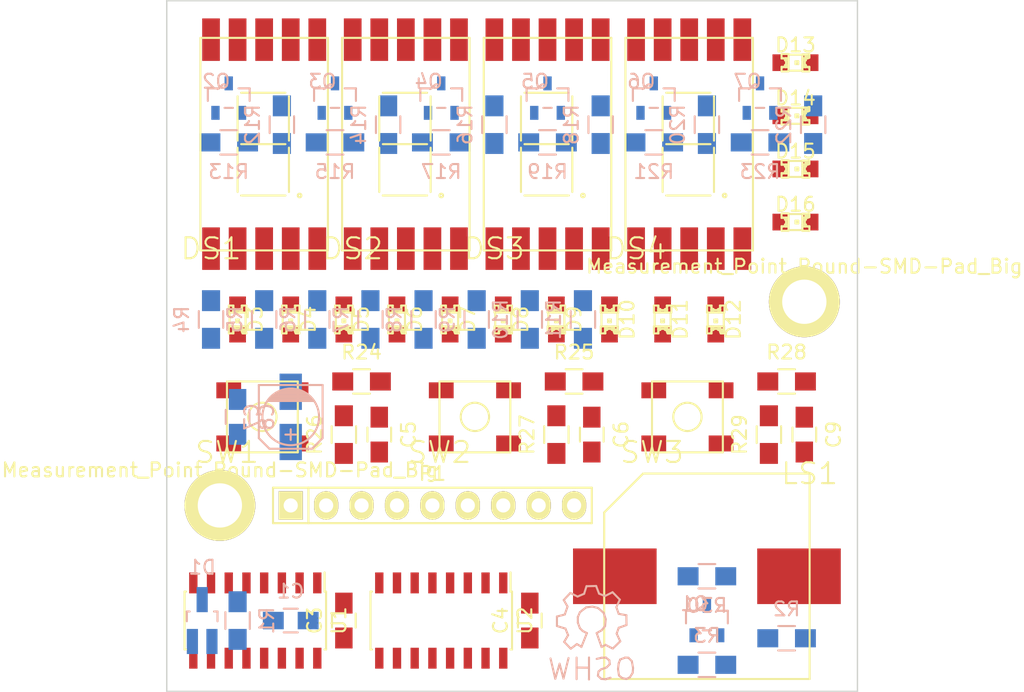
<source format=kicad_pcb>
(kicad_pcb (version 4) (host pcbnew 0.201412201901+5330~19~ubuntu14.04.1-product)

  (general
    (links 170)
    (no_connects 170)
    (area 62.814999 47.574999 112.445001 106.730001)
    (thickness 1.6)
    (drawings 4)
    (tracks 0)
    (zones 0)
    (modules 74)
    (nets 55)
  )

  (page A4)
  (layers
    (0 F.Cu signal)
    (31 B.Cu signal)
    (32 B.Adhes user)
    (33 F.Adhes user)
    (34 B.Paste user)
    (35 F.Paste user)
    (36 B.SilkS user)
    (37 F.SilkS user)
    (38 B.Mask user)
    (39 F.Mask user)
    (40 Dwgs.User user)
    (41 Cmts.User user)
    (42 Eco1.User user)
    (43 Eco2.User user)
    (44 Edge.Cuts user)
    (45 Margin user)
    (46 B.CrtYd user)
    (47 F.CrtYd user)
    (48 B.Fab user)
    (49 F.Fab user)
  )

  (setup
    (last_trace_width 0.254)
    (trace_clearance 0.254)
    (zone_clearance 0.508)
    (zone_45_only no)
    (trace_min 0.254)
    (segment_width 0.2)
    (edge_width 0.1)
    (via_size 0.889)
    (via_drill 0.635)
    (via_min_size 0.889)
    (via_min_drill 0.508)
    (uvia_size 0.508)
    (uvia_drill 0.127)
    (uvias_allowed no)
    (uvia_min_size 0.508)
    (uvia_min_drill 0.127)
    (pcb_text_width 0.3)
    (pcb_text_size 1.5 1.5)
    (mod_edge_width 0.15)
    (mod_text_size 1 1)
    (mod_text_width 0.15)
    (pad_size 5.08 5.08)
    (pad_drill 3.175)
    (pad_to_mask_clearance 0)
    (aux_axis_origin 0 0)
    (visible_elements FFFCF77F)
    (pcbplotparams
      (layerselection 0x00030_80000001)
      (usegerberextensions false)
      (excludeedgelayer true)
      (linewidth 0.100000)
      (plotframeref false)
      (viasonmask false)
      (mode 1)
      (useauxorigin false)
      (hpglpennumber 1)
      (hpglpenspeed 20)
      (hpglpendiameter 15)
      (hpglpenoverlay 2)
      (psnegative false)
      (psa4output false)
      (plotreference true)
      (plotvalue true)
      (plotinvisibletext false)
      (padsonsilk false)
      (subtractmaskfromsilk false)
      (outputformat 1)
      (mirror false)
      (drillshape 1)
      (scaleselection 1)
      (outputdirectory ""))
  )

  (net 0 "")
  (net 1 DS_GND)
  (net 2 "Net-(C1-Pad2)")
  (net 3 DS_VCC)
  (net 4 DS_UNT)
  (net 5 DS_SET)
  (net 6 DS_MOD)
  (net 7 /da)
  (net 8 /dk5)
  (net 9 /db)
  (net 10 /dc)
  (net 11 /dd)
  (net 12 /de)
  (net 13 /df)
  (net 14 /dg)
  (net 15 /ddp)
  (net 16 /dk6)
  (net 17 /dk1)
  (net 18 /dk2)
  (net 19 /dk3)
  (net 20 /dk4)
  (net 21 DS_BUZ)
  (net 22 "Net-(R4-Pad2)")
  (net 23 "Net-(R5-Pad2)")
  (net 24 "Net-(R6-Pad2)")
  (net 25 "Net-(R7-Pad2)")
  (net 26 "Net-(R8-Pad2)")
  (net 27 "Net-(R9-Pad2)")
  (net 28 "Net-(R10-Pad2)")
  (net 29 "Net-(R11-Pad2)")
  (net 30 "Net-(R12-Pad2)")
  (net 31 "Net-(R14-Pad2)")
  (net 32 "Net-(R16-Pad2)")
  (net 33 "Net-(R18-Pad2)")
  (net 34 "Net-(R20-Pad2)")
  (net 35 "Net-(R22-Pad2)")
  (net 36 "Net-(R24-Pad1)")
  (net 37 "Net-(R25-Pad1)")
  (net 38 "Net-(R28-Pad1)")
  (net 39 "Net-(U1-Pad9)")
  (net 40 "Net-(U2-Pad6)")
  (net 41 "Net-(U2-Pad7)")
  (net 42 "Net-(U2-Pad9)")
  (net 43 "Net-(Q6-Pad1)")
  (net 44 DS_MOSI)
  (net 45 DS_SCK)
  (net 46 DS_SS)
  (net 47 "Net-(LS1-Pad2)")
  (net 48 "Net-(Q1-Pad1)")
  (net 49 "Net-(Q2-Pad1)")
  (net 50 "Net-(Q3-Pad1)")
  (net 51 "Net-(Q4-Pad1)")
  (net 52 "Net-(Q5-Pad1)")
  (net 53 "Net-(Q6-Pad3)")
  (net 54 "Net-(Q7-Pad1)")

  (net_class Default "This is the default net class."
    (clearance 0.254)
    (trace_width 0.254)
    (via_dia 0.889)
    (via_drill 0.635)
    (uvia_dia 0.508)
    (uvia_drill 0.127)
    (add_net /da)
    (add_net /db)
    (add_net /dc)
    (add_net /dd)
    (add_net /ddp)
    (add_net /de)
    (add_net /df)
    (add_net /dg)
    (add_net /dk1)
    (add_net /dk2)
    (add_net /dk3)
    (add_net /dk4)
    (add_net /dk5)
    (add_net /dk6)
    (add_net DS_BUZ)
    (add_net DS_GND)
    (add_net DS_MOD)
    (add_net DS_MOSI)
    (add_net DS_SCK)
    (add_net DS_SET)
    (add_net DS_SS)
    (add_net DS_UNT)
    (add_net DS_VCC)
    (add_net "Net-(C1-Pad2)")
    (add_net "Net-(LS1-Pad2)")
    (add_net "Net-(Q1-Pad1)")
    (add_net "Net-(Q2-Pad1)")
    (add_net "Net-(Q3-Pad1)")
    (add_net "Net-(Q4-Pad1)")
    (add_net "Net-(Q5-Pad1)")
    (add_net "Net-(Q6-Pad1)")
    (add_net "Net-(Q6-Pad3)")
    (add_net "Net-(Q7-Pad1)")
    (add_net "Net-(R10-Pad2)")
    (add_net "Net-(R11-Pad2)")
    (add_net "Net-(R12-Pad2)")
    (add_net "Net-(R14-Pad2)")
    (add_net "Net-(R16-Pad2)")
    (add_net "Net-(R18-Pad2)")
    (add_net "Net-(R20-Pad2)")
    (add_net "Net-(R22-Pad2)")
    (add_net "Net-(R24-Pad1)")
    (add_net "Net-(R25-Pad1)")
    (add_net "Net-(R28-Pad1)")
    (add_net "Net-(R4-Pad2)")
    (add_net "Net-(R5-Pad2)")
    (add_net "Net-(R6-Pad2)")
    (add_net "Net-(R7-Pad2)")
    (add_net "Net-(R8-Pad2)")
    (add_net "Net-(R9-Pad2)")
    (add_net "Net-(U1-Pad9)")
    (add_net "Net-(U2-Pad6)")
    (add_net "Net-(U2-Pad7)")
    (add_net "Net-(U2-Pad9)")
  )

  (module Measurement_Points:Measurement_Point_Round-SMD-Pad_Big (layer F.Cu) (tedit 549DA470) (tstamp 549DA499)
    (at 108.585 69.215)
    (descr "Mesurement Point, Round, SMD Pad, DM 3mm,")
    (tags "Mesurement Point, Round, SMD Pad, DM 3mm,")
    (fp_text reference Measurement_Point_Round-SMD-Pad_Big (at 0 -2.54) (layer F.SilkS)
      (effects (font (size 1 1) (thickness 0.15)))
    )
    (fp_text value VAL** (at 2.54 3.81) (layer F.SilkS) hide
      (effects (font (size 1 1) (thickness 0.15)))
    )
    (pad 1 thru_hole circle (at 0 0) (size 5.08 5.08) (drill 3.175) (layers *.Cu *.Mask F.SilkS)
      (net 1 DS_GND))
  )

  (module Capacitors_SMD:C_0805_HandSoldering (layer B.Cu) (tedit 549D9285) (tstamp 549C9C76)
    (at 71.755 92.075 180)
    (descr "Capacitor SMD 0805, hand soldering")
    (tags "capacitor 0805")
    (path /5484571B)
    (attr smd)
    (fp_text reference C1 (at 0 2.1 180) (layer B.SilkS)
      (effects (font (size 1 1) (thickness 0.15)) (justify mirror))
    )
    (fp_text value 100nF (at 0 -2.1 180) (layer B.SilkS) hide
      (effects (font (size 1 1) (thickness 0.15)) (justify mirror))
    )
    (fp_line (start -2.3 1) (end 2.3 1) (layer B.CrtYd) (width 0.05))
    (fp_line (start -2.3 -1) (end 2.3 -1) (layer B.CrtYd) (width 0.05))
    (fp_line (start -2.3 1) (end -2.3 -1) (layer B.CrtYd) (width 0.05))
    (fp_line (start 2.3 1) (end 2.3 -1) (layer B.CrtYd) (width 0.05))
    (fp_line (start 0.5 0.85) (end -0.5 0.85) (layer B.SilkS) (width 0.15))
    (fp_line (start -0.5 -0.85) (end 0.5 -0.85) (layer B.SilkS) (width 0.15))
    (pad 1 smd rect (at -1.25 0 180) (size 1.5 1.25) (layers B.Cu B.Paste B.Mask)
      (net 1 DS_GND))
    (pad 2 smd rect (at 1.25 0 180) (size 1.5 1.25) (layers B.Cu B.Paste B.Mask)
      (net 2 "Net-(C1-Pad2)"))
    (model Capacitors_SMD/C_0805_HandSoldering.wrl
      (at (xyz 0 0 0))
      (scale (xyz 1 1 1))
      (rotate (xyz 0 0 0))
    )
  )

  (module Capacitors_SMD:C_0805_HandSoldering (layer F.Cu) (tedit 549D9254) (tstamp 549C9C82)
    (at 75.565 92.075 90)
    (descr "Capacitor SMD 0805, hand soldering")
    (tags "capacitor 0805")
    (path /54856D0C)
    (attr smd)
    (fp_text reference C3 (at 0 -2.1 90) (layer F.SilkS)
      (effects (font (size 1 1) (thickness 0.15)))
    )
    (fp_text value 10nF (at 0 2.1 90) (layer F.SilkS) hide
      (effects (font (size 1 1) (thickness 0.15)))
    )
    (fp_line (start -2.3 -1) (end 2.3 -1) (layer F.CrtYd) (width 0.05))
    (fp_line (start -2.3 1) (end 2.3 1) (layer F.CrtYd) (width 0.05))
    (fp_line (start -2.3 -1) (end -2.3 1) (layer F.CrtYd) (width 0.05))
    (fp_line (start 2.3 -1) (end 2.3 1) (layer F.CrtYd) (width 0.05))
    (fp_line (start 0.5 -0.85) (end -0.5 -0.85) (layer F.SilkS) (width 0.15))
    (fp_line (start -0.5 0.85) (end 0.5 0.85) (layer F.SilkS) (width 0.15))
    (pad 1 smd rect (at -1.25 0 90) (size 1.5 1.25) (layers F.Cu F.Paste F.Mask)
      (net 3 DS_VCC))
    (pad 2 smd rect (at 1.25 0 90) (size 1.5 1.25) (layers F.Cu F.Paste F.Mask)
      (net 1 DS_GND))
    (model Capacitors_SMD/C_0805_HandSoldering.wrl
      (at (xyz 0 0 0))
      (scale (xyz 1 1 1))
      (rotate (xyz 0 0 0))
    )
  )

  (module Capacitors_SMD:C_0805_HandSoldering (layer F.Cu) (tedit 549D924A) (tstamp 549C9C88)
    (at 88.9 92.075 90)
    (descr "Capacitor SMD 0805, hand soldering")
    (tags "capacitor 0805")
    (path /5485BDB8)
    (attr smd)
    (fp_text reference C4 (at 0 -2.1 90) (layer F.SilkS)
      (effects (font (size 1 1) (thickness 0.15)))
    )
    (fp_text value 10nF (at 0 2.1 90) (layer F.SilkS) hide
      (effects (font (size 1 1) (thickness 0.15)))
    )
    (fp_line (start -2.3 -1) (end 2.3 -1) (layer F.CrtYd) (width 0.05))
    (fp_line (start -2.3 1) (end 2.3 1) (layer F.CrtYd) (width 0.05))
    (fp_line (start -2.3 -1) (end -2.3 1) (layer F.CrtYd) (width 0.05))
    (fp_line (start 2.3 -1) (end 2.3 1) (layer F.CrtYd) (width 0.05))
    (fp_line (start 0.5 -0.85) (end -0.5 -0.85) (layer F.SilkS) (width 0.15))
    (fp_line (start -0.5 0.85) (end 0.5 0.85) (layer F.SilkS) (width 0.15))
    (pad 1 smd rect (at -1.25 0 90) (size 1.5 1.25) (layers F.Cu F.Paste F.Mask)
      (net 3 DS_VCC))
    (pad 2 smd rect (at 1.25 0 90) (size 1.5 1.25) (layers F.Cu F.Paste F.Mask)
      (net 1 DS_GND))
    (model Capacitors_SMD/C_0805_HandSoldering.wrl
      (at (xyz 0 0 0))
      (scale (xyz 1 1 1))
      (rotate (xyz 0 0 0))
    )
  )

  (module Capacitors_SMD:C_0805_HandSoldering (layer F.Cu) (tedit 549D92DF) (tstamp 549C9C8E)
    (at 78.105 78.74 270)
    (descr "Capacitor SMD 0805, hand soldering")
    (tags "capacitor 0805")
    (path /5483A40D)
    (attr smd)
    (fp_text reference C5 (at 0 -2.1 270) (layer F.SilkS)
      (effects (font (size 1 1) (thickness 0.15)))
    )
    (fp_text value 1uF (at 0 2.1 270) (layer F.SilkS) hide
      (effects (font (size 1 1) (thickness 0.15)))
    )
    (fp_line (start -2.3 -1) (end 2.3 -1) (layer F.CrtYd) (width 0.05))
    (fp_line (start -2.3 1) (end 2.3 1) (layer F.CrtYd) (width 0.05))
    (fp_line (start -2.3 -1) (end -2.3 1) (layer F.CrtYd) (width 0.05))
    (fp_line (start 2.3 -1) (end 2.3 1) (layer F.CrtYd) (width 0.05))
    (fp_line (start 0.5 -0.85) (end -0.5 -0.85) (layer F.SilkS) (width 0.15))
    (fp_line (start -0.5 0.85) (end 0.5 0.85) (layer F.SilkS) (width 0.15))
    (pad 1 smd rect (at -1.25 0 270) (size 1.5 1.25) (layers F.Cu F.Paste F.Mask)
      (net 4 DS_UNT))
    (pad 2 smd rect (at 1.25 0 270) (size 1.5 1.25) (layers F.Cu F.Paste F.Mask)
      (net 1 DS_GND))
    (model Capacitors_SMD/C_0805_HandSoldering.wrl
      (at (xyz 0 0 0))
      (scale (xyz 1 1 1))
      (rotate (xyz 0 0 0))
    )
  )

  (module Capacitors_SMD:C_0805_HandSoldering (layer F.Cu) (tedit 549D92C5) (tstamp 549C9C94)
    (at 93.345 78.74 270)
    (descr "Capacitor SMD 0805, hand soldering")
    (tags "capacitor 0805")
    (path /5485392A)
    (attr smd)
    (fp_text reference C6 (at 0 -2.1 270) (layer F.SilkS)
      (effects (font (size 1 1) (thickness 0.15)))
    )
    (fp_text value 1uF (at 0 2.1 270) (layer F.SilkS) hide
      (effects (font (size 1 1) (thickness 0.15)))
    )
    (fp_line (start -2.3 -1) (end 2.3 -1) (layer F.CrtYd) (width 0.05))
    (fp_line (start -2.3 1) (end 2.3 1) (layer F.CrtYd) (width 0.05))
    (fp_line (start -2.3 -1) (end -2.3 1) (layer F.CrtYd) (width 0.05))
    (fp_line (start 2.3 -1) (end 2.3 1) (layer F.CrtYd) (width 0.05))
    (fp_line (start 0.5 -0.85) (end -0.5 -0.85) (layer F.SilkS) (width 0.15))
    (fp_line (start -0.5 0.85) (end 0.5 0.85) (layer F.SilkS) (width 0.15))
    (pad 1 smd rect (at -1.25 0 270) (size 1.5 1.25) (layers F.Cu F.Paste F.Mask)
      (net 5 DS_SET))
    (pad 2 smd rect (at 1.25 0 270) (size 1.5 1.25) (layers F.Cu F.Paste F.Mask)
      (net 1 DS_GND))
    (model Capacitors_SMD/C_0805_HandSoldering.wrl
      (at (xyz 0 0 0))
      (scale (xyz 1 1 1))
      (rotate (xyz 0 0 0))
    )
  )

  (module Capacitors_SMD:c_elec_4x5.3 (layer B.Cu) (tedit 549C9B44) (tstamp 549C9C9A)
    (at 71.755 77.47 270)
    (descr "SMT capacitor, aluminium electrolytic, 4x5.3")
    (path /5485584B)
    (fp_text reference C7 (at 0 2.794 270) (layer B.SilkS)
      (effects (font (size 1 1) (thickness 0.15)) (justify mirror))
    )
    (fp_text value 10uF (at 0 -2.794 270) (layer B.SilkS) hide
      (effects (font (size 1 1) (thickness 0.15)) (justify mirror))
    )
    (fp_line (start 1.651 0) (end 0.889 0) (layer B.SilkS) (width 0.15))
    (fp_line (start 1.27 0.381) (end 1.27 -0.381) (layer B.SilkS) (width 0.15))
    (fp_line (start 1.524 -2.286) (end -2.286 -2.286) (layer B.SilkS) (width 0.15))
    (fp_line (start 2.286 1.524) (end 2.286 -1.524) (layer B.SilkS) (width 0.15))
    (fp_line (start 1.524 -2.286) (end 2.286 -1.524) (layer B.SilkS) (width 0.15))
    (fp_line (start 1.524 2.286) (end -2.286 2.286) (layer B.SilkS) (width 0.15))
    (fp_line (start 1.524 2.286) (end 2.286 1.524) (layer B.SilkS) (width 0.15))
    (fp_line (start -2.032 -0.127) (end -2.032 0.127) (layer B.SilkS) (width 0.15))
    (fp_line (start -1.905 0.635) (end -1.905 -0.635) (layer B.SilkS) (width 0.15))
    (fp_line (start -1.778 -0.889) (end -1.778 0.889) (layer B.SilkS) (width 0.15))
    (fp_line (start -1.651 -1.143) (end -1.651 1.143) (layer B.SilkS) (width 0.15))
    (fp_line (start -1.524 1.27) (end -1.524 -1.27) (layer B.SilkS) (width 0.15))
    (fp_line (start -1.397 -1.397) (end -1.397 1.397) (layer B.SilkS) (width 0.15))
    (fp_line (start -1.27 1.524) (end -1.27 -1.524) (layer B.SilkS) (width 0.15))
    (fp_line (start -1.143 1.651) (end -1.143 -1.651) (layer B.SilkS) (width 0.15))
    (fp_circle (center 0 0) (end -2.032 0) (layer B.SilkS) (width 0.15))
    (fp_line (start -2.286 2.286) (end -2.286 -2.286) (layer B.SilkS) (width 0.15))
    (pad 1 smd rect (at 1.80086 0 270) (size 2.60096 1.6002) (layers B.Cu B.Paste B.Mask)
      (net 3 DS_VCC))
    (pad 2 smd rect (at -1.80086 0 270) (size 2.60096 1.6002) (layers B.Cu B.Paste B.Mask)
      (net 1 DS_GND))
    (model Capacitors_SMD/c_elec_4x5.3.wrl
      (at (xyz 0 0 0))
      (scale (xyz 1 1 1))
      (rotate (xyz 0 0 0))
    )
  )

  (module Capacitors_SMD:C_0805_HandSoldering (layer B.Cu) (tedit 549D92F5) (tstamp 549C9CA0)
    (at 67.945 77.47 90)
    (descr "Capacitor SMD 0805, hand soldering")
    (tags "capacitor 0805")
    (path /54855824)
    (attr smd)
    (fp_text reference C8 (at 0 2.1 90) (layer B.SilkS)
      (effects (font (size 1 1) (thickness 0.15)) (justify mirror))
    )
    (fp_text value 100nF (at 0 -2.1 90) (layer B.SilkS) hide
      (effects (font (size 1 1) (thickness 0.15)) (justify mirror))
    )
    (fp_line (start -2.3 1) (end 2.3 1) (layer B.CrtYd) (width 0.05))
    (fp_line (start -2.3 -1) (end 2.3 -1) (layer B.CrtYd) (width 0.05))
    (fp_line (start -2.3 1) (end -2.3 -1) (layer B.CrtYd) (width 0.05))
    (fp_line (start 2.3 1) (end 2.3 -1) (layer B.CrtYd) (width 0.05))
    (fp_line (start 0.5 0.85) (end -0.5 0.85) (layer B.SilkS) (width 0.15))
    (fp_line (start -0.5 -0.85) (end 0.5 -0.85) (layer B.SilkS) (width 0.15))
    (pad 1 smd rect (at -1.25 0 90) (size 1.5 1.25) (layers B.Cu B.Paste B.Mask)
      (net 3 DS_VCC))
    (pad 2 smd rect (at 1.25 0 90) (size 1.5 1.25) (layers B.Cu B.Paste B.Mask)
      (net 1 DS_GND))
    (model Capacitors_SMD/C_0805_HandSoldering.wrl
      (at (xyz 0 0 0))
      (scale (xyz 1 1 1))
      (rotate (xyz 0 0 0))
    )
  )

  (module Capacitors_SMD:C_0805_HandSoldering (layer F.Cu) (tedit 549D92CC) (tstamp 549C9CA6)
    (at 108.585 78.74 270)
    (descr "Capacitor SMD 0805, hand soldering")
    (tags "capacitor 0805")
    (path /54853622)
    (attr smd)
    (fp_text reference C9 (at 0 -2.1 270) (layer F.SilkS)
      (effects (font (size 1 1) (thickness 0.15)))
    )
    (fp_text value 1uF (at 0 2.1 270) (layer F.SilkS) hide
      (effects (font (size 1 1) (thickness 0.15)))
    )
    (fp_line (start -2.3 -1) (end 2.3 -1) (layer F.CrtYd) (width 0.05))
    (fp_line (start -2.3 1) (end 2.3 1) (layer F.CrtYd) (width 0.05))
    (fp_line (start -2.3 -1) (end -2.3 1) (layer F.CrtYd) (width 0.05))
    (fp_line (start 2.3 -1) (end 2.3 1) (layer F.CrtYd) (width 0.05))
    (fp_line (start 0.5 -0.85) (end -0.5 -0.85) (layer F.SilkS) (width 0.15))
    (fp_line (start -0.5 0.85) (end 0.5 0.85) (layer F.SilkS) (width 0.15))
    (pad 1 smd rect (at -1.25 0 270) (size 1.5 1.25) (layers F.Cu F.Paste F.Mask)
      (net 6 DS_MOD))
    (pad 2 smd rect (at 1.25 0 270) (size 1.5 1.25) (layers F.Cu F.Paste F.Mask)
      (net 1 DS_GND))
    (model Capacitors_SMD/C_0805_HandSoldering.wrl
      (at (xyz 0 0 0))
      (scale (xyz 1 1 1))
      (rotate (xyz 0 0 0))
    )
  )

  (module Diodes_SMD:Diode_SOT23_Handsoldering (layer B.Cu) (tedit 549C9B44) (tstamp 549C9CAD)
    (at 65.405 92.075 180)
    (descr "Diode, SOT23, Handsoldering, RevA, 03Aug2010,")
    (tags "Diode, SOT23, Handsoldering, RevA, 03Aug2010,")
    (path /5483C956)
    (attr smd)
    (fp_text reference D1 (at 0 3.81 180) (layer B.SilkS)
      (effects (font (size 1 1) (thickness 0.15)) (justify mirror))
    )
    (fp_text value 1N914 (at 0 -3.81 180) (layer B.SilkS) hide
      (effects (font (size 1 1) (thickness 0.15)) (justify mirror))
    )
    (fp_line (start -1.09982 -0.0508) (end -1.09982 0.65024) (layer B.SilkS) (width 0.15))
    (fp_line (start -1.09982 0.65024) (end -0.8509 0.65024) (layer B.SilkS) (width 0.15))
    (fp_line (start 0.89916 0.65024) (end 1.09982 0.65024) (layer B.SilkS) (width 0.15))
    (fp_line (start 1.09982 0.65024) (end 1.09982 -0.0508) (layer B.SilkS) (width 0.15))
    (pad 1 smd rect (at -0.70104 -1.50114 180) (size 0.8001 1.80086) (layers B.Cu B.Paste B.Mask)
      (net 2 "Net-(C1-Pad2)"))
    (pad 2 smd rect (at 0.70104 -1.50114 180) (size 0.8001 1.80086) (layers B.Cu B.Paste B.Mask))
    (pad 3 smd rect (at 0 1.50114 180) (size 0.8001 1.80086) (layers B.Cu B.Paste B.Mask)
      (net 3 DS_VCC))
  )

  (module LEDs:LED-0805 (layer F.Cu) (tedit 549D9219) (tstamp 549C9CBA)
    (at 67.945 70.485 270)
    (descr "LED 0805 smd package")
    (tags "LED 0805 SMD")
    (path /5482E996)
    (attr smd)
    (fp_text reference D3 (at 0 -1.27 270) (layer F.SilkS)
      (effects (font (size 1 1) (thickness 0.15)))
    )
    (fp_text value RED (at 0 1.27 270) (layer F.SilkS) hide
      (effects (font (size 1 1) (thickness 0.15)))
    )
    (fp_line (start 0.49784 0.29972) (end 0.49784 0.62484) (layer F.SilkS) (width 0.15))
    (fp_line (start 0.49784 0.62484) (end 0.99822 0.62484) (layer F.SilkS) (width 0.15))
    (fp_line (start 0.99822 0.29972) (end 0.99822 0.62484) (layer F.SilkS) (width 0.15))
    (fp_line (start 0.49784 0.29972) (end 0.99822 0.29972) (layer F.SilkS) (width 0.15))
    (fp_line (start 0.49784 -0.32258) (end 0.49784 -0.17272) (layer F.SilkS) (width 0.15))
    (fp_line (start 0.49784 -0.17272) (end 0.7493 -0.17272) (layer F.SilkS) (width 0.15))
    (fp_line (start 0.7493 -0.32258) (end 0.7493 -0.17272) (layer F.SilkS) (width 0.15))
    (fp_line (start 0.49784 -0.32258) (end 0.7493 -0.32258) (layer F.SilkS) (width 0.15))
    (fp_line (start 0.49784 0.17272) (end 0.49784 0.32258) (layer F.SilkS) (width 0.15))
    (fp_line (start 0.49784 0.32258) (end 0.7493 0.32258) (layer F.SilkS) (width 0.15))
    (fp_line (start 0.7493 0.17272) (end 0.7493 0.32258) (layer F.SilkS) (width 0.15))
    (fp_line (start 0.49784 0.17272) (end 0.7493 0.17272) (layer F.SilkS) (width 0.15))
    (fp_line (start 0.49784 -0.19812) (end 0.49784 0.19812) (layer F.SilkS) (width 0.15))
    (fp_line (start 0.49784 0.19812) (end 0.6731 0.19812) (layer F.SilkS) (width 0.15))
    (fp_line (start 0.6731 -0.19812) (end 0.6731 0.19812) (layer F.SilkS) (width 0.15))
    (fp_line (start 0.49784 -0.19812) (end 0.6731 -0.19812) (layer F.SilkS) (width 0.15))
    (fp_line (start -0.99822 0.29972) (end -0.99822 0.62484) (layer F.SilkS) (width 0.15))
    (fp_line (start -0.99822 0.62484) (end -0.49784 0.62484) (layer F.SilkS) (width 0.15))
    (fp_line (start -0.49784 0.29972) (end -0.49784 0.62484) (layer F.SilkS) (width 0.15))
    (fp_line (start -0.99822 0.29972) (end -0.49784 0.29972) (layer F.SilkS) (width 0.15))
    (fp_line (start -0.99822 -0.62484) (end -0.99822 -0.29972) (layer F.SilkS) (width 0.15))
    (fp_line (start -0.99822 -0.29972) (end -0.49784 -0.29972) (layer F.SilkS) (width 0.15))
    (fp_line (start -0.49784 -0.62484) (end -0.49784 -0.29972) (layer F.SilkS) (width 0.15))
    (fp_line (start -0.99822 -0.62484) (end -0.49784 -0.62484) (layer F.SilkS) (width 0.15))
    (fp_line (start -0.7493 0.17272) (end -0.7493 0.32258) (layer F.SilkS) (width 0.15))
    (fp_line (start -0.7493 0.32258) (end -0.49784 0.32258) (layer F.SilkS) (width 0.15))
    (fp_line (start -0.49784 0.17272) (end -0.49784 0.32258) (layer F.SilkS) (width 0.15))
    (fp_line (start -0.7493 0.17272) (end -0.49784 0.17272) (layer F.SilkS) (width 0.15))
    (fp_line (start -0.7493 -0.32258) (end -0.7493 -0.17272) (layer F.SilkS) (width 0.15))
    (fp_line (start -0.7493 -0.17272) (end -0.49784 -0.17272) (layer F.SilkS) (width 0.15))
    (fp_line (start -0.49784 -0.32258) (end -0.49784 -0.17272) (layer F.SilkS) (width 0.15))
    (fp_line (start -0.7493 -0.32258) (end -0.49784 -0.32258) (layer F.SilkS) (width 0.15))
    (fp_line (start -0.6731 -0.19812) (end -0.6731 0.19812) (layer F.SilkS) (width 0.15))
    (fp_line (start -0.6731 0.19812) (end -0.49784 0.19812) (layer F.SilkS) (width 0.15))
    (fp_line (start -0.49784 -0.19812) (end -0.49784 0.19812) (layer F.SilkS) (width 0.15))
    (fp_line (start -0.6731 -0.19812) (end -0.49784 -0.19812) (layer F.SilkS) (width 0.15))
    (fp_line (start 0 -0.09906) (end 0 0.09906) (layer F.SilkS) (width 0.15))
    (fp_line (start 0 0.09906) (end 0.19812 0.09906) (layer F.SilkS) (width 0.15))
    (fp_line (start 0.19812 -0.09906) (end 0.19812 0.09906) (layer F.SilkS) (width 0.15))
    (fp_line (start 0 -0.09906) (end 0.19812 -0.09906) (layer F.SilkS) (width 0.15))
    (fp_line (start 0.49784 -0.59944) (end 0.49784 -0.29972) (layer F.SilkS) (width 0.15))
    (fp_line (start 0.49784 -0.29972) (end 0.79756 -0.29972) (layer F.SilkS) (width 0.15))
    (fp_line (start 0.79756 -0.59944) (end 0.79756 -0.29972) (layer F.SilkS) (width 0.15))
    (fp_line (start 0.49784 -0.59944) (end 0.79756 -0.59944) (layer F.SilkS) (width 0.15))
    (fp_line (start 0.92456 -0.62484) (end 0.92456 -0.39878) (layer F.SilkS) (width 0.15))
    (fp_line (start 0.92456 -0.39878) (end 0.99822 -0.39878) (layer F.SilkS) (width 0.15))
    (fp_line (start 0.99822 -0.62484) (end 0.99822 -0.39878) (layer F.SilkS) (width 0.15))
    (fp_line (start 0.92456 -0.62484) (end 0.99822 -0.62484) (layer F.SilkS) (width 0.15))
    (fp_line (start 0.52324 0.57404) (end -0.52324 0.57404) (layer F.SilkS) (width 0.15))
    (fp_line (start -0.49784 -0.57404) (end 0.92456 -0.57404) (layer F.SilkS) (width 0.15))
    (fp_circle (center 0.84836 -0.44958) (end 0.89916 -0.50038) (layer F.SilkS) (width 0.15))
    (fp_arc (start 0.99822 0) (end 0.99822 0.34798) (angle 180) (layer F.SilkS) (width 0.15))
    (fp_arc (start -0.99822 0) (end -0.99822 -0.34798) (angle 180) (layer F.SilkS) (width 0.15))
    (pad 1 smd rect (at -1.04902 0 270) (size 1.19888 1.19888) (layers F.Cu F.Paste F.Mask)
      (net 7 /da))
    (pad 2 smd rect (at 1.04902 0 270) (size 1.19888 1.19888) (layers F.Cu F.Paste F.Mask)
      (net 8 /dk5))
  )

  (module LEDs:LED-0805 (layer F.Cu) (tedit 549D921C) (tstamp 549C9CC0)
    (at 71.755 70.485 270)
    (descr "LED 0805 smd package")
    (tags "LED 0805 SMD")
    (path /5483F414)
    (attr smd)
    (fp_text reference D4 (at 0 -1.27 270) (layer F.SilkS)
      (effects (font (size 1 1) (thickness 0.15)))
    )
    (fp_text value GREEN (at 0 1.27 270) (layer F.SilkS) hide
      (effects (font (size 1 1) (thickness 0.15)))
    )
    (fp_line (start 0.49784 0.29972) (end 0.49784 0.62484) (layer F.SilkS) (width 0.15))
    (fp_line (start 0.49784 0.62484) (end 0.99822 0.62484) (layer F.SilkS) (width 0.15))
    (fp_line (start 0.99822 0.29972) (end 0.99822 0.62484) (layer F.SilkS) (width 0.15))
    (fp_line (start 0.49784 0.29972) (end 0.99822 0.29972) (layer F.SilkS) (width 0.15))
    (fp_line (start 0.49784 -0.32258) (end 0.49784 -0.17272) (layer F.SilkS) (width 0.15))
    (fp_line (start 0.49784 -0.17272) (end 0.7493 -0.17272) (layer F.SilkS) (width 0.15))
    (fp_line (start 0.7493 -0.32258) (end 0.7493 -0.17272) (layer F.SilkS) (width 0.15))
    (fp_line (start 0.49784 -0.32258) (end 0.7493 -0.32258) (layer F.SilkS) (width 0.15))
    (fp_line (start 0.49784 0.17272) (end 0.49784 0.32258) (layer F.SilkS) (width 0.15))
    (fp_line (start 0.49784 0.32258) (end 0.7493 0.32258) (layer F.SilkS) (width 0.15))
    (fp_line (start 0.7493 0.17272) (end 0.7493 0.32258) (layer F.SilkS) (width 0.15))
    (fp_line (start 0.49784 0.17272) (end 0.7493 0.17272) (layer F.SilkS) (width 0.15))
    (fp_line (start 0.49784 -0.19812) (end 0.49784 0.19812) (layer F.SilkS) (width 0.15))
    (fp_line (start 0.49784 0.19812) (end 0.6731 0.19812) (layer F.SilkS) (width 0.15))
    (fp_line (start 0.6731 -0.19812) (end 0.6731 0.19812) (layer F.SilkS) (width 0.15))
    (fp_line (start 0.49784 -0.19812) (end 0.6731 -0.19812) (layer F.SilkS) (width 0.15))
    (fp_line (start -0.99822 0.29972) (end -0.99822 0.62484) (layer F.SilkS) (width 0.15))
    (fp_line (start -0.99822 0.62484) (end -0.49784 0.62484) (layer F.SilkS) (width 0.15))
    (fp_line (start -0.49784 0.29972) (end -0.49784 0.62484) (layer F.SilkS) (width 0.15))
    (fp_line (start -0.99822 0.29972) (end -0.49784 0.29972) (layer F.SilkS) (width 0.15))
    (fp_line (start -0.99822 -0.62484) (end -0.99822 -0.29972) (layer F.SilkS) (width 0.15))
    (fp_line (start -0.99822 -0.29972) (end -0.49784 -0.29972) (layer F.SilkS) (width 0.15))
    (fp_line (start -0.49784 -0.62484) (end -0.49784 -0.29972) (layer F.SilkS) (width 0.15))
    (fp_line (start -0.99822 -0.62484) (end -0.49784 -0.62484) (layer F.SilkS) (width 0.15))
    (fp_line (start -0.7493 0.17272) (end -0.7493 0.32258) (layer F.SilkS) (width 0.15))
    (fp_line (start -0.7493 0.32258) (end -0.49784 0.32258) (layer F.SilkS) (width 0.15))
    (fp_line (start -0.49784 0.17272) (end -0.49784 0.32258) (layer F.SilkS) (width 0.15))
    (fp_line (start -0.7493 0.17272) (end -0.49784 0.17272) (layer F.SilkS) (width 0.15))
    (fp_line (start -0.7493 -0.32258) (end -0.7493 -0.17272) (layer F.SilkS) (width 0.15))
    (fp_line (start -0.7493 -0.17272) (end -0.49784 -0.17272) (layer F.SilkS) (width 0.15))
    (fp_line (start -0.49784 -0.32258) (end -0.49784 -0.17272) (layer F.SilkS) (width 0.15))
    (fp_line (start -0.7493 -0.32258) (end -0.49784 -0.32258) (layer F.SilkS) (width 0.15))
    (fp_line (start -0.6731 -0.19812) (end -0.6731 0.19812) (layer F.SilkS) (width 0.15))
    (fp_line (start -0.6731 0.19812) (end -0.49784 0.19812) (layer F.SilkS) (width 0.15))
    (fp_line (start -0.49784 -0.19812) (end -0.49784 0.19812) (layer F.SilkS) (width 0.15))
    (fp_line (start -0.6731 -0.19812) (end -0.49784 -0.19812) (layer F.SilkS) (width 0.15))
    (fp_line (start 0 -0.09906) (end 0 0.09906) (layer F.SilkS) (width 0.15))
    (fp_line (start 0 0.09906) (end 0.19812 0.09906) (layer F.SilkS) (width 0.15))
    (fp_line (start 0.19812 -0.09906) (end 0.19812 0.09906) (layer F.SilkS) (width 0.15))
    (fp_line (start 0 -0.09906) (end 0.19812 -0.09906) (layer F.SilkS) (width 0.15))
    (fp_line (start 0.49784 -0.59944) (end 0.49784 -0.29972) (layer F.SilkS) (width 0.15))
    (fp_line (start 0.49784 -0.29972) (end 0.79756 -0.29972) (layer F.SilkS) (width 0.15))
    (fp_line (start 0.79756 -0.59944) (end 0.79756 -0.29972) (layer F.SilkS) (width 0.15))
    (fp_line (start 0.49784 -0.59944) (end 0.79756 -0.59944) (layer F.SilkS) (width 0.15))
    (fp_line (start 0.92456 -0.62484) (end 0.92456 -0.39878) (layer F.SilkS) (width 0.15))
    (fp_line (start 0.92456 -0.39878) (end 0.99822 -0.39878) (layer F.SilkS) (width 0.15))
    (fp_line (start 0.99822 -0.62484) (end 0.99822 -0.39878) (layer F.SilkS) (width 0.15))
    (fp_line (start 0.92456 -0.62484) (end 0.99822 -0.62484) (layer F.SilkS) (width 0.15))
    (fp_line (start 0.52324 0.57404) (end -0.52324 0.57404) (layer F.SilkS) (width 0.15))
    (fp_line (start -0.49784 -0.57404) (end 0.92456 -0.57404) (layer F.SilkS) (width 0.15))
    (fp_circle (center 0.84836 -0.44958) (end 0.89916 -0.50038) (layer F.SilkS) (width 0.15))
    (fp_arc (start 0.99822 0) (end 0.99822 0.34798) (angle 180) (layer F.SilkS) (width 0.15))
    (fp_arc (start -0.99822 0) (end -0.99822 -0.34798) (angle 180) (layer F.SilkS) (width 0.15))
    (pad 1 smd rect (at -1.04902 0 270) (size 1.19888 1.19888) (layers F.Cu F.Paste F.Mask)
      (net 9 /db))
    (pad 2 smd rect (at 1.04902 0 270) (size 1.19888 1.19888) (layers F.Cu F.Paste F.Mask)
      (net 8 /dk5))
  )

  (module LEDs:LED-0805 (layer F.Cu) (tedit 549D921F) (tstamp 549C9CC6)
    (at 75.565 70.485 270)
    (descr "LED 0805 smd package")
    (tags "LED 0805 SMD")
    (path /5483FAE6)
    (attr smd)
    (fp_text reference D5 (at 0 -1.27 270) (layer F.SilkS)
      (effects (font (size 1 1) (thickness 0.15)))
    )
    (fp_text value GREEN (at 0 1.27 270) (layer F.SilkS) hide
      (effects (font (size 1 1) (thickness 0.15)))
    )
    (fp_line (start 0.49784 0.29972) (end 0.49784 0.62484) (layer F.SilkS) (width 0.15))
    (fp_line (start 0.49784 0.62484) (end 0.99822 0.62484) (layer F.SilkS) (width 0.15))
    (fp_line (start 0.99822 0.29972) (end 0.99822 0.62484) (layer F.SilkS) (width 0.15))
    (fp_line (start 0.49784 0.29972) (end 0.99822 0.29972) (layer F.SilkS) (width 0.15))
    (fp_line (start 0.49784 -0.32258) (end 0.49784 -0.17272) (layer F.SilkS) (width 0.15))
    (fp_line (start 0.49784 -0.17272) (end 0.7493 -0.17272) (layer F.SilkS) (width 0.15))
    (fp_line (start 0.7493 -0.32258) (end 0.7493 -0.17272) (layer F.SilkS) (width 0.15))
    (fp_line (start 0.49784 -0.32258) (end 0.7493 -0.32258) (layer F.SilkS) (width 0.15))
    (fp_line (start 0.49784 0.17272) (end 0.49784 0.32258) (layer F.SilkS) (width 0.15))
    (fp_line (start 0.49784 0.32258) (end 0.7493 0.32258) (layer F.SilkS) (width 0.15))
    (fp_line (start 0.7493 0.17272) (end 0.7493 0.32258) (layer F.SilkS) (width 0.15))
    (fp_line (start 0.49784 0.17272) (end 0.7493 0.17272) (layer F.SilkS) (width 0.15))
    (fp_line (start 0.49784 -0.19812) (end 0.49784 0.19812) (layer F.SilkS) (width 0.15))
    (fp_line (start 0.49784 0.19812) (end 0.6731 0.19812) (layer F.SilkS) (width 0.15))
    (fp_line (start 0.6731 -0.19812) (end 0.6731 0.19812) (layer F.SilkS) (width 0.15))
    (fp_line (start 0.49784 -0.19812) (end 0.6731 -0.19812) (layer F.SilkS) (width 0.15))
    (fp_line (start -0.99822 0.29972) (end -0.99822 0.62484) (layer F.SilkS) (width 0.15))
    (fp_line (start -0.99822 0.62484) (end -0.49784 0.62484) (layer F.SilkS) (width 0.15))
    (fp_line (start -0.49784 0.29972) (end -0.49784 0.62484) (layer F.SilkS) (width 0.15))
    (fp_line (start -0.99822 0.29972) (end -0.49784 0.29972) (layer F.SilkS) (width 0.15))
    (fp_line (start -0.99822 -0.62484) (end -0.99822 -0.29972) (layer F.SilkS) (width 0.15))
    (fp_line (start -0.99822 -0.29972) (end -0.49784 -0.29972) (layer F.SilkS) (width 0.15))
    (fp_line (start -0.49784 -0.62484) (end -0.49784 -0.29972) (layer F.SilkS) (width 0.15))
    (fp_line (start -0.99822 -0.62484) (end -0.49784 -0.62484) (layer F.SilkS) (width 0.15))
    (fp_line (start -0.7493 0.17272) (end -0.7493 0.32258) (layer F.SilkS) (width 0.15))
    (fp_line (start -0.7493 0.32258) (end -0.49784 0.32258) (layer F.SilkS) (width 0.15))
    (fp_line (start -0.49784 0.17272) (end -0.49784 0.32258) (layer F.SilkS) (width 0.15))
    (fp_line (start -0.7493 0.17272) (end -0.49784 0.17272) (layer F.SilkS) (width 0.15))
    (fp_line (start -0.7493 -0.32258) (end -0.7493 -0.17272) (layer F.SilkS) (width 0.15))
    (fp_line (start -0.7493 -0.17272) (end -0.49784 -0.17272) (layer F.SilkS) (width 0.15))
    (fp_line (start -0.49784 -0.32258) (end -0.49784 -0.17272) (layer F.SilkS) (width 0.15))
    (fp_line (start -0.7493 -0.32258) (end -0.49784 -0.32258) (layer F.SilkS) (width 0.15))
    (fp_line (start -0.6731 -0.19812) (end -0.6731 0.19812) (layer F.SilkS) (width 0.15))
    (fp_line (start -0.6731 0.19812) (end -0.49784 0.19812) (layer F.SilkS) (width 0.15))
    (fp_line (start -0.49784 -0.19812) (end -0.49784 0.19812) (layer F.SilkS) (width 0.15))
    (fp_line (start -0.6731 -0.19812) (end -0.49784 -0.19812) (layer F.SilkS) (width 0.15))
    (fp_line (start 0 -0.09906) (end 0 0.09906) (layer F.SilkS) (width 0.15))
    (fp_line (start 0 0.09906) (end 0.19812 0.09906) (layer F.SilkS) (width 0.15))
    (fp_line (start 0.19812 -0.09906) (end 0.19812 0.09906) (layer F.SilkS) (width 0.15))
    (fp_line (start 0 -0.09906) (end 0.19812 -0.09906) (layer F.SilkS) (width 0.15))
    (fp_line (start 0.49784 -0.59944) (end 0.49784 -0.29972) (layer F.SilkS) (width 0.15))
    (fp_line (start 0.49784 -0.29972) (end 0.79756 -0.29972) (layer F.SilkS) (width 0.15))
    (fp_line (start 0.79756 -0.59944) (end 0.79756 -0.29972) (layer F.SilkS) (width 0.15))
    (fp_line (start 0.49784 -0.59944) (end 0.79756 -0.59944) (layer F.SilkS) (width 0.15))
    (fp_line (start 0.92456 -0.62484) (end 0.92456 -0.39878) (layer F.SilkS) (width 0.15))
    (fp_line (start 0.92456 -0.39878) (end 0.99822 -0.39878) (layer F.SilkS) (width 0.15))
    (fp_line (start 0.99822 -0.62484) (end 0.99822 -0.39878) (layer F.SilkS) (width 0.15))
    (fp_line (start 0.92456 -0.62484) (end 0.99822 -0.62484) (layer F.SilkS) (width 0.15))
    (fp_line (start 0.52324 0.57404) (end -0.52324 0.57404) (layer F.SilkS) (width 0.15))
    (fp_line (start -0.49784 -0.57404) (end 0.92456 -0.57404) (layer F.SilkS) (width 0.15))
    (fp_circle (center 0.84836 -0.44958) (end 0.89916 -0.50038) (layer F.SilkS) (width 0.15))
    (fp_arc (start 0.99822 0) (end 0.99822 0.34798) (angle 180) (layer F.SilkS) (width 0.15))
    (fp_arc (start -0.99822 0) (end -0.99822 -0.34798) (angle 180) (layer F.SilkS) (width 0.15))
    (pad 1 smd rect (at -1.04902 0 270) (size 1.19888 1.19888) (layers F.Cu F.Paste F.Mask)
      (net 10 /dc))
    (pad 2 smd rect (at 1.04902 0 270) (size 1.19888 1.19888) (layers F.Cu F.Paste F.Mask)
      (net 8 /dk5))
  )

  (module LEDs:LED-0805 (layer F.Cu) (tedit 549D9222) (tstamp 549C9CCC)
    (at 79.375 70.485 270)
    (descr "LED 0805 smd package")
    (tags "LED 0805 SMD")
    (path /5483FB1B)
    (attr smd)
    (fp_text reference D6 (at 0 -1.27 270) (layer F.SilkS)
      (effects (font (size 1 1) (thickness 0.15)))
    )
    (fp_text value GREEN (at 0 1.27 270) (layer F.SilkS) hide
      (effects (font (size 1 1) (thickness 0.15)))
    )
    (fp_line (start 0.49784 0.29972) (end 0.49784 0.62484) (layer F.SilkS) (width 0.15))
    (fp_line (start 0.49784 0.62484) (end 0.99822 0.62484) (layer F.SilkS) (width 0.15))
    (fp_line (start 0.99822 0.29972) (end 0.99822 0.62484) (layer F.SilkS) (width 0.15))
    (fp_line (start 0.49784 0.29972) (end 0.99822 0.29972) (layer F.SilkS) (width 0.15))
    (fp_line (start 0.49784 -0.32258) (end 0.49784 -0.17272) (layer F.SilkS) (width 0.15))
    (fp_line (start 0.49784 -0.17272) (end 0.7493 -0.17272) (layer F.SilkS) (width 0.15))
    (fp_line (start 0.7493 -0.32258) (end 0.7493 -0.17272) (layer F.SilkS) (width 0.15))
    (fp_line (start 0.49784 -0.32258) (end 0.7493 -0.32258) (layer F.SilkS) (width 0.15))
    (fp_line (start 0.49784 0.17272) (end 0.49784 0.32258) (layer F.SilkS) (width 0.15))
    (fp_line (start 0.49784 0.32258) (end 0.7493 0.32258) (layer F.SilkS) (width 0.15))
    (fp_line (start 0.7493 0.17272) (end 0.7493 0.32258) (layer F.SilkS) (width 0.15))
    (fp_line (start 0.49784 0.17272) (end 0.7493 0.17272) (layer F.SilkS) (width 0.15))
    (fp_line (start 0.49784 -0.19812) (end 0.49784 0.19812) (layer F.SilkS) (width 0.15))
    (fp_line (start 0.49784 0.19812) (end 0.6731 0.19812) (layer F.SilkS) (width 0.15))
    (fp_line (start 0.6731 -0.19812) (end 0.6731 0.19812) (layer F.SilkS) (width 0.15))
    (fp_line (start 0.49784 -0.19812) (end 0.6731 -0.19812) (layer F.SilkS) (width 0.15))
    (fp_line (start -0.99822 0.29972) (end -0.99822 0.62484) (layer F.SilkS) (width 0.15))
    (fp_line (start -0.99822 0.62484) (end -0.49784 0.62484) (layer F.SilkS) (width 0.15))
    (fp_line (start -0.49784 0.29972) (end -0.49784 0.62484) (layer F.SilkS) (width 0.15))
    (fp_line (start -0.99822 0.29972) (end -0.49784 0.29972) (layer F.SilkS) (width 0.15))
    (fp_line (start -0.99822 -0.62484) (end -0.99822 -0.29972) (layer F.SilkS) (width 0.15))
    (fp_line (start -0.99822 -0.29972) (end -0.49784 -0.29972) (layer F.SilkS) (width 0.15))
    (fp_line (start -0.49784 -0.62484) (end -0.49784 -0.29972) (layer F.SilkS) (width 0.15))
    (fp_line (start -0.99822 -0.62484) (end -0.49784 -0.62484) (layer F.SilkS) (width 0.15))
    (fp_line (start -0.7493 0.17272) (end -0.7493 0.32258) (layer F.SilkS) (width 0.15))
    (fp_line (start -0.7493 0.32258) (end -0.49784 0.32258) (layer F.SilkS) (width 0.15))
    (fp_line (start -0.49784 0.17272) (end -0.49784 0.32258) (layer F.SilkS) (width 0.15))
    (fp_line (start -0.7493 0.17272) (end -0.49784 0.17272) (layer F.SilkS) (width 0.15))
    (fp_line (start -0.7493 -0.32258) (end -0.7493 -0.17272) (layer F.SilkS) (width 0.15))
    (fp_line (start -0.7493 -0.17272) (end -0.49784 -0.17272) (layer F.SilkS) (width 0.15))
    (fp_line (start -0.49784 -0.32258) (end -0.49784 -0.17272) (layer F.SilkS) (width 0.15))
    (fp_line (start -0.7493 -0.32258) (end -0.49784 -0.32258) (layer F.SilkS) (width 0.15))
    (fp_line (start -0.6731 -0.19812) (end -0.6731 0.19812) (layer F.SilkS) (width 0.15))
    (fp_line (start -0.6731 0.19812) (end -0.49784 0.19812) (layer F.SilkS) (width 0.15))
    (fp_line (start -0.49784 -0.19812) (end -0.49784 0.19812) (layer F.SilkS) (width 0.15))
    (fp_line (start -0.6731 -0.19812) (end -0.49784 -0.19812) (layer F.SilkS) (width 0.15))
    (fp_line (start 0 -0.09906) (end 0 0.09906) (layer F.SilkS) (width 0.15))
    (fp_line (start 0 0.09906) (end 0.19812 0.09906) (layer F.SilkS) (width 0.15))
    (fp_line (start 0.19812 -0.09906) (end 0.19812 0.09906) (layer F.SilkS) (width 0.15))
    (fp_line (start 0 -0.09906) (end 0.19812 -0.09906) (layer F.SilkS) (width 0.15))
    (fp_line (start 0.49784 -0.59944) (end 0.49784 -0.29972) (layer F.SilkS) (width 0.15))
    (fp_line (start 0.49784 -0.29972) (end 0.79756 -0.29972) (layer F.SilkS) (width 0.15))
    (fp_line (start 0.79756 -0.59944) (end 0.79756 -0.29972) (layer F.SilkS) (width 0.15))
    (fp_line (start 0.49784 -0.59944) (end 0.79756 -0.59944) (layer F.SilkS) (width 0.15))
    (fp_line (start 0.92456 -0.62484) (end 0.92456 -0.39878) (layer F.SilkS) (width 0.15))
    (fp_line (start 0.92456 -0.39878) (end 0.99822 -0.39878) (layer F.SilkS) (width 0.15))
    (fp_line (start 0.99822 -0.62484) (end 0.99822 -0.39878) (layer F.SilkS) (width 0.15))
    (fp_line (start 0.92456 -0.62484) (end 0.99822 -0.62484) (layer F.SilkS) (width 0.15))
    (fp_line (start 0.52324 0.57404) (end -0.52324 0.57404) (layer F.SilkS) (width 0.15))
    (fp_line (start -0.49784 -0.57404) (end 0.92456 -0.57404) (layer F.SilkS) (width 0.15))
    (fp_circle (center 0.84836 -0.44958) (end 0.89916 -0.50038) (layer F.SilkS) (width 0.15))
    (fp_arc (start 0.99822 0) (end 0.99822 0.34798) (angle 180) (layer F.SilkS) (width 0.15))
    (fp_arc (start -0.99822 0) (end -0.99822 -0.34798) (angle 180) (layer F.SilkS) (width 0.15))
    (pad 1 smd rect (at -1.04902 0 270) (size 1.19888 1.19888) (layers F.Cu F.Paste F.Mask)
      (net 11 /dd))
    (pad 2 smd rect (at 1.04902 0 270) (size 1.19888 1.19888) (layers F.Cu F.Paste F.Mask)
      (net 8 /dk5))
  )

  (module LEDs:LED-0805 (layer F.Cu) (tedit 549D9225) (tstamp 549C9CD2)
    (at 83.185 70.485 270)
    (descr "LED 0805 smd package")
    (tags "LED 0805 SMD")
    (path /5483FBA1)
    (attr smd)
    (fp_text reference D7 (at 0 -1.27 270) (layer F.SilkS)
      (effects (font (size 1 1) (thickness 0.15)))
    )
    (fp_text value GREEN (at 0 1.27 270) (layer F.SilkS) hide
      (effects (font (size 1 1) (thickness 0.15)))
    )
    (fp_line (start 0.49784 0.29972) (end 0.49784 0.62484) (layer F.SilkS) (width 0.15))
    (fp_line (start 0.49784 0.62484) (end 0.99822 0.62484) (layer F.SilkS) (width 0.15))
    (fp_line (start 0.99822 0.29972) (end 0.99822 0.62484) (layer F.SilkS) (width 0.15))
    (fp_line (start 0.49784 0.29972) (end 0.99822 0.29972) (layer F.SilkS) (width 0.15))
    (fp_line (start 0.49784 -0.32258) (end 0.49784 -0.17272) (layer F.SilkS) (width 0.15))
    (fp_line (start 0.49784 -0.17272) (end 0.7493 -0.17272) (layer F.SilkS) (width 0.15))
    (fp_line (start 0.7493 -0.32258) (end 0.7493 -0.17272) (layer F.SilkS) (width 0.15))
    (fp_line (start 0.49784 -0.32258) (end 0.7493 -0.32258) (layer F.SilkS) (width 0.15))
    (fp_line (start 0.49784 0.17272) (end 0.49784 0.32258) (layer F.SilkS) (width 0.15))
    (fp_line (start 0.49784 0.32258) (end 0.7493 0.32258) (layer F.SilkS) (width 0.15))
    (fp_line (start 0.7493 0.17272) (end 0.7493 0.32258) (layer F.SilkS) (width 0.15))
    (fp_line (start 0.49784 0.17272) (end 0.7493 0.17272) (layer F.SilkS) (width 0.15))
    (fp_line (start 0.49784 -0.19812) (end 0.49784 0.19812) (layer F.SilkS) (width 0.15))
    (fp_line (start 0.49784 0.19812) (end 0.6731 0.19812) (layer F.SilkS) (width 0.15))
    (fp_line (start 0.6731 -0.19812) (end 0.6731 0.19812) (layer F.SilkS) (width 0.15))
    (fp_line (start 0.49784 -0.19812) (end 0.6731 -0.19812) (layer F.SilkS) (width 0.15))
    (fp_line (start -0.99822 0.29972) (end -0.99822 0.62484) (layer F.SilkS) (width 0.15))
    (fp_line (start -0.99822 0.62484) (end -0.49784 0.62484) (layer F.SilkS) (width 0.15))
    (fp_line (start -0.49784 0.29972) (end -0.49784 0.62484) (layer F.SilkS) (width 0.15))
    (fp_line (start -0.99822 0.29972) (end -0.49784 0.29972) (layer F.SilkS) (width 0.15))
    (fp_line (start -0.99822 -0.62484) (end -0.99822 -0.29972) (layer F.SilkS) (width 0.15))
    (fp_line (start -0.99822 -0.29972) (end -0.49784 -0.29972) (layer F.SilkS) (width 0.15))
    (fp_line (start -0.49784 -0.62484) (end -0.49784 -0.29972) (layer F.SilkS) (width 0.15))
    (fp_line (start -0.99822 -0.62484) (end -0.49784 -0.62484) (layer F.SilkS) (width 0.15))
    (fp_line (start -0.7493 0.17272) (end -0.7493 0.32258) (layer F.SilkS) (width 0.15))
    (fp_line (start -0.7493 0.32258) (end -0.49784 0.32258) (layer F.SilkS) (width 0.15))
    (fp_line (start -0.49784 0.17272) (end -0.49784 0.32258) (layer F.SilkS) (width 0.15))
    (fp_line (start -0.7493 0.17272) (end -0.49784 0.17272) (layer F.SilkS) (width 0.15))
    (fp_line (start -0.7493 -0.32258) (end -0.7493 -0.17272) (layer F.SilkS) (width 0.15))
    (fp_line (start -0.7493 -0.17272) (end -0.49784 -0.17272) (layer F.SilkS) (width 0.15))
    (fp_line (start -0.49784 -0.32258) (end -0.49784 -0.17272) (layer F.SilkS) (width 0.15))
    (fp_line (start -0.7493 -0.32258) (end -0.49784 -0.32258) (layer F.SilkS) (width 0.15))
    (fp_line (start -0.6731 -0.19812) (end -0.6731 0.19812) (layer F.SilkS) (width 0.15))
    (fp_line (start -0.6731 0.19812) (end -0.49784 0.19812) (layer F.SilkS) (width 0.15))
    (fp_line (start -0.49784 -0.19812) (end -0.49784 0.19812) (layer F.SilkS) (width 0.15))
    (fp_line (start -0.6731 -0.19812) (end -0.49784 -0.19812) (layer F.SilkS) (width 0.15))
    (fp_line (start 0 -0.09906) (end 0 0.09906) (layer F.SilkS) (width 0.15))
    (fp_line (start 0 0.09906) (end 0.19812 0.09906) (layer F.SilkS) (width 0.15))
    (fp_line (start 0.19812 -0.09906) (end 0.19812 0.09906) (layer F.SilkS) (width 0.15))
    (fp_line (start 0 -0.09906) (end 0.19812 -0.09906) (layer F.SilkS) (width 0.15))
    (fp_line (start 0.49784 -0.59944) (end 0.49784 -0.29972) (layer F.SilkS) (width 0.15))
    (fp_line (start 0.49784 -0.29972) (end 0.79756 -0.29972) (layer F.SilkS) (width 0.15))
    (fp_line (start 0.79756 -0.59944) (end 0.79756 -0.29972) (layer F.SilkS) (width 0.15))
    (fp_line (start 0.49784 -0.59944) (end 0.79756 -0.59944) (layer F.SilkS) (width 0.15))
    (fp_line (start 0.92456 -0.62484) (end 0.92456 -0.39878) (layer F.SilkS) (width 0.15))
    (fp_line (start 0.92456 -0.39878) (end 0.99822 -0.39878) (layer F.SilkS) (width 0.15))
    (fp_line (start 0.99822 -0.62484) (end 0.99822 -0.39878) (layer F.SilkS) (width 0.15))
    (fp_line (start 0.92456 -0.62484) (end 0.99822 -0.62484) (layer F.SilkS) (width 0.15))
    (fp_line (start 0.52324 0.57404) (end -0.52324 0.57404) (layer F.SilkS) (width 0.15))
    (fp_line (start -0.49784 -0.57404) (end 0.92456 -0.57404) (layer F.SilkS) (width 0.15))
    (fp_circle (center 0.84836 -0.44958) (end 0.89916 -0.50038) (layer F.SilkS) (width 0.15))
    (fp_arc (start 0.99822 0) (end 0.99822 0.34798) (angle 180) (layer F.SilkS) (width 0.15))
    (fp_arc (start -0.99822 0) (end -0.99822 -0.34798) (angle 180) (layer F.SilkS) (width 0.15))
    (pad 1 smd rect (at -1.04902 0 270) (size 1.19888 1.19888) (layers F.Cu F.Paste F.Mask)
      (net 12 /de))
    (pad 2 smd rect (at 1.04902 0 270) (size 1.19888 1.19888) (layers F.Cu F.Paste F.Mask)
      (net 8 /dk5))
  )

  (module LEDs:LED-0805 (layer F.Cu) (tedit 549D922A) (tstamp 549C9CD8)
    (at 86.995 70.485 270)
    (descr "LED 0805 smd package")
    (tags "LED 0805 SMD")
    (path /5483FBD4)
    (attr smd)
    (fp_text reference D8 (at 0 -1.27 270) (layer F.SilkS)
      (effects (font (size 1 1) (thickness 0.15)))
    )
    (fp_text value YELLOW (at 0 1.27 270) (layer F.SilkS) hide
      (effects (font (size 1 1) (thickness 0.15)))
    )
    (fp_line (start 0.49784 0.29972) (end 0.49784 0.62484) (layer F.SilkS) (width 0.15))
    (fp_line (start 0.49784 0.62484) (end 0.99822 0.62484) (layer F.SilkS) (width 0.15))
    (fp_line (start 0.99822 0.29972) (end 0.99822 0.62484) (layer F.SilkS) (width 0.15))
    (fp_line (start 0.49784 0.29972) (end 0.99822 0.29972) (layer F.SilkS) (width 0.15))
    (fp_line (start 0.49784 -0.32258) (end 0.49784 -0.17272) (layer F.SilkS) (width 0.15))
    (fp_line (start 0.49784 -0.17272) (end 0.7493 -0.17272) (layer F.SilkS) (width 0.15))
    (fp_line (start 0.7493 -0.32258) (end 0.7493 -0.17272) (layer F.SilkS) (width 0.15))
    (fp_line (start 0.49784 -0.32258) (end 0.7493 -0.32258) (layer F.SilkS) (width 0.15))
    (fp_line (start 0.49784 0.17272) (end 0.49784 0.32258) (layer F.SilkS) (width 0.15))
    (fp_line (start 0.49784 0.32258) (end 0.7493 0.32258) (layer F.SilkS) (width 0.15))
    (fp_line (start 0.7493 0.17272) (end 0.7493 0.32258) (layer F.SilkS) (width 0.15))
    (fp_line (start 0.49784 0.17272) (end 0.7493 0.17272) (layer F.SilkS) (width 0.15))
    (fp_line (start 0.49784 -0.19812) (end 0.49784 0.19812) (layer F.SilkS) (width 0.15))
    (fp_line (start 0.49784 0.19812) (end 0.6731 0.19812) (layer F.SilkS) (width 0.15))
    (fp_line (start 0.6731 -0.19812) (end 0.6731 0.19812) (layer F.SilkS) (width 0.15))
    (fp_line (start 0.49784 -0.19812) (end 0.6731 -0.19812) (layer F.SilkS) (width 0.15))
    (fp_line (start -0.99822 0.29972) (end -0.99822 0.62484) (layer F.SilkS) (width 0.15))
    (fp_line (start -0.99822 0.62484) (end -0.49784 0.62484) (layer F.SilkS) (width 0.15))
    (fp_line (start -0.49784 0.29972) (end -0.49784 0.62484) (layer F.SilkS) (width 0.15))
    (fp_line (start -0.99822 0.29972) (end -0.49784 0.29972) (layer F.SilkS) (width 0.15))
    (fp_line (start -0.99822 -0.62484) (end -0.99822 -0.29972) (layer F.SilkS) (width 0.15))
    (fp_line (start -0.99822 -0.29972) (end -0.49784 -0.29972) (layer F.SilkS) (width 0.15))
    (fp_line (start -0.49784 -0.62484) (end -0.49784 -0.29972) (layer F.SilkS) (width 0.15))
    (fp_line (start -0.99822 -0.62484) (end -0.49784 -0.62484) (layer F.SilkS) (width 0.15))
    (fp_line (start -0.7493 0.17272) (end -0.7493 0.32258) (layer F.SilkS) (width 0.15))
    (fp_line (start -0.7493 0.32258) (end -0.49784 0.32258) (layer F.SilkS) (width 0.15))
    (fp_line (start -0.49784 0.17272) (end -0.49784 0.32258) (layer F.SilkS) (width 0.15))
    (fp_line (start -0.7493 0.17272) (end -0.49784 0.17272) (layer F.SilkS) (width 0.15))
    (fp_line (start -0.7493 -0.32258) (end -0.7493 -0.17272) (layer F.SilkS) (width 0.15))
    (fp_line (start -0.7493 -0.17272) (end -0.49784 -0.17272) (layer F.SilkS) (width 0.15))
    (fp_line (start -0.49784 -0.32258) (end -0.49784 -0.17272) (layer F.SilkS) (width 0.15))
    (fp_line (start -0.7493 -0.32258) (end -0.49784 -0.32258) (layer F.SilkS) (width 0.15))
    (fp_line (start -0.6731 -0.19812) (end -0.6731 0.19812) (layer F.SilkS) (width 0.15))
    (fp_line (start -0.6731 0.19812) (end -0.49784 0.19812) (layer F.SilkS) (width 0.15))
    (fp_line (start -0.49784 -0.19812) (end -0.49784 0.19812) (layer F.SilkS) (width 0.15))
    (fp_line (start -0.6731 -0.19812) (end -0.49784 -0.19812) (layer F.SilkS) (width 0.15))
    (fp_line (start 0 -0.09906) (end 0 0.09906) (layer F.SilkS) (width 0.15))
    (fp_line (start 0 0.09906) (end 0.19812 0.09906) (layer F.SilkS) (width 0.15))
    (fp_line (start 0.19812 -0.09906) (end 0.19812 0.09906) (layer F.SilkS) (width 0.15))
    (fp_line (start 0 -0.09906) (end 0.19812 -0.09906) (layer F.SilkS) (width 0.15))
    (fp_line (start 0.49784 -0.59944) (end 0.49784 -0.29972) (layer F.SilkS) (width 0.15))
    (fp_line (start 0.49784 -0.29972) (end 0.79756 -0.29972) (layer F.SilkS) (width 0.15))
    (fp_line (start 0.79756 -0.59944) (end 0.79756 -0.29972) (layer F.SilkS) (width 0.15))
    (fp_line (start 0.49784 -0.59944) (end 0.79756 -0.59944) (layer F.SilkS) (width 0.15))
    (fp_line (start 0.92456 -0.62484) (end 0.92456 -0.39878) (layer F.SilkS) (width 0.15))
    (fp_line (start 0.92456 -0.39878) (end 0.99822 -0.39878) (layer F.SilkS) (width 0.15))
    (fp_line (start 0.99822 -0.62484) (end 0.99822 -0.39878) (layer F.SilkS) (width 0.15))
    (fp_line (start 0.92456 -0.62484) (end 0.99822 -0.62484) (layer F.SilkS) (width 0.15))
    (fp_line (start 0.52324 0.57404) (end -0.52324 0.57404) (layer F.SilkS) (width 0.15))
    (fp_line (start -0.49784 -0.57404) (end 0.92456 -0.57404) (layer F.SilkS) (width 0.15))
    (fp_circle (center 0.84836 -0.44958) (end 0.89916 -0.50038) (layer F.SilkS) (width 0.15))
    (fp_arc (start 0.99822 0) (end 0.99822 0.34798) (angle 180) (layer F.SilkS) (width 0.15))
    (fp_arc (start -0.99822 0) (end -0.99822 -0.34798) (angle 180) (layer F.SilkS) (width 0.15))
    (pad 1 smd rect (at -1.04902 0 270) (size 1.19888 1.19888) (layers F.Cu F.Paste F.Mask)
      (net 13 /df))
    (pad 2 smd rect (at 1.04902 0 270) (size 1.19888 1.19888) (layers F.Cu F.Paste F.Mask)
      (net 8 /dk5))
  )

  (module LEDs:LED-0805 (layer F.Cu) (tedit 549D922D) (tstamp 549C9CDE)
    (at 90.805 70.485 270)
    (descr "LED 0805 smd package")
    (tags "LED 0805 SMD")
    (path /5483FC08)
    (attr smd)
    (fp_text reference D9 (at 0 -1.27 270) (layer F.SilkS)
      (effects (font (size 1 1) (thickness 0.15)))
    )
    (fp_text value YELLOW (at 0 1.27 270) (layer F.SilkS) hide
      (effects (font (size 1 1) (thickness 0.15)))
    )
    (fp_line (start 0.49784 0.29972) (end 0.49784 0.62484) (layer F.SilkS) (width 0.15))
    (fp_line (start 0.49784 0.62484) (end 0.99822 0.62484) (layer F.SilkS) (width 0.15))
    (fp_line (start 0.99822 0.29972) (end 0.99822 0.62484) (layer F.SilkS) (width 0.15))
    (fp_line (start 0.49784 0.29972) (end 0.99822 0.29972) (layer F.SilkS) (width 0.15))
    (fp_line (start 0.49784 -0.32258) (end 0.49784 -0.17272) (layer F.SilkS) (width 0.15))
    (fp_line (start 0.49784 -0.17272) (end 0.7493 -0.17272) (layer F.SilkS) (width 0.15))
    (fp_line (start 0.7493 -0.32258) (end 0.7493 -0.17272) (layer F.SilkS) (width 0.15))
    (fp_line (start 0.49784 -0.32258) (end 0.7493 -0.32258) (layer F.SilkS) (width 0.15))
    (fp_line (start 0.49784 0.17272) (end 0.49784 0.32258) (layer F.SilkS) (width 0.15))
    (fp_line (start 0.49784 0.32258) (end 0.7493 0.32258) (layer F.SilkS) (width 0.15))
    (fp_line (start 0.7493 0.17272) (end 0.7493 0.32258) (layer F.SilkS) (width 0.15))
    (fp_line (start 0.49784 0.17272) (end 0.7493 0.17272) (layer F.SilkS) (width 0.15))
    (fp_line (start 0.49784 -0.19812) (end 0.49784 0.19812) (layer F.SilkS) (width 0.15))
    (fp_line (start 0.49784 0.19812) (end 0.6731 0.19812) (layer F.SilkS) (width 0.15))
    (fp_line (start 0.6731 -0.19812) (end 0.6731 0.19812) (layer F.SilkS) (width 0.15))
    (fp_line (start 0.49784 -0.19812) (end 0.6731 -0.19812) (layer F.SilkS) (width 0.15))
    (fp_line (start -0.99822 0.29972) (end -0.99822 0.62484) (layer F.SilkS) (width 0.15))
    (fp_line (start -0.99822 0.62484) (end -0.49784 0.62484) (layer F.SilkS) (width 0.15))
    (fp_line (start -0.49784 0.29972) (end -0.49784 0.62484) (layer F.SilkS) (width 0.15))
    (fp_line (start -0.99822 0.29972) (end -0.49784 0.29972) (layer F.SilkS) (width 0.15))
    (fp_line (start -0.99822 -0.62484) (end -0.99822 -0.29972) (layer F.SilkS) (width 0.15))
    (fp_line (start -0.99822 -0.29972) (end -0.49784 -0.29972) (layer F.SilkS) (width 0.15))
    (fp_line (start -0.49784 -0.62484) (end -0.49784 -0.29972) (layer F.SilkS) (width 0.15))
    (fp_line (start -0.99822 -0.62484) (end -0.49784 -0.62484) (layer F.SilkS) (width 0.15))
    (fp_line (start -0.7493 0.17272) (end -0.7493 0.32258) (layer F.SilkS) (width 0.15))
    (fp_line (start -0.7493 0.32258) (end -0.49784 0.32258) (layer F.SilkS) (width 0.15))
    (fp_line (start -0.49784 0.17272) (end -0.49784 0.32258) (layer F.SilkS) (width 0.15))
    (fp_line (start -0.7493 0.17272) (end -0.49784 0.17272) (layer F.SilkS) (width 0.15))
    (fp_line (start -0.7493 -0.32258) (end -0.7493 -0.17272) (layer F.SilkS) (width 0.15))
    (fp_line (start -0.7493 -0.17272) (end -0.49784 -0.17272) (layer F.SilkS) (width 0.15))
    (fp_line (start -0.49784 -0.32258) (end -0.49784 -0.17272) (layer F.SilkS) (width 0.15))
    (fp_line (start -0.7493 -0.32258) (end -0.49784 -0.32258) (layer F.SilkS) (width 0.15))
    (fp_line (start -0.6731 -0.19812) (end -0.6731 0.19812) (layer F.SilkS) (width 0.15))
    (fp_line (start -0.6731 0.19812) (end -0.49784 0.19812) (layer F.SilkS) (width 0.15))
    (fp_line (start -0.49784 -0.19812) (end -0.49784 0.19812) (layer F.SilkS) (width 0.15))
    (fp_line (start -0.6731 -0.19812) (end -0.49784 -0.19812) (layer F.SilkS) (width 0.15))
    (fp_line (start 0 -0.09906) (end 0 0.09906) (layer F.SilkS) (width 0.15))
    (fp_line (start 0 0.09906) (end 0.19812 0.09906) (layer F.SilkS) (width 0.15))
    (fp_line (start 0.19812 -0.09906) (end 0.19812 0.09906) (layer F.SilkS) (width 0.15))
    (fp_line (start 0 -0.09906) (end 0.19812 -0.09906) (layer F.SilkS) (width 0.15))
    (fp_line (start 0.49784 -0.59944) (end 0.49784 -0.29972) (layer F.SilkS) (width 0.15))
    (fp_line (start 0.49784 -0.29972) (end 0.79756 -0.29972) (layer F.SilkS) (width 0.15))
    (fp_line (start 0.79756 -0.59944) (end 0.79756 -0.29972) (layer F.SilkS) (width 0.15))
    (fp_line (start 0.49784 -0.59944) (end 0.79756 -0.59944) (layer F.SilkS) (width 0.15))
    (fp_line (start 0.92456 -0.62484) (end 0.92456 -0.39878) (layer F.SilkS) (width 0.15))
    (fp_line (start 0.92456 -0.39878) (end 0.99822 -0.39878) (layer F.SilkS) (width 0.15))
    (fp_line (start 0.99822 -0.62484) (end 0.99822 -0.39878) (layer F.SilkS) (width 0.15))
    (fp_line (start 0.92456 -0.62484) (end 0.99822 -0.62484) (layer F.SilkS) (width 0.15))
    (fp_line (start 0.52324 0.57404) (end -0.52324 0.57404) (layer F.SilkS) (width 0.15))
    (fp_line (start -0.49784 -0.57404) (end 0.92456 -0.57404) (layer F.SilkS) (width 0.15))
    (fp_circle (center 0.84836 -0.44958) (end 0.89916 -0.50038) (layer F.SilkS) (width 0.15))
    (fp_arc (start 0.99822 0) (end 0.99822 0.34798) (angle 180) (layer F.SilkS) (width 0.15))
    (fp_arc (start -0.99822 0) (end -0.99822 -0.34798) (angle 180) (layer F.SilkS) (width 0.15))
    (pad 1 smd rect (at -1.04902 0 270) (size 1.19888 1.19888) (layers F.Cu F.Paste F.Mask)
      (net 14 /dg))
    (pad 2 smd rect (at 1.04902 0 270) (size 1.19888 1.19888) (layers F.Cu F.Paste F.Mask)
      (net 8 /dk5))
  )

  (module LEDs:LED-0805 (layer F.Cu) (tedit 549D9231) (tstamp 549C9CE4)
    (at 94.615 70.485 270)
    (descr "LED 0805 smd package")
    (tags "LED 0805 SMD")
    (path /5483FD6D)
    (attr smd)
    (fp_text reference D10 (at 0 -1.27 270) (layer F.SilkS)
      (effects (font (size 1 1) (thickness 0.15)))
    )
    (fp_text value YELLOW (at 0 1.27 270) (layer F.SilkS) hide
      (effects (font (size 1 1) (thickness 0.15)))
    )
    (fp_line (start 0.49784 0.29972) (end 0.49784 0.62484) (layer F.SilkS) (width 0.15))
    (fp_line (start 0.49784 0.62484) (end 0.99822 0.62484) (layer F.SilkS) (width 0.15))
    (fp_line (start 0.99822 0.29972) (end 0.99822 0.62484) (layer F.SilkS) (width 0.15))
    (fp_line (start 0.49784 0.29972) (end 0.99822 0.29972) (layer F.SilkS) (width 0.15))
    (fp_line (start 0.49784 -0.32258) (end 0.49784 -0.17272) (layer F.SilkS) (width 0.15))
    (fp_line (start 0.49784 -0.17272) (end 0.7493 -0.17272) (layer F.SilkS) (width 0.15))
    (fp_line (start 0.7493 -0.32258) (end 0.7493 -0.17272) (layer F.SilkS) (width 0.15))
    (fp_line (start 0.49784 -0.32258) (end 0.7493 -0.32258) (layer F.SilkS) (width 0.15))
    (fp_line (start 0.49784 0.17272) (end 0.49784 0.32258) (layer F.SilkS) (width 0.15))
    (fp_line (start 0.49784 0.32258) (end 0.7493 0.32258) (layer F.SilkS) (width 0.15))
    (fp_line (start 0.7493 0.17272) (end 0.7493 0.32258) (layer F.SilkS) (width 0.15))
    (fp_line (start 0.49784 0.17272) (end 0.7493 0.17272) (layer F.SilkS) (width 0.15))
    (fp_line (start 0.49784 -0.19812) (end 0.49784 0.19812) (layer F.SilkS) (width 0.15))
    (fp_line (start 0.49784 0.19812) (end 0.6731 0.19812) (layer F.SilkS) (width 0.15))
    (fp_line (start 0.6731 -0.19812) (end 0.6731 0.19812) (layer F.SilkS) (width 0.15))
    (fp_line (start 0.49784 -0.19812) (end 0.6731 -0.19812) (layer F.SilkS) (width 0.15))
    (fp_line (start -0.99822 0.29972) (end -0.99822 0.62484) (layer F.SilkS) (width 0.15))
    (fp_line (start -0.99822 0.62484) (end -0.49784 0.62484) (layer F.SilkS) (width 0.15))
    (fp_line (start -0.49784 0.29972) (end -0.49784 0.62484) (layer F.SilkS) (width 0.15))
    (fp_line (start -0.99822 0.29972) (end -0.49784 0.29972) (layer F.SilkS) (width 0.15))
    (fp_line (start -0.99822 -0.62484) (end -0.99822 -0.29972) (layer F.SilkS) (width 0.15))
    (fp_line (start -0.99822 -0.29972) (end -0.49784 -0.29972) (layer F.SilkS) (width 0.15))
    (fp_line (start -0.49784 -0.62484) (end -0.49784 -0.29972) (layer F.SilkS) (width 0.15))
    (fp_line (start -0.99822 -0.62484) (end -0.49784 -0.62484) (layer F.SilkS) (width 0.15))
    (fp_line (start -0.7493 0.17272) (end -0.7493 0.32258) (layer F.SilkS) (width 0.15))
    (fp_line (start -0.7493 0.32258) (end -0.49784 0.32258) (layer F.SilkS) (width 0.15))
    (fp_line (start -0.49784 0.17272) (end -0.49784 0.32258) (layer F.SilkS) (width 0.15))
    (fp_line (start -0.7493 0.17272) (end -0.49784 0.17272) (layer F.SilkS) (width 0.15))
    (fp_line (start -0.7493 -0.32258) (end -0.7493 -0.17272) (layer F.SilkS) (width 0.15))
    (fp_line (start -0.7493 -0.17272) (end -0.49784 -0.17272) (layer F.SilkS) (width 0.15))
    (fp_line (start -0.49784 -0.32258) (end -0.49784 -0.17272) (layer F.SilkS) (width 0.15))
    (fp_line (start -0.7493 -0.32258) (end -0.49784 -0.32258) (layer F.SilkS) (width 0.15))
    (fp_line (start -0.6731 -0.19812) (end -0.6731 0.19812) (layer F.SilkS) (width 0.15))
    (fp_line (start -0.6731 0.19812) (end -0.49784 0.19812) (layer F.SilkS) (width 0.15))
    (fp_line (start -0.49784 -0.19812) (end -0.49784 0.19812) (layer F.SilkS) (width 0.15))
    (fp_line (start -0.6731 -0.19812) (end -0.49784 -0.19812) (layer F.SilkS) (width 0.15))
    (fp_line (start 0 -0.09906) (end 0 0.09906) (layer F.SilkS) (width 0.15))
    (fp_line (start 0 0.09906) (end 0.19812 0.09906) (layer F.SilkS) (width 0.15))
    (fp_line (start 0.19812 -0.09906) (end 0.19812 0.09906) (layer F.SilkS) (width 0.15))
    (fp_line (start 0 -0.09906) (end 0.19812 -0.09906) (layer F.SilkS) (width 0.15))
    (fp_line (start 0.49784 -0.59944) (end 0.49784 -0.29972) (layer F.SilkS) (width 0.15))
    (fp_line (start 0.49784 -0.29972) (end 0.79756 -0.29972) (layer F.SilkS) (width 0.15))
    (fp_line (start 0.79756 -0.59944) (end 0.79756 -0.29972) (layer F.SilkS) (width 0.15))
    (fp_line (start 0.49784 -0.59944) (end 0.79756 -0.59944) (layer F.SilkS) (width 0.15))
    (fp_line (start 0.92456 -0.62484) (end 0.92456 -0.39878) (layer F.SilkS) (width 0.15))
    (fp_line (start 0.92456 -0.39878) (end 0.99822 -0.39878) (layer F.SilkS) (width 0.15))
    (fp_line (start 0.99822 -0.62484) (end 0.99822 -0.39878) (layer F.SilkS) (width 0.15))
    (fp_line (start 0.92456 -0.62484) (end 0.99822 -0.62484) (layer F.SilkS) (width 0.15))
    (fp_line (start 0.52324 0.57404) (end -0.52324 0.57404) (layer F.SilkS) (width 0.15))
    (fp_line (start -0.49784 -0.57404) (end 0.92456 -0.57404) (layer F.SilkS) (width 0.15))
    (fp_circle (center 0.84836 -0.44958) (end 0.89916 -0.50038) (layer F.SilkS) (width 0.15))
    (fp_arc (start 0.99822 0) (end 0.99822 0.34798) (angle 180) (layer F.SilkS) (width 0.15))
    (fp_arc (start -0.99822 0) (end -0.99822 -0.34798) (angle 180) (layer F.SilkS) (width 0.15))
    (pad 1 smd rect (at -1.04902 0 270) (size 1.19888 1.19888) (layers F.Cu F.Paste F.Mask)
      (net 15 /ddp))
    (pad 2 smd rect (at 1.04902 0 270) (size 1.19888 1.19888) (layers F.Cu F.Paste F.Mask)
      (net 8 /dk5))
  )

  (module LEDs:LED-0805 (layer F.Cu) (tedit 549D9235) (tstamp 549C9CEA)
    (at 98.425 70.485 270)
    (descr "LED 0805 smd package")
    (tags "LED 0805 SMD")
    (path /54842417)
    (attr smd)
    (fp_text reference D11 (at 0 -1.27 270) (layer F.SilkS)
      (effects (font (size 1 1) (thickness 0.15)))
    )
    (fp_text value RED (at 0 1.27 270) (layer F.SilkS) hide
      (effects (font (size 1 1) (thickness 0.15)))
    )
    (fp_line (start 0.49784 0.29972) (end 0.49784 0.62484) (layer F.SilkS) (width 0.15))
    (fp_line (start 0.49784 0.62484) (end 0.99822 0.62484) (layer F.SilkS) (width 0.15))
    (fp_line (start 0.99822 0.29972) (end 0.99822 0.62484) (layer F.SilkS) (width 0.15))
    (fp_line (start 0.49784 0.29972) (end 0.99822 0.29972) (layer F.SilkS) (width 0.15))
    (fp_line (start 0.49784 -0.32258) (end 0.49784 -0.17272) (layer F.SilkS) (width 0.15))
    (fp_line (start 0.49784 -0.17272) (end 0.7493 -0.17272) (layer F.SilkS) (width 0.15))
    (fp_line (start 0.7493 -0.32258) (end 0.7493 -0.17272) (layer F.SilkS) (width 0.15))
    (fp_line (start 0.49784 -0.32258) (end 0.7493 -0.32258) (layer F.SilkS) (width 0.15))
    (fp_line (start 0.49784 0.17272) (end 0.49784 0.32258) (layer F.SilkS) (width 0.15))
    (fp_line (start 0.49784 0.32258) (end 0.7493 0.32258) (layer F.SilkS) (width 0.15))
    (fp_line (start 0.7493 0.17272) (end 0.7493 0.32258) (layer F.SilkS) (width 0.15))
    (fp_line (start 0.49784 0.17272) (end 0.7493 0.17272) (layer F.SilkS) (width 0.15))
    (fp_line (start 0.49784 -0.19812) (end 0.49784 0.19812) (layer F.SilkS) (width 0.15))
    (fp_line (start 0.49784 0.19812) (end 0.6731 0.19812) (layer F.SilkS) (width 0.15))
    (fp_line (start 0.6731 -0.19812) (end 0.6731 0.19812) (layer F.SilkS) (width 0.15))
    (fp_line (start 0.49784 -0.19812) (end 0.6731 -0.19812) (layer F.SilkS) (width 0.15))
    (fp_line (start -0.99822 0.29972) (end -0.99822 0.62484) (layer F.SilkS) (width 0.15))
    (fp_line (start -0.99822 0.62484) (end -0.49784 0.62484) (layer F.SilkS) (width 0.15))
    (fp_line (start -0.49784 0.29972) (end -0.49784 0.62484) (layer F.SilkS) (width 0.15))
    (fp_line (start -0.99822 0.29972) (end -0.49784 0.29972) (layer F.SilkS) (width 0.15))
    (fp_line (start -0.99822 -0.62484) (end -0.99822 -0.29972) (layer F.SilkS) (width 0.15))
    (fp_line (start -0.99822 -0.29972) (end -0.49784 -0.29972) (layer F.SilkS) (width 0.15))
    (fp_line (start -0.49784 -0.62484) (end -0.49784 -0.29972) (layer F.SilkS) (width 0.15))
    (fp_line (start -0.99822 -0.62484) (end -0.49784 -0.62484) (layer F.SilkS) (width 0.15))
    (fp_line (start -0.7493 0.17272) (end -0.7493 0.32258) (layer F.SilkS) (width 0.15))
    (fp_line (start -0.7493 0.32258) (end -0.49784 0.32258) (layer F.SilkS) (width 0.15))
    (fp_line (start -0.49784 0.17272) (end -0.49784 0.32258) (layer F.SilkS) (width 0.15))
    (fp_line (start -0.7493 0.17272) (end -0.49784 0.17272) (layer F.SilkS) (width 0.15))
    (fp_line (start -0.7493 -0.32258) (end -0.7493 -0.17272) (layer F.SilkS) (width 0.15))
    (fp_line (start -0.7493 -0.17272) (end -0.49784 -0.17272) (layer F.SilkS) (width 0.15))
    (fp_line (start -0.49784 -0.32258) (end -0.49784 -0.17272) (layer F.SilkS) (width 0.15))
    (fp_line (start -0.7493 -0.32258) (end -0.49784 -0.32258) (layer F.SilkS) (width 0.15))
    (fp_line (start -0.6731 -0.19812) (end -0.6731 0.19812) (layer F.SilkS) (width 0.15))
    (fp_line (start -0.6731 0.19812) (end -0.49784 0.19812) (layer F.SilkS) (width 0.15))
    (fp_line (start -0.49784 -0.19812) (end -0.49784 0.19812) (layer F.SilkS) (width 0.15))
    (fp_line (start -0.6731 -0.19812) (end -0.49784 -0.19812) (layer F.SilkS) (width 0.15))
    (fp_line (start 0 -0.09906) (end 0 0.09906) (layer F.SilkS) (width 0.15))
    (fp_line (start 0 0.09906) (end 0.19812 0.09906) (layer F.SilkS) (width 0.15))
    (fp_line (start 0.19812 -0.09906) (end 0.19812 0.09906) (layer F.SilkS) (width 0.15))
    (fp_line (start 0 -0.09906) (end 0.19812 -0.09906) (layer F.SilkS) (width 0.15))
    (fp_line (start 0.49784 -0.59944) (end 0.49784 -0.29972) (layer F.SilkS) (width 0.15))
    (fp_line (start 0.49784 -0.29972) (end 0.79756 -0.29972) (layer F.SilkS) (width 0.15))
    (fp_line (start 0.79756 -0.59944) (end 0.79756 -0.29972) (layer F.SilkS) (width 0.15))
    (fp_line (start 0.49784 -0.59944) (end 0.79756 -0.59944) (layer F.SilkS) (width 0.15))
    (fp_line (start 0.92456 -0.62484) (end 0.92456 -0.39878) (layer F.SilkS) (width 0.15))
    (fp_line (start 0.92456 -0.39878) (end 0.99822 -0.39878) (layer F.SilkS) (width 0.15))
    (fp_line (start 0.99822 -0.62484) (end 0.99822 -0.39878) (layer F.SilkS) (width 0.15))
    (fp_line (start 0.92456 -0.62484) (end 0.99822 -0.62484) (layer F.SilkS) (width 0.15))
    (fp_line (start 0.52324 0.57404) (end -0.52324 0.57404) (layer F.SilkS) (width 0.15))
    (fp_line (start -0.49784 -0.57404) (end 0.92456 -0.57404) (layer F.SilkS) (width 0.15))
    (fp_circle (center 0.84836 -0.44958) (end 0.89916 -0.50038) (layer F.SilkS) (width 0.15))
    (fp_arc (start 0.99822 0) (end 0.99822 0.34798) (angle 180) (layer F.SilkS) (width 0.15))
    (fp_arc (start -0.99822 0) (end -0.99822 -0.34798) (angle 180) (layer F.SilkS) (width 0.15))
    (pad 1 smd rect (at -1.04902 0 270) (size 1.19888 1.19888) (layers F.Cu F.Paste F.Mask)
      (net 7 /da))
    (pad 2 smd rect (at 1.04902 0 270) (size 1.19888 1.19888) (layers F.Cu F.Paste F.Mask)
      (net 16 /dk6))
  )

  (module LEDs:LED-0805 (layer F.Cu) (tedit 549D9238) (tstamp 549C9CF0)
    (at 102.235 70.485 270)
    (descr "LED 0805 smd package")
    (tags "LED 0805 SMD")
    (path /5484241D)
    (attr smd)
    (fp_text reference D12 (at 0 -1.27 270) (layer F.SilkS)
      (effects (font (size 1 1) (thickness 0.15)))
    )
    (fp_text value RED (at 0 1.27 270) (layer F.SilkS) hide
      (effects (font (size 1 1) (thickness 0.15)))
    )
    (fp_line (start 0.49784 0.29972) (end 0.49784 0.62484) (layer F.SilkS) (width 0.15))
    (fp_line (start 0.49784 0.62484) (end 0.99822 0.62484) (layer F.SilkS) (width 0.15))
    (fp_line (start 0.99822 0.29972) (end 0.99822 0.62484) (layer F.SilkS) (width 0.15))
    (fp_line (start 0.49784 0.29972) (end 0.99822 0.29972) (layer F.SilkS) (width 0.15))
    (fp_line (start 0.49784 -0.32258) (end 0.49784 -0.17272) (layer F.SilkS) (width 0.15))
    (fp_line (start 0.49784 -0.17272) (end 0.7493 -0.17272) (layer F.SilkS) (width 0.15))
    (fp_line (start 0.7493 -0.32258) (end 0.7493 -0.17272) (layer F.SilkS) (width 0.15))
    (fp_line (start 0.49784 -0.32258) (end 0.7493 -0.32258) (layer F.SilkS) (width 0.15))
    (fp_line (start 0.49784 0.17272) (end 0.49784 0.32258) (layer F.SilkS) (width 0.15))
    (fp_line (start 0.49784 0.32258) (end 0.7493 0.32258) (layer F.SilkS) (width 0.15))
    (fp_line (start 0.7493 0.17272) (end 0.7493 0.32258) (layer F.SilkS) (width 0.15))
    (fp_line (start 0.49784 0.17272) (end 0.7493 0.17272) (layer F.SilkS) (width 0.15))
    (fp_line (start 0.49784 -0.19812) (end 0.49784 0.19812) (layer F.SilkS) (width 0.15))
    (fp_line (start 0.49784 0.19812) (end 0.6731 0.19812) (layer F.SilkS) (width 0.15))
    (fp_line (start 0.6731 -0.19812) (end 0.6731 0.19812) (layer F.SilkS) (width 0.15))
    (fp_line (start 0.49784 -0.19812) (end 0.6731 -0.19812) (layer F.SilkS) (width 0.15))
    (fp_line (start -0.99822 0.29972) (end -0.99822 0.62484) (layer F.SilkS) (width 0.15))
    (fp_line (start -0.99822 0.62484) (end -0.49784 0.62484) (layer F.SilkS) (width 0.15))
    (fp_line (start -0.49784 0.29972) (end -0.49784 0.62484) (layer F.SilkS) (width 0.15))
    (fp_line (start -0.99822 0.29972) (end -0.49784 0.29972) (layer F.SilkS) (width 0.15))
    (fp_line (start -0.99822 -0.62484) (end -0.99822 -0.29972) (layer F.SilkS) (width 0.15))
    (fp_line (start -0.99822 -0.29972) (end -0.49784 -0.29972) (layer F.SilkS) (width 0.15))
    (fp_line (start -0.49784 -0.62484) (end -0.49784 -0.29972) (layer F.SilkS) (width 0.15))
    (fp_line (start -0.99822 -0.62484) (end -0.49784 -0.62484) (layer F.SilkS) (width 0.15))
    (fp_line (start -0.7493 0.17272) (end -0.7493 0.32258) (layer F.SilkS) (width 0.15))
    (fp_line (start -0.7493 0.32258) (end -0.49784 0.32258) (layer F.SilkS) (width 0.15))
    (fp_line (start -0.49784 0.17272) (end -0.49784 0.32258) (layer F.SilkS) (width 0.15))
    (fp_line (start -0.7493 0.17272) (end -0.49784 0.17272) (layer F.SilkS) (width 0.15))
    (fp_line (start -0.7493 -0.32258) (end -0.7493 -0.17272) (layer F.SilkS) (width 0.15))
    (fp_line (start -0.7493 -0.17272) (end -0.49784 -0.17272) (layer F.SilkS) (width 0.15))
    (fp_line (start -0.49784 -0.32258) (end -0.49784 -0.17272) (layer F.SilkS) (width 0.15))
    (fp_line (start -0.7493 -0.32258) (end -0.49784 -0.32258) (layer F.SilkS) (width 0.15))
    (fp_line (start -0.6731 -0.19812) (end -0.6731 0.19812) (layer F.SilkS) (width 0.15))
    (fp_line (start -0.6731 0.19812) (end -0.49784 0.19812) (layer F.SilkS) (width 0.15))
    (fp_line (start -0.49784 -0.19812) (end -0.49784 0.19812) (layer F.SilkS) (width 0.15))
    (fp_line (start -0.6731 -0.19812) (end -0.49784 -0.19812) (layer F.SilkS) (width 0.15))
    (fp_line (start 0 -0.09906) (end 0 0.09906) (layer F.SilkS) (width 0.15))
    (fp_line (start 0 0.09906) (end 0.19812 0.09906) (layer F.SilkS) (width 0.15))
    (fp_line (start 0.19812 -0.09906) (end 0.19812 0.09906) (layer F.SilkS) (width 0.15))
    (fp_line (start 0 -0.09906) (end 0.19812 -0.09906) (layer F.SilkS) (width 0.15))
    (fp_line (start 0.49784 -0.59944) (end 0.49784 -0.29972) (layer F.SilkS) (width 0.15))
    (fp_line (start 0.49784 -0.29972) (end 0.79756 -0.29972) (layer F.SilkS) (width 0.15))
    (fp_line (start 0.79756 -0.59944) (end 0.79756 -0.29972) (layer F.SilkS) (width 0.15))
    (fp_line (start 0.49784 -0.59944) (end 0.79756 -0.59944) (layer F.SilkS) (width 0.15))
    (fp_line (start 0.92456 -0.62484) (end 0.92456 -0.39878) (layer F.SilkS) (width 0.15))
    (fp_line (start 0.92456 -0.39878) (end 0.99822 -0.39878) (layer F.SilkS) (width 0.15))
    (fp_line (start 0.99822 -0.62484) (end 0.99822 -0.39878) (layer F.SilkS) (width 0.15))
    (fp_line (start 0.92456 -0.62484) (end 0.99822 -0.62484) (layer F.SilkS) (width 0.15))
    (fp_line (start 0.52324 0.57404) (end -0.52324 0.57404) (layer F.SilkS) (width 0.15))
    (fp_line (start -0.49784 -0.57404) (end 0.92456 -0.57404) (layer F.SilkS) (width 0.15))
    (fp_circle (center 0.84836 -0.44958) (end 0.89916 -0.50038) (layer F.SilkS) (width 0.15))
    (fp_arc (start 0.99822 0) (end 0.99822 0.34798) (angle 180) (layer F.SilkS) (width 0.15))
    (fp_arc (start -0.99822 0) (end -0.99822 -0.34798) (angle 180) (layer F.SilkS) (width 0.15))
    (pad 1 smd rect (at -1.04902 0 270) (size 1.19888 1.19888) (layers F.Cu F.Paste F.Mask)
      (net 9 /db))
    (pad 2 smd rect (at 1.04902 0 270) (size 1.19888 1.19888) (layers F.Cu F.Paste F.Mask)
      (net 16 /dk6))
  )

  (module LEDs:LED-0805 (layer F.Cu) (tedit 549D920A) (tstamp 549C9CF6)
    (at 107.95 52.07)
    (descr "LED 0805 smd package")
    (tags "LED 0805 SMD")
    (path /54842423)
    (attr smd)
    (fp_text reference D13 (at 0 -1.27) (layer F.SilkS)
      (effects (font (size 1 1) (thickness 0.15)))
    )
    (fp_text value RED (at 0 1.27) (layer F.SilkS) hide
      (effects (font (size 1 1) (thickness 0.15)))
    )
    (fp_line (start 0.49784 0.29972) (end 0.49784 0.62484) (layer F.SilkS) (width 0.15))
    (fp_line (start 0.49784 0.62484) (end 0.99822 0.62484) (layer F.SilkS) (width 0.15))
    (fp_line (start 0.99822 0.29972) (end 0.99822 0.62484) (layer F.SilkS) (width 0.15))
    (fp_line (start 0.49784 0.29972) (end 0.99822 0.29972) (layer F.SilkS) (width 0.15))
    (fp_line (start 0.49784 -0.32258) (end 0.49784 -0.17272) (layer F.SilkS) (width 0.15))
    (fp_line (start 0.49784 -0.17272) (end 0.7493 -0.17272) (layer F.SilkS) (width 0.15))
    (fp_line (start 0.7493 -0.32258) (end 0.7493 -0.17272) (layer F.SilkS) (width 0.15))
    (fp_line (start 0.49784 -0.32258) (end 0.7493 -0.32258) (layer F.SilkS) (width 0.15))
    (fp_line (start 0.49784 0.17272) (end 0.49784 0.32258) (layer F.SilkS) (width 0.15))
    (fp_line (start 0.49784 0.32258) (end 0.7493 0.32258) (layer F.SilkS) (width 0.15))
    (fp_line (start 0.7493 0.17272) (end 0.7493 0.32258) (layer F.SilkS) (width 0.15))
    (fp_line (start 0.49784 0.17272) (end 0.7493 0.17272) (layer F.SilkS) (width 0.15))
    (fp_line (start 0.49784 -0.19812) (end 0.49784 0.19812) (layer F.SilkS) (width 0.15))
    (fp_line (start 0.49784 0.19812) (end 0.6731 0.19812) (layer F.SilkS) (width 0.15))
    (fp_line (start 0.6731 -0.19812) (end 0.6731 0.19812) (layer F.SilkS) (width 0.15))
    (fp_line (start 0.49784 -0.19812) (end 0.6731 -0.19812) (layer F.SilkS) (width 0.15))
    (fp_line (start -0.99822 0.29972) (end -0.99822 0.62484) (layer F.SilkS) (width 0.15))
    (fp_line (start -0.99822 0.62484) (end -0.49784 0.62484) (layer F.SilkS) (width 0.15))
    (fp_line (start -0.49784 0.29972) (end -0.49784 0.62484) (layer F.SilkS) (width 0.15))
    (fp_line (start -0.99822 0.29972) (end -0.49784 0.29972) (layer F.SilkS) (width 0.15))
    (fp_line (start -0.99822 -0.62484) (end -0.99822 -0.29972) (layer F.SilkS) (width 0.15))
    (fp_line (start -0.99822 -0.29972) (end -0.49784 -0.29972) (layer F.SilkS) (width 0.15))
    (fp_line (start -0.49784 -0.62484) (end -0.49784 -0.29972) (layer F.SilkS) (width 0.15))
    (fp_line (start -0.99822 -0.62484) (end -0.49784 -0.62484) (layer F.SilkS) (width 0.15))
    (fp_line (start -0.7493 0.17272) (end -0.7493 0.32258) (layer F.SilkS) (width 0.15))
    (fp_line (start -0.7493 0.32258) (end -0.49784 0.32258) (layer F.SilkS) (width 0.15))
    (fp_line (start -0.49784 0.17272) (end -0.49784 0.32258) (layer F.SilkS) (width 0.15))
    (fp_line (start -0.7493 0.17272) (end -0.49784 0.17272) (layer F.SilkS) (width 0.15))
    (fp_line (start -0.7493 -0.32258) (end -0.7493 -0.17272) (layer F.SilkS) (width 0.15))
    (fp_line (start -0.7493 -0.17272) (end -0.49784 -0.17272) (layer F.SilkS) (width 0.15))
    (fp_line (start -0.49784 -0.32258) (end -0.49784 -0.17272) (layer F.SilkS) (width 0.15))
    (fp_line (start -0.7493 -0.32258) (end -0.49784 -0.32258) (layer F.SilkS) (width 0.15))
    (fp_line (start -0.6731 -0.19812) (end -0.6731 0.19812) (layer F.SilkS) (width 0.15))
    (fp_line (start -0.6731 0.19812) (end -0.49784 0.19812) (layer F.SilkS) (width 0.15))
    (fp_line (start -0.49784 -0.19812) (end -0.49784 0.19812) (layer F.SilkS) (width 0.15))
    (fp_line (start -0.6731 -0.19812) (end -0.49784 -0.19812) (layer F.SilkS) (width 0.15))
    (fp_line (start 0 -0.09906) (end 0 0.09906) (layer F.SilkS) (width 0.15))
    (fp_line (start 0 0.09906) (end 0.19812 0.09906) (layer F.SilkS) (width 0.15))
    (fp_line (start 0.19812 -0.09906) (end 0.19812 0.09906) (layer F.SilkS) (width 0.15))
    (fp_line (start 0 -0.09906) (end 0.19812 -0.09906) (layer F.SilkS) (width 0.15))
    (fp_line (start 0.49784 -0.59944) (end 0.49784 -0.29972) (layer F.SilkS) (width 0.15))
    (fp_line (start 0.49784 -0.29972) (end 0.79756 -0.29972) (layer F.SilkS) (width 0.15))
    (fp_line (start 0.79756 -0.59944) (end 0.79756 -0.29972) (layer F.SilkS) (width 0.15))
    (fp_line (start 0.49784 -0.59944) (end 0.79756 -0.59944) (layer F.SilkS) (width 0.15))
    (fp_line (start 0.92456 -0.62484) (end 0.92456 -0.39878) (layer F.SilkS) (width 0.15))
    (fp_line (start 0.92456 -0.39878) (end 0.99822 -0.39878) (layer F.SilkS) (width 0.15))
    (fp_line (start 0.99822 -0.62484) (end 0.99822 -0.39878) (layer F.SilkS) (width 0.15))
    (fp_line (start 0.92456 -0.62484) (end 0.99822 -0.62484) (layer F.SilkS) (width 0.15))
    (fp_line (start 0.52324 0.57404) (end -0.52324 0.57404) (layer F.SilkS) (width 0.15))
    (fp_line (start -0.49784 -0.57404) (end 0.92456 -0.57404) (layer F.SilkS) (width 0.15))
    (fp_circle (center 0.84836 -0.44958) (end 0.89916 -0.50038) (layer F.SilkS) (width 0.15))
    (fp_arc (start 0.99822 0) (end 0.99822 0.34798) (angle 180) (layer F.SilkS) (width 0.15))
    (fp_arc (start -0.99822 0) (end -0.99822 -0.34798) (angle 180) (layer F.SilkS) (width 0.15))
    (pad 1 smd rect (at -1.04902 0) (size 1.19888 1.19888) (layers F.Cu F.Paste F.Mask)
      (net 10 /dc))
    (pad 2 smd rect (at 1.04902 0) (size 1.19888 1.19888) (layers F.Cu F.Paste F.Mask)
      (net 16 /dk6))
  )

  (module LEDs:LED-0805 (layer F.Cu) (tedit 549D920D) (tstamp 549C9CFC)
    (at 107.95 55.88)
    (descr "LED 0805 smd package")
    (tags "LED 0805 SMD")
    (path /54842429)
    (attr smd)
    (fp_text reference D14 (at 0 -1.27) (layer F.SilkS)
      (effects (font (size 1 1) (thickness 0.15)))
    )
    (fp_text value RED (at 0 1.27) (layer F.SilkS) hide
      (effects (font (size 1 1) (thickness 0.15)))
    )
    (fp_line (start 0.49784 0.29972) (end 0.49784 0.62484) (layer F.SilkS) (width 0.15))
    (fp_line (start 0.49784 0.62484) (end 0.99822 0.62484) (layer F.SilkS) (width 0.15))
    (fp_line (start 0.99822 0.29972) (end 0.99822 0.62484) (layer F.SilkS) (width 0.15))
    (fp_line (start 0.49784 0.29972) (end 0.99822 0.29972) (layer F.SilkS) (width 0.15))
    (fp_line (start 0.49784 -0.32258) (end 0.49784 -0.17272) (layer F.SilkS) (width 0.15))
    (fp_line (start 0.49784 -0.17272) (end 0.7493 -0.17272) (layer F.SilkS) (width 0.15))
    (fp_line (start 0.7493 -0.32258) (end 0.7493 -0.17272) (layer F.SilkS) (width 0.15))
    (fp_line (start 0.49784 -0.32258) (end 0.7493 -0.32258) (layer F.SilkS) (width 0.15))
    (fp_line (start 0.49784 0.17272) (end 0.49784 0.32258) (layer F.SilkS) (width 0.15))
    (fp_line (start 0.49784 0.32258) (end 0.7493 0.32258) (layer F.SilkS) (width 0.15))
    (fp_line (start 0.7493 0.17272) (end 0.7493 0.32258) (layer F.SilkS) (width 0.15))
    (fp_line (start 0.49784 0.17272) (end 0.7493 0.17272) (layer F.SilkS) (width 0.15))
    (fp_line (start 0.49784 -0.19812) (end 0.49784 0.19812) (layer F.SilkS) (width 0.15))
    (fp_line (start 0.49784 0.19812) (end 0.6731 0.19812) (layer F.SilkS) (width 0.15))
    (fp_line (start 0.6731 -0.19812) (end 0.6731 0.19812) (layer F.SilkS) (width 0.15))
    (fp_line (start 0.49784 -0.19812) (end 0.6731 -0.19812) (layer F.SilkS) (width 0.15))
    (fp_line (start -0.99822 0.29972) (end -0.99822 0.62484) (layer F.SilkS) (width 0.15))
    (fp_line (start -0.99822 0.62484) (end -0.49784 0.62484) (layer F.SilkS) (width 0.15))
    (fp_line (start -0.49784 0.29972) (end -0.49784 0.62484) (layer F.SilkS) (width 0.15))
    (fp_line (start -0.99822 0.29972) (end -0.49784 0.29972) (layer F.SilkS) (width 0.15))
    (fp_line (start -0.99822 -0.62484) (end -0.99822 -0.29972) (layer F.SilkS) (width 0.15))
    (fp_line (start -0.99822 -0.29972) (end -0.49784 -0.29972) (layer F.SilkS) (width 0.15))
    (fp_line (start -0.49784 -0.62484) (end -0.49784 -0.29972) (layer F.SilkS) (width 0.15))
    (fp_line (start -0.99822 -0.62484) (end -0.49784 -0.62484) (layer F.SilkS) (width 0.15))
    (fp_line (start -0.7493 0.17272) (end -0.7493 0.32258) (layer F.SilkS) (width 0.15))
    (fp_line (start -0.7493 0.32258) (end -0.49784 0.32258) (layer F.SilkS) (width 0.15))
    (fp_line (start -0.49784 0.17272) (end -0.49784 0.32258) (layer F.SilkS) (width 0.15))
    (fp_line (start -0.7493 0.17272) (end -0.49784 0.17272) (layer F.SilkS) (width 0.15))
    (fp_line (start -0.7493 -0.32258) (end -0.7493 -0.17272) (layer F.SilkS) (width 0.15))
    (fp_line (start -0.7493 -0.17272) (end -0.49784 -0.17272) (layer F.SilkS) (width 0.15))
    (fp_line (start -0.49784 -0.32258) (end -0.49784 -0.17272) (layer F.SilkS) (width 0.15))
    (fp_line (start -0.7493 -0.32258) (end -0.49784 -0.32258) (layer F.SilkS) (width 0.15))
    (fp_line (start -0.6731 -0.19812) (end -0.6731 0.19812) (layer F.SilkS) (width 0.15))
    (fp_line (start -0.6731 0.19812) (end -0.49784 0.19812) (layer F.SilkS) (width 0.15))
    (fp_line (start -0.49784 -0.19812) (end -0.49784 0.19812) (layer F.SilkS) (width 0.15))
    (fp_line (start -0.6731 -0.19812) (end -0.49784 -0.19812) (layer F.SilkS) (width 0.15))
    (fp_line (start 0 -0.09906) (end 0 0.09906) (layer F.SilkS) (width 0.15))
    (fp_line (start 0 0.09906) (end 0.19812 0.09906) (layer F.SilkS) (width 0.15))
    (fp_line (start 0.19812 -0.09906) (end 0.19812 0.09906) (layer F.SilkS) (width 0.15))
    (fp_line (start 0 -0.09906) (end 0.19812 -0.09906) (layer F.SilkS) (width 0.15))
    (fp_line (start 0.49784 -0.59944) (end 0.49784 -0.29972) (layer F.SilkS) (width 0.15))
    (fp_line (start 0.49784 -0.29972) (end 0.79756 -0.29972) (layer F.SilkS) (width 0.15))
    (fp_line (start 0.79756 -0.59944) (end 0.79756 -0.29972) (layer F.SilkS) (width 0.15))
    (fp_line (start 0.49784 -0.59944) (end 0.79756 -0.59944) (layer F.SilkS) (width 0.15))
    (fp_line (start 0.92456 -0.62484) (end 0.92456 -0.39878) (layer F.SilkS) (width 0.15))
    (fp_line (start 0.92456 -0.39878) (end 0.99822 -0.39878) (layer F.SilkS) (width 0.15))
    (fp_line (start 0.99822 -0.62484) (end 0.99822 -0.39878) (layer F.SilkS) (width 0.15))
    (fp_line (start 0.92456 -0.62484) (end 0.99822 -0.62484) (layer F.SilkS) (width 0.15))
    (fp_line (start 0.52324 0.57404) (end -0.52324 0.57404) (layer F.SilkS) (width 0.15))
    (fp_line (start -0.49784 -0.57404) (end 0.92456 -0.57404) (layer F.SilkS) (width 0.15))
    (fp_circle (center 0.84836 -0.44958) (end 0.89916 -0.50038) (layer F.SilkS) (width 0.15))
    (fp_arc (start 0.99822 0) (end 0.99822 0.34798) (angle 180) (layer F.SilkS) (width 0.15))
    (fp_arc (start -0.99822 0) (end -0.99822 -0.34798) (angle 180) (layer F.SilkS) (width 0.15))
    (pad 1 smd rect (at -1.04902 0) (size 1.19888 1.19888) (layers F.Cu F.Paste F.Mask)
      (net 11 /dd))
    (pad 2 smd rect (at 1.04902 0) (size 1.19888 1.19888) (layers F.Cu F.Paste F.Mask)
      (net 16 /dk6))
  )

  (module LEDs:LED-0805 (layer F.Cu) (tedit 549D9210) (tstamp 549C9D02)
    (at 107.95 59.69)
    (descr "LED 0805 smd package")
    (tags "LED 0805 SMD")
    (path /5484242F)
    (attr smd)
    (fp_text reference D15 (at 0 -1.27) (layer F.SilkS)
      (effects (font (size 1 1) (thickness 0.15)))
    )
    (fp_text value RED (at 0 1.27) (layer F.SilkS) hide
      (effects (font (size 1 1) (thickness 0.15)))
    )
    (fp_line (start 0.49784 0.29972) (end 0.49784 0.62484) (layer F.SilkS) (width 0.15))
    (fp_line (start 0.49784 0.62484) (end 0.99822 0.62484) (layer F.SilkS) (width 0.15))
    (fp_line (start 0.99822 0.29972) (end 0.99822 0.62484) (layer F.SilkS) (width 0.15))
    (fp_line (start 0.49784 0.29972) (end 0.99822 0.29972) (layer F.SilkS) (width 0.15))
    (fp_line (start 0.49784 -0.32258) (end 0.49784 -0.17272) (layer F.SilkS) (width 0.15))
    (fp_line (start 0.49784 -0.17272) (end 0.7493 -0.17272) (layer F.SilkS) (width 0.15))
    (fp_line (start 0.7493 -0.32258) (end 0.7493 -0.17272) (layer F.SilkS) (width 0.15))
    (fp_line (start 0.49784 -0.32258) (end 0.7493 -0.32258) (layer F.SilkS) (width 0.15))
    (fp_line (start 0.49784 0.17272) (end 0.49784 0.32258) (layer F.SilkS) (width 0.15))
    (fp_line (start 0.49784 0.32258) (end 0.7493 0.32258) (layer F.SilkS) (width 0.15))
    (fp_line (start 0.7493 0.17272) (end 0.7493 0.32258) (layer F.SilkS) (width 0.15))
    (fp_line (start 0.49784 0.17272) (end 0.7493 0.17272) (layer F.SilkS) (width 0.15))
    (fp_line (start 0.49784 -0.19812) (end 0.49784 0.19812) (layer F.SilkS) (width 0.15))
    (fp_line (start 0.49784 0.19812) (end 0.6731 0.19812) (layer F.SilkS) (width 0.15))
    (fp_line (start 0.6731 -0.19812) (end 0.6731 0.19812) (layer F.SilkS) (width 0.15))
    (fp_line (start 0.49784 -0.19812) (end 0.6731 -0.19812) (layer F.SilkS) (width 0.15))
    (fp_line (start -0.99822 0.29972) (end -0.99822 0.62484) (layer F.SilkS) (width 0.15))
    (fp_line (start -0.99822 0.62484) (end -0.49784 0.62484) (layer F.SilkS) (width 0.15))
    (fp_line (start -0.49784 0.29972) (end -0.49784 0.62484) (layer F.SilkS) (width 0.15))
    (fp_line (start -0.99822 0.29972) (end -0.49784 0.29972) (layer F.SilkS) (width 0.15))
    (fp_line (start -0.99822 -0.62484) (end -0.99822 -0.29972) (layer F.SilkS) (width 0.15))
    (fp_line (start -0.99822 -0.29972) (end -0.49784 -0.29972) (layer F.SilkS) (width 0.15))
    (fp_line (start -0.49784 -0.62484) (end -0.49784 -0.29972) (layer F.SilkS) (width 0.15))
    (fp_line (start -0.99822 -0.62484) (end -0.49784 -0.62484) (layer F.SilkS) (width 0.15))
    (fp_line (start -0.7493 0.17272) (end -0.7493 0.32258) (layer F.SilkS) (width 0.15))
    (fp_line (start -0.7493 0.32258) (end -0.49784 0.32258) (layer F.SilkS) (width 0.15))
    (fp_line (start -0.49784 0.17272) (end -0.49784 0.32258) (layer F.SilkS) (width 0.15))
    (fp_line (start -0.7493 0.17272) (end -0.49784 0.17272) (layer F.SilkS) (width 0.15))
    (fp_line (start -0.7493 -0.32258) (end -0.7493 -0.17272) (layer F.SilkS) (width 0.15))
    (fp_line (start -0.7493 -0.17272) (end -0.49784 -0.17272) (layer F.SilkS) (width 0.15))
    (fp_line (start -0.49784 -0.32258) (end -0.49784 -0.17272) (layer F.SilkS) (width 0.15))
    (fp_line (start -0.7493 -0.32258) (end -0.49784 -0.32258) (layer F.SilkS) (width 0.15))
    (fp_line (start -0.6731 -0.19812) (end -0.6731 0.19812) (layer F.SilkS) (width 0.15))
    (fp_line (start -0.6731 0.19812) (end -0.49784 0.19812) (layer F.SilkS) (width 0.15))
    (fp_line (start -0.49784 -0.19812) (end -0.49784 0.19812) (layer F.SilkS) (width 0.15))
    (fp_line (start -0.6731 -0.19812) (end -0.49784 -0.19812) (layer F.SilkS) (width 0.15))
    (fp_line (start 0 -0.09906) (end 0 0.09906) (layer F.SilkS) (width 0.15))
    (fp_line (start 0 0.09906) (end 0.19812 0.09906) (layer F.SilkS) (width 0.15))
    (fp_line (start 0.19812 -0.09906) (end 0.19812 0.09906) (layer F.SilkS) (width 0.15))
    (fp_line (start 0 -0.09906) (end 0.19812 -0.09906) (layer F.SilkS) (width 0.15))
    (fp_line (start 0.49784 -0.59944) (end 0.49784 -0.29972) (layer F.SilkS) (width 0.15))
    (fp_line (start 0.49784 -0.29972) (end 0.79756 -0.29972) (layer F.SilkS) (width 0.15))
    (fp_line (start 0.79756 -0.59944) (end 0.79756 -0.29972) (layer F.SilkS) (width 0.15))
    (fp_line (start 0.49784 -0.59944) (end 0.79756 -0.59944) (layer F.SilkS) (width 0.15))
    (fp_line (start 0.92456 -0.62484) (end 0.92456 -0.39878) (layer F.SilkS) (width 0.15))
    (fp_line (start 0.92456 -0.39878) (end 0.99822 -0.39878) (layer F.SilkS) (width 0.15))
    (fp_line (start 0.99822 -0.62484) (end 0.99822 -0.39878) (layer F.SilkS) (width 0.15))
    (fp_line (start 0.92456 -0.62484) (end 0.99822 -0.62484) (layer F.SilkS) (width 0.15))
    (fp_line (start 0.52324 0.57404) (end -0.52324 0.57404) (layer F.SilkS) (width 0.15))
    (fp_line (start -0.49784 -0.57404) (end 0.92456 -0.57404) (layer F.SilkS) (width 0.15))
    (fp_circle (center 0.84836 -0.44958) (end 0.89916 -0.50038) (layer F.SilkS) (width 0.15))
    (fp_arc (start 0.99822 0) (end 0.99822 0.34798) (angle 180) (layer F.SilkS) (width 0.15))
    (fp_arc (start -0.99822 0) (end -0.99822 -0.34798) (angle 180) (layer F.SilkS) (width 0.15))
    (pad 1 smd rect (at -1.04902 0) (size 1.19888 1.19888) (layers F.Cu F.Paste F.Mask)
      (net 12 /de))
    (pad 2 smd rect (at 1.04902 0) (size 1.19888 1.19888) (layers F.Cu F.Paste F.Mask)
      (net 16 /dk6))
  )

  (module LEDs:LED-0805 (layer F.Cu) (tedit 549D9213) (tstamp 549C9D08)
    (at 107.95 63.5)
    (descr "LED 0805 smd package")
    (tags "LED 0805 SMD")
    (path /54842435)
    (attr smd)
    (fp_text reference D16 (at 0 -1.27) (layer F.SilkS)
      (effects (font (size 1 1) (thickness 0.15)))
    )
    (fp_text value RED (at 0 1.27) (layer F.SilkS) hide
      (effects (font (size 1 1) (thickness 0.15)))
    )
    (fp_line (start 0.49784 0.29972) (end 0.49784 0.62484) (layer F.SilkS) (width 0.15))
    (fp_line (start 0.49784 0.62484) (end 0.99822 0.62484) (layer F.SilkS) (width 0.15))
    (fp_line (start 0.99822 0.29972) (end 0.99822 0.62484) (layer F.SilkS) (width 0.15))
    (fp_line (start 0.49784 0.29972) (end 0.99822 0.29972) (layer F.SilkS) (width 0.15))
    (fp_line (start 0.49784 -0.32258) (end 0.49784 -0.17272) (layer F.SilkS) (width 0.15))
    (fp_line (start 0.49784 -0.17272) (end 0.7493 -0.17272) (layer F.SilkS) (width 0.15))
    (fp_line (start 0.7493 -0.32258) (end 0.7493 -0.17272) (layer F.SilkS) (width 0.15))
    (fp_line (start 0.49784 -0.32258) (end 0.7493 -0.32258) (layer F.SilkS) (width 0.15))
    (fp_line (start 0.49784 0.17272) (end 0.49784 0.32258) (layer F.SilkS) (width 0.15))
    (fp_line (start 0.49784 0.32258) (end 0.7493 0.32258) (layer F.SilkS) (width 0.15))
    (fp_line (start 0.7493 0.17272) (end 0.7493 0.32258) (layer F.SilkS) (width 0.15))
    (fp_line (start 0.49784 0.17272) (end 0.7493 0.17272) (layer F.SilkS) (width 0.15))
    (fp_line (start 0.49784 -0.19812) (end 0.49784 0.19812) (layer F.SilkS) (width 0.15))
    (fp_line (start 0.49784 0.19812) (end 0.6731 0.19812) (layer F.SilkS) (width 0.15))
    (fp_line (start 0.6731 -0.19812) (end 0.6731 0.19812) (layer F.SilkS) (width 0.15))
    (fp_line (start 0.49784 -0.19812) (end 0.6731 -0.19812) (layer F.SilkS) (width 0.15))
    (fp_line (start -0.99822 0.29972) (end -0.99822 0.62484) (layer F.SilkS) (width 0.15))
    (fp_line (start -0.99822 0.62484) (end -0.49784 0.62484) (layer F.SilkS) (width 0.15))
    (fp_line (start -0.49784 0.29972) (end -0.49784 0.62484) (layer F.SilkS) (width 0.15))
    (fp_line (start -0.99822 0.29972) (end -0.49784 0.29972) (layer F.SilkS) (width 0.15))
    (fp_line (start -0.99822 -0.62484) (end -0.99822 -0.29972) (layer F.SilkS) (width 0.15))
    (fp_line (start -0.99822 -0.29972) (end -0.49784 -0.29972) (layer F.SilkS) (width 0.15))
    (fp_line (start -0.49784 -0.62484) (end -0.49784 -0.29972) (layer F.SilkS) (width 0.15))
    (fp_line (start -0.99822 -0.62484) (end -0.49784 -0.62484) (layer F.SilkS) (width 0.15))
    (fp_line (start -0.7493 0.17272) (end -0.7493 0.32258) (layer F.SilkS) (width 0.15))
    (fp_line (start -0.7493 0.32258) (end -0.49784 0.32258) (layer F.SilkS) (width 0.15))
    (fp_line (start -0.49784 0.17272) (end -0.49784 0.32258) (layer F.SilkS) (width 0.15))
    (fp_line (start -0.7493 0.17272) (end -0.49784 0.17272) (layer F.SilkS) (width 0.15))
    (fp_line (start -0.7493 -0.32258) (end -0.7493 -0.17272) (layer F.SilkS) (width 0.15))
    (fp_line (start -0.7493 -0.17272) (end -0.49784 -0.17272) (layer F.SilkS) (width 0.15))
    (fp_line (start -0.49784 -0.32258) (end -0.49784 -0.17272) (layer F.SilkS) (width 0.15))
    (fp_line (start -0.7493 -0.32258) (end -0.49784 -0.32258) (layer F.SilkS) (width 0.15))
    (fp_line (start -0.6731 -0.19812) (end -0.6731 0.19812) (layer F.SilkS) (width 0.15))
    (fp_line (start -0.6731 0.19812) (end -0.49784 0.19812) (layer F.SilkS) (width 0.15))
    (fp_line (start -0.49784 -0.19812) (end -0.49784 0.19812) (layer F.SilkS) (width 0.15))
    (fp_line (start -0.6731 -0.19812) (end -0.49784 -0.19812) (layer F.SilkS) (width 0.15))
    (fp_line (start 0 -0.09906) (end 0 0.09906) (layer F.SilkS) (width 0.15))
    (fp_line (start 0 0.09906) (end 0.19812 0.09906) (layer F.SilkS) (width 0.15))
    (fp_line (start 0.19812 -0.09906) (end 0.19812 0.09906) (layer F.SilkS) (width 0.15))
    (fp_line (start 0 -0.09906) (end 0.19812 -0.09906) (layer F.SilkS) (width 0.15))
    (fp_line (start 0.49784 -0.59944) (end 0.49784 -0.29972) (layer F.SilkS) (width 0.15))
    (fp_line (start 0.49784 -0.29972) (end 0.79756 -0.29972) (layer F.SilkS) (width 0.15))
    (fp_line (start 0.79756 -0.59944) (end 0.79756 -0.29972) (layer F.SilkS) (width 0.15))
    (fp_line (start 0.49784 -0.59944) (end 0.79756 -0.59944) (layer F.SilkS) (width 0.15))
    (fp_line (start 0.92456 -0.62484) (end 0.92456 -0.39878) (layer F.SilkS) (width 0.15))
    (fp_line (start 0.92456 -0.39878) (end 0.99822 -0.39878) (layer F.SilkS) (width 0.15))
    (fp_line (start 0.99822 -0.62484) (end 0.99822 -0.39878) (layer F.SilkS) (width 0.15))
    (fp_line (start 0.92456 -0.62484) (end 0.99822 -0.62484) (layer F.SilkS) (width 0.15))
    (fp_line (start 0.52324 0.57404) (end -0.52324 0.57404) (layer F.SilkS) (width 0.15))
    (fp_line (start -0.49784 -0.57404) (end 0.92456 -0.57404) (layer F.SilkS) (width 0.15))
    (fp_circle (center 0.84836 -0.44958) (end 0.89916 -0.50038) (layer F.SilkS) (width 0.15))
    (fp_arc (start 0.99822 0) (end 0.99822 0.34798) (angle 180) (layer F.SilkS) (width 0.15))
    (fp_arc (start -0.99822 0) (end -0.99822 -0.34798) (angle 180) (layer F.SilkS) (width 0.15))
    (pad 1 smd rect (at -1.04902 0) (size 1.19888 1.19888) (layers F.Cu F.Paste F.Mask)
      (net 13 /df))
    (pad 2 smd rect (at 1.04902 0) (size 1.19888 1.19888) (layers F.Cu F.Paste F.Mask)
      (net 16 /dk6))
  )

  (module Pin_Headers:Pin_Header_Straight_1x09 (layer F.Cu) (tedit 549C9B44) (tstamp 549C9D15)
    (at 81.915 83.82)
    (descr "Through hole pin header")
    (tags "pin header")
    (path /5485586E)
    (fp_text reference P1 (at 0 -2.286) (layer F.SilkS)
      (effects (font (size 1 1) (thickness 0.15)))
    )
    (fp_text value CONN_01X09 (at 0 0) (layer F.SilkS) hide
      (effects (font (size 1 1) (thickness 0.15)))
    )
    (fp_line (start -8.89 -1.27) (end 11.43 -1.27) (layer F.SilkS) (width 0.15))
    (fp_line (start 11.43 -1.27) (end 11.43 1.27) (layer F.SilkS) (width 0.15))
    (fp_line (start 11.43 1.27) (end -8.89 1.27) (layer F.SilkS) (width 0.15))
    (fp_line (start -11.43 -1.27) (end -8.89 -1.27) (layer F.SilkS) (width 0.15))
    (fp_line (start -8.89 -1.27) (end -8.89 1.27) (layer F.SilkS) (width 0.15))
    (fp_line (start -11.43 -1.27) (end -11.43 1.27) (layer F.SilkS) (width 0.15))
    (fp_line (start -11.43 1.27) (end -8.89 1.27) (layer F.SilkS) (width 0.15))
    (pad 1 thru_hole rect (at -10.16 0) (size 1.7272 2.032) (drill 1.016) (layers *.Cu *.Mask F.SilkS)
      (net 3 DS_VCC))
    (pad 2 thru_hole oval (at -7.62 0) (size 1.7272 2.032) (drill 1.016) (layers *.Cu *.Mask F.SilkS)
      (net 44 DS_MOSI))
    (pad 3 thru_hole oval (at -5.08 0) (size 1.7272 2.032) (drill 1.016) (layers *.Cu *.Mask F.SilkS)
      (net 45 DS_SCK))
    (pad 4 thru_hole oval (at -2.54 0) (size 1.7272 2.032) (drill 1.016) (layers *.Cu *.Mask F.SilkS)
      (net 46 DS_SS))
    (pad 5 thru_hole oval (at 0 0) (size 1.7272 2.032) (drill 1.016) (layers *.Cu *.Mask F.SilkS)
      (net 21 DS_BUZ))
    (pad 6 thru_hole oval (at 2.54 0) (size 1.7272 2.032) (drill 1.016) (layers *.Cu *.Mask F.SilkS)
      (net 4 DS_UNT))
    (pad 7 thru_hole oval (at 5.08 0) (size 1.7272 2.032) (drill 1.016) (layers *.Cu *.Mask F.SilkS)
      (net 6 DS_MOD))
    (pad 8 thru_hole oval (at 7.62 0) (size 1.7272 2.032) (drill 1.016) (layers *.Cu *.Mask F.SilkS)
      (net 5 DS_SET))
    (pad 9 thru_hole oval (at 10.16 0) (size 1.7272 2.032) (drill 1.016) (layers *.Cu *.Mask F.SilkS)
      (net 1 DS_GND))
    (model Pin_Headers/Pin_Header_Straight_1x09.wrl
      (at (xyz 0 0 0))
      (scale (xyz 1 1 1))
      (rotate (xyz 0 0 0))
    )
  )

  (module Transistors_SMD:sot23 (layer B.Cu) (tedit 549C9B44) (tstamp 549C9D1C)
    (at 101.6 92.075 180)
    (descr SOT23)
    (path /5482E413)
    (attr smd)
    (fp_text reference Q1 (at 0.9 1.2 180) (layer B.SilkS)
      (effects (font (size 1 1) (thickness 0.15)) (justify mirror))
    )
    (fp_text value 2N7002 (at 0 -2.3 180) (layer B.SilkS) hide
      (effects (font (size 1 1) (thickness 0.15)) (justify mirror))
    )
    (fp_line (start -1.5 -0.2) (end -1.5 0.7) (layer B.SilkS) (width 0.15))
    (fp_line (start -1.5 0.7) (end -0.7 0.7) (layer B.SilkS) (width 0.15))
    (fp_line (start 1.5 -0.2) (end 1.5 0.7) (layer B.SilkS) (width 0.15))
    (fp_line (start 1.5 0.7) (end 0.7 0.7) (layer B.SilkS) (width 0.15))
    (fp_line (start 0.3 -0.7) (end -0.3 -0.7) (layer B.SilkS) (width 0.15))
    (pad 1 smd rect (at -0.9525 -1.05664 180) (size 0.59944 1.00076) (layers B.Cu B.Paste B.Mask)
      (net 48 "Net-(Q1-Pad1)"))
    (pad 3 smd rect (at 0 1.05664 180) (size 0.59944 1.00076) (layers B.Cu B.Paste B.Mask)
      (net 47 "Net-(LS1-Pad2)"))
    (pad 2 smd rect (at 0.9525 -1.05664 180) (size 0.59944 1.00076) (layers B.Cu B.Paste B.Mask)
      (net 1 DS_GND))
    (model Transistors_SMD/sot23.wrl
      (at (xyz 0 0 0))
      (scale (xyz 1 1 1))
      (rotate (xyz 0 0 0))
    )
  )

  (module Transistors_SMD:sot23 (layer B.Cu) (tedit 549C9B44) (tstamp 549C9D23)
    (at 67.31 54.61 180)
    (descr SOT23)
    (path /54849C4D)
    (attr smd)
    (fp_text reference Q2 (at 0.9 1.2 180) (layer B.SilkS)
      (effects (font (size 1 1) (thickness 0.15)) (justify mirror))
    )
    (fp_text value 2N7002 (at 0 -2.3 180) (layer B.SilkS) hide
      (effects (font (size 1 1) (thickness 0.15)) (justify mirror))
    )
    (fp_line (start -1.5 -0.2) (end -1.5 0.7) (layer B.SilkS) (width 0.15))
    (fp_line (start -1.5 0.7) (end -0.7 0.7) (layer B.SilkS) (width 0.15))
    (fp_line (start 1.5 -0.2) (end 1.5 0.7) (layer B.SilkS) (width 0.15))
    (fp_line (start 1.5 0.7) (end 0.7 0.7) (layer B.SilkS) (width 0.15))
    (fp_line (start 0.3 -0.7) (end -0.3 -0.7) (layer B.SilkS) (width 0.15))
    (pad 1 smd rect (at -0.9525 -1.05664 180) (size 0.59944 1.00076) (layers B.Cu B.Paste B.Mask)
      (net 49 "Net-(Q2-Pad1)"))
    (pad 3 smd rect (at 0 1.05664 180) (size 0.59944 1.00076) (layers B.Cu B.Paste B.Mask)
      (net 17 /dk1))
    (pad 2 smd rect (at 0.9525 -1.05664 180) (size 0.59944 1.00076) (layers B.Cu B.Paste B.Mask)
      (net 1 DS_GND))
    (model Transistors_SMD/sot23.wrl
      (at (xyz 0 0 0))
      (scale (xyz 1 1 1))
      (rotate (xyz 0 0 0))
    )
  )

  (module Transistors_SMD:sot23 (layer B.Cu) (tedit 549C9B44) (tstamp 549C9D2A)
    (at 74.93 54.61 180)
    (descr SOT23)
    (path /5484892F)
    (attr smd)
    (fp_text reference Q3 (at 0.9 1.2 180) (layer B.SilkS)
      (effects (font (size 1 1) (thickness 0.15)) (justify mirror))
    )
    (fp_text value 2N7002 (at 0 -2.3 180) (layer B.SilkS) hide
      (effects (font (size 1 1) (thickness 0.15)) (justify mirror))
    )
    (fp_line (start -1.5 -0.2) (end -1.5 0.7) (layer B.SilkS) (width 0.15))
    (fp_line (start -1.5 0.7) (end -0.7 0.7) (layer B.SilkS) (width 0.15))
    (fp_line (start 1.5 -0.2) (end 1.5 0.7) (layer B.SilkS) (width 0.15))
    (fp_line (start 1.5 0.7) (end 0.7 0.7) (layer B.SilkS) (width 0.15))
    (fp_line (start 0.3 -0.7) (end -0.3 -0.7) (layer B.SilkS) (width 0.15))
    (pad 1 smd rect (at -0.9525 -1.05664 180) (size 0.59944 1.00076) (layers B.Cu B.Paste B.Mask)
      (net 50 "Net-(Q3-Pad1)"))
    (pad 3 smd rect (at 0 1.05664 180) (size 0.59944 1.00076) (layers B.Cu B.Paste B.Mask)
      (net 18 /dk2))
    (pad 2 smd rect (at 0.9525 -1.05664 180) (size 0.59944 1.00076) (layers B.Cu B.Paste B.Mask)
      (net 1 DS_GND))
    (model Transistors_SMD/sot23.wrl
      (at (xyz 0 0 0))
      (scale (xyz 1 1 1))
      (rotate (xyz 0 0 0))
    )
  )

  (module Transistors_SMD:sot23 (layer B.Cu) (tedit 549C9B44) (tstamp 549C9D31)
    (at 82.55 54.61 180)
    (descr SOT23)
    (path /5484A376)
    (attr smd)
    (fp_text reference Q4 (at 0.9 1.2 180) (layer B.SilkS)
      (effects (font (size 1 1) (thickness 0.15)) (justify mirror))
    )
    (fp_text value 2N7002 (at 0 -2.3 180) (layer B.SilkS) hide
      (effects (font (size 1 1) (thickness 0.15)) (justify mirror))
    )
    (fp_line (start -1.5 -0.2) (end -1.5 0.7) (layer B.SilkS) (width 0.15))
    (fp_line (start -1.5 0.7) (end -0.7 0.7) (layer B.SilkS) (width 0.15))
    (fp_line (start 1.5 -0.2) (end 1.5 0.7) (layer B.SilkS) (width 0.15))
    (fp_line (start 1.5 0.7) (end 0.7 0.7) (layer B.SilkS) (width 0.15))
    (fp_line (start 0.3 -0.7) (end -0.3 -0.7) (layer B.SilkS) (width 0.15))
    (pad 1 smd rect (at -0.9525 -1.05664 180) (size 0.59944 1.00076) (layers B.Cu B.Paste B.Mask)
      (net 51 "Net-(Q4-Pad1)"))
    (pad 3 smd rect (at 0 1.05664 180) (size 0.59944 1.00076) (layers B.Cu B.Paste B.Mask)
      (net 19 /dk3))
    (pad 2 smd rect (at 0.9525 -1.05664 180) (size 0.59944 1.00076) (layers B.Cu B.Paste B.Mask)
      (net 1 DS_GND))
    (model Transistors_SMD/sot23.wrl
      (at (xyz 0 0 0))
      (scale (xyz 1 1 1))
      (rotate (xyz 0 0 0))
    )
  )

  (module Transistors_SMD:sot23 (layer B.Cu) (tedit 549C9B44) (tstamp 549C9D38)
    (at 90.17 54.61 180)
    (descr SOT23)
    (path /5484A355)
    (attr smd)
    (fp_text reference Q5 (at 0.9 1.2 180) (layer B.SilkS)
      (effects (font (size 1 1) (thickness 0.15)) (justify mirror))
    )
    (fp_text value 2N7002 (at 0 -2.3 180) (layer B.SilkS) hide
      (effects (font (size 1 1) (thickness 0.15)) (justify mirror))
    )
    (fp_line (start -1.5 -0.2) (end -1.5 0.7) (layer B.SilkS) (width 0.15))
    (fp_line (start -1.5 0.7) (end -0.7 0.7) (layer B.SilkS) (width 0.15))
    (fp_line (start 1.5 -0.2) (end 1.5 0.7) (layer B.SilkS) (width 0.15))
    (fp_line (start 1.5 0.7) (end 0.7 0.7) (layer B.SilkS) (width 0.15))
    (fp_line (start 0.3 -0.7) (end -0.3 -0.7) (layer B.SilkS) (width 0.15))
    (pad 1 smd rect (at -0.9525 -1.05664 180) (size 0.59944 1.00076) (layers B.Cu B.Paste B.Mask)
      (net 52 "Net-(Q5-Pad1)"))
    (pad 3 smd rect (at 0 1.05664 180) (size 0.59944 1.00076) (layers B.Cu B.Paste B.Mask)
      (net 20 /dk4))
    (pad 2 smd rect (at 0.9525 -1.05664 180) (size 0.59944 1.00076) (layers B.Cu B.Paste B.Mask)
      (net 1 DS_GND))
    (model Transistors_SMD/sot23.wrl
      (at (xyz 0 0 0))
      (scale (xyz 1 1 1))
      (rotate (xyz 0 0 0))
    )
  )

  (module Transistors_SMD:sot23 (layer B.Cu) (tedit 549C9B44) (tstamp 549C9D3F)
    (at 97.79 54.61 180)
    (descr SOT23)
    (path /5484AA33)
    (attr smd)
    (fp_text reference Q6 (at 0.9 1.2 180) (layer B.SilkS)
      (effects (font (size 1 1) (thickness 0.15)) (justify mirror))
    )
    (fp_text value 2N7002 (at 0 -2.3 180) (layer B.SilkS) hide
      (effects (font (size 1 1) (thickness 0.15)) (justify mirror))
    )
    (fp_line (start -1.5 -0.2) (end -1.5 0.7) (layer B.SilkS) (width 0.15))
    (fp_line (start -1.5 0.7) (end -0.7 0.7) (layer B.SilkS) (width 0.15))
    (fp_line (start 1.5 -0.2) (end 1.5 0.7) (layer B.SilkS) (width 0.15))
    (fp_line (start 1.5 0.7) (end 0.7 0.7) (layer B.SilkS) (width 0.15))
    (fp_line (start 0.3 -0.7) (end -0.3 -0.7) (layer B.SilkS) (width 0.15))
    (pad 1 smd rect (at -0.9525 -1.05664 180) (size 0.59944 1.00076) (layers B.Cu B.Paste B.Mask)
      (net 43 "Net-(Q6-Pad1)"))
    (pad 3 smd rect (at 0 1.05664 180) (size 0.59944 1.00076) (layers B.Cu B.Paste B.Mask)
      (net 53 "Net-(Q6-Pad3)"))
    (pad 2 smd rect (at 0.9525 -1.05664 180) (size 0.59944 1.00076) (layers B.Cu B.Paste B.Mask)
      (net 1 DS_GND))
    (model Transistors_SMD/sot23.wrl
      (at (xyz 0 0 0))
      (scale (xyz 1 1 1))
      (rotate (xyz 0 0 0))
    )
  )

  (module Transistors_SMD:sot23 (layer B.Cu) (tedit 549C9B44) (tstamp 549C9D46)
    (at 105.41 54.61 180)
    (descr SOT23)
    (path /5484AA12)
    (attr smd)
    (fp_text reference Q7 (at 0.9 1.2 180) (layer B.SilkS)
      (effects (font (size 1 1) (thickness 0.15)) (justify mirror))
    )
    (fp_text value 2N7002 (at 0 -2.3 180) (layer B.SilkS) hide
      (effects (font (size 1 1) (thickness 0.15)) (justify mirror))
    )
    (fp_line (start -1.5 -0.2) (end -1.5 0.7) (layer B.SilkS) (width 0.15))
    (fp_line (start -1.5 0.7) (end -0.7 0.7) (layer B.SilkS) (width 0.15))
    (fp_line (start 1.5 -0.2) (end 1.5 0.7) (layer B.SilkS) (width 0.15))
    (fp_line (start 1.5 0.7) (end 0.7 0.7) (layer B.SilkS) (width 0.15))
    (fp_line (start 0.3 -0.7) (end -0.3 -0.7) (layer B.SilkS) (width 0.15))
    (pad 1 smd rect (at -0.9525 -1.05664 180) (size 0.59944 1.00076) (layers B.Cu B.Paste B.Mask)
      (net 54 "Net-(Q7-Pad1)"))
    (pad 3 smd rect (at 0 1.05664 180) (size 0.59944 1.00076) (layers B.Cu B.Paste B.Mask)
      (net 16 /dk6))
    (pad 2 smd rect (at 0.9525 -1.05664 180) (size 0.59944 1.00076) (layers B.Cu B.Paste B.Mask)
      (net 1 DS_GND))
    (model Transistors_SMD/sot23.wrl
      (at (xyz 0 0 0))
      (scale (xyz 1 1 1))
      (rotate (xyz 0 0 0))
    )
  )

  (module Resistors_SMD:R_0805_HandSoldering (layer B.Cu) (tedit 549D925D) (tstamp 549C9D4C)
    (at 67.945 92.075 90)
    (descr "Resistor SMD 0805, hand soldering")
    (tags "resistor 0805")
    (path /5483A3E0)
    (attr smd)
    (fp_text reference R1 (at 0 2.1 90) (layer B.SilkS)
      (effects (font (size 1 1) (thickness 0.15)) (justify mirror))
    )
    (fp_text value 10k (at 0 -2.1 90) (layer B.SilkS) hide
      (effects (font (size 1 1) (thickness 0.15)) (justify mirror))
    )
    (fp_line (start -2.4 1) (end 2.4 1) (layer B.CrtYd) (width 0.05))
    (fp_line (start -2.4 -1) (end 2.4 -1) (layer B.CrtYd) (width 0.05))
    (fp_line (start -2.4 1) (end -2.4 -1) (layer B.CrtYd) (width 0.05))
    (fp_line (start 2.4 1) (end 2.4 -1) (layer B.CrtYd) (width 0.05))
    (fp_line (start 0.6 -0.875) (end -0.6 -0.875) (layer B.SilkS) (width 0.15))
    (fp_line (start -0.6 0.875) (end 0.6 0.875) (layer B.SilkS) (width 0.15))
    (pad 1 smd rect (at -1.35 0 90) (size 1.5 1.3) (layers B.Cu B.Paste B.Mask)
      (net 2 "Net-(C1-Pad2)"))
    (pad 2 smd rect (at 1.35 0 90) (size 1.5 1.3) (layers B.Cu B.Paste B.Mask)
      (net 3 DS_VCC))
    (model Resistors_SMD/R_0805_HandSoldering.wrl
      (at (xyz 0 0 0))
      (scale (xyz 1 1 1))
      (rotate (xyz 0 0 0))
    )
  )

  (module Resistors_SMD:R_0805_HandSoldering (layer B.Cu) (tedit 549D928B) (tstamp 549C9D52)
    (at 107.315 93.345 180)
    (descr "Resistor SMD 0805, hand soldering")
    (tags "resistor 0805")
    (path /5482E3FA)
    (attr smd)
    (fp_text reference R2 (at 0 2.1 180) (layer B.SilkS)
      (effects (font (size 1 1) (thickness 0.15)) (justify mirror))
    )
    (fp_text value 100R (at 0 -2.1 180) (layer B.SilkS) hide
      (effects (font (size 1 1) (thickness 0.15)) (justify mirror))
    )
    (fp_line (start -2.4 1) (end 2.4 1) (layer B.CrtYd) (width 0.05))
    (fp_line (start -2.4 -1) (end 2.4 -1) (layer B.CrtYd) (width 0.05))
    (fp_line (start -2.4 1) (end -2.4 -1) (layer B.CrtYd) (width 0.05))
    (fp_line (start 2.4 1) (end 2.4 -1) (layer B.CrtYd) (width 0.05))
    (fp_line (start 0.6 -0.875) (end -0.6 -0.875) (layer B.SilkS) (width 0.15))
    (fp_line (start -0.6 0.875) (end 0.6 0.875) (layer B.SilkS) (width 0.15))
    (pad 1 smd rect (at -1.35 0 180) (size 1.5 1.3) (layers B.Cu B.Paste B.Mask)
      (net 21 DS_BUZ))
    (pad 2 smd rect (at 1.35 0 180) (size 1.5 1.3) (layers B.Cu B.Paste B.Mask)
      (net 48 "Net-(Q1-Pad1)"))
    (model Resistors_SMD/R_0805_HandSoldering.wrl
      (at (xyz 0 0 0))
      (scale (xyz 1 1 1))
      (rotate (xyz 0 0 0))
    )
  )

  (module Resistors_SMD:R_0805_HandSoldering (layer B.Cu) (tedit 549D928E) (tstamp 549C9D58)
    (at 101.6 95.25 180)
    (descr "Resistor SMD 0805, hand soldering")
    (tags "resistor 0805")
    (path /5482E365)
    (attr smd)
    (fp_text reference R3 (at 0 2.1 180) (layer B.SilkS)
      (effects (font (size 1 1) (thickness 0.15)) (justify mirror))
    )
    (fp_text value 100k (at 0 -2.1 180) (layer B.SilkS) hide
      (effects (font (size 1 1) (thickness 0.15)) (justify mirror))
    )
    (fp_line (start -2.4 1) (end 2.4 1) (layer B.CrtYd) (width 0.05))
    (fp_line (start -2.4 -1) (end 2.4 -1) (layer B.CrtYd) (width 0.05))
    (fp_line (start -2.4 1) (end -2.4 -1) (layer B.CrtYd) (width 0.05))
    (fp_line (start 2.4 1) (end 2.4 -1) (layer B.CrtYd) (width 0.05))
    (fp_line (start 0.6 -0.875) (end -0.6 -0.875) (layer B.SilkS) (width 0.15))
    (fp_line (start -0.6 0.875) (end 0.6 0.875) (layer B.SilkS) (width 0.15))
    (pad 1 smd rect (at -1.35 0 180) (size 1.5 1.3) (layers B.Cu B.Paste B.Mask)
      (net 48 "Net-(Q1-Pad1)"))
    (pad 2 smd rect (at 1.35 0 180) (size 1.5 1.3) (layers B.Cu B.Paste B.Mask)
      (net 1 DS_GND))
    (model Resistors_SMD/R_0805_HandSoldering.wrl
      (at (xyz 0 0 0))
      (scale (xyz 1 1 1))
      (rotate (xyz 0 0 0))
    )
  )

  (module Resistors_SMD:R_0805_HandSoldering (layer B.Cu) (tedit 549D927C) (tstamp 549C9D5E)
    (at 66.04 70.485 270)
    (descr "Resistor SMD 0805, hand soldering")
    (tags "resistor 0805")
    (path /5482F8DE)
    (attr smd)
    (fp_text reference R4 (at 0 2.1 270) (layer B.SilkS)
      (effects (font (size 1 1) (thickness 0.15)) (justify mirror))
    )
    (fp_text value 220R (at 0 -2.1 270) (layer B.SilkS) hide
      (effects (font (size 1 1) (thickness 0.15)) (justify mirror))
    )
    (fp_line (start -2.4 1) (end 2.4 1) (layer B.CrtYd) (width 0.05))
    (fp_line (start -2.4 -1) (end 2.4 -1) (layer B.CrtYd) (width 0.05))
    (fp_line (start -2.4 1) (end -2.4 -1) (layer B.CrtYd) (width 0.05))
    (fp_line (start 2.4 1) (end 2.4 -1) (layer B.CrtYd) (width 0.05))
    (fp_line (start 0.6 -0.875) (end -0.6 -0.875) (layer B.SilkS) (width 0.15))
    (fp_line (start -0.6 0.875) (end 0.6 0.875) (layer B.SilkS) (width 0.15))
    (pad 1 smd rect (at -1.35 0 270) (size 1.5 1.3) (layers B.Cu B.Paste B.Mask)
      (net 7 /da))
    (pad 2 smd rect (at 1.35 0 270) (size 1.5 1.3) (layers B.Cu B.Paste B.Mask)
      (net 22 "Net-(R4-Pad2)"))
    (model Resistors_SMD/R_0805_HandSoldering.wrl
      (at (xyz 0 0 0))
      (scale (xyz 1 1 1))
      (rotate (xyz 0 0 0))
    )
  )

  (module Resistors_SMD:R_0805_HandSoldering (layer B.Cu) (tedit 549D9278) (tstamp 549C9D64)
    (at 69.85 70.485 270)
    (descr "Resistor SMD 0805, hand soldering")
    (tags "resistor 0805")
    (path /54843EBC)
    (attr smd)
    (fp_text reference R5 (at 0 2.1 270) (layer B.SilkS)
      (effects (font (size 1 1) (thickness 0.15)) (justify mirror))
    )
    (fp_text value 220R (at 0 -2.1 270) (layer B.SilkS) hide
      (effects (font (size 1 1) (thickness 0.15)) (justify mirror))
    )
    (fp_line (start -2.4 1) (end 2.4 1) (layer B.CrtYd) (width 0.05))
    (fp_line (start -2.4 -1) (end 2.4 -1) (layer B.CrtYd) (width 0.05))
    (fp_line (start -2.4 1) (end -2.4 -1) (layer B.CrtYd) (width 0.05))
    (fp_line (start 2.4 1) (end 2.4 -1) (layer B.CrtYd) (width 0.05))
    (fp_line (start 0.6 -0.875) (end -0.6 -0.875) (layer B.SilkS) (width 0.15))
    (fp_line (start -0.6 0.875) (end 0.6 0.875) (layer B.SilkS) (width 0.15))
    (pad 1 smd rect (at -1.35 0 270) (size 1.5 1.3) (layers B.Cu B.Paste B.Mask)
      (net 9 /db))
    (pad 2 smd rect (at 1.35 0 270) (size 1.5 1.3) (layers B.Cu B.Paste B.Mask)
      (net 23 "Net-(R5-Pad2)"))
    (model Resistors_SMD/R_0805_HandSoldering.wrl
      (at (xyz 0 0 0))
      (scale (xyz 1 1 1))
      (rotate (xyz 0 0 0))
    )
  )

  (module Resistors_SMD:R_0805_HandSoldering (layer B.Cu) (tedit 549D9275) (tstamp 549C9D6A)
    (at 73.66 70.485 270)
    (descr "Resistor SMD 0805, hand soldering")
    (tags "resistor 0805")
    (path /54843F22)
    (attr smd)
    (fp_text reference R6 (at 0 2.1 270) (layer B.SilkS)
      (effects (font (size 1 1) (thickness 0.15)) (justify mirror))
    )
    (fp_text value 220R (at 0 -2.1 270) (layer B.SilkS) hide
      (effects (font (size 1 1) (thickness 0.15)) (justify mirror))
    )
    (fp_line (start -2.4 1) (end 2.4 1) (layer B.CrtYd) (width 0.05))
    (fp_line (start -2.4 -1) (end 2.4 -1) (layer B.CrtYd) (width 0.05))
    (fp_line (start -2.4 1) (end -2.4 -1) (layer B.CrtYd) (width 0.05))
    (fp_line (start 2.4 1) (end 2.4 -1) (layer B.CrtYd) (width 0.05))
    (fp_line (start 0.6 -0.875) (end -0.6 -0.875) (layer B.SilkS) (width 0.15))
    (fp_line (start -0.6 0.875) (end 0.6 0.875) (layer B.SilkS) (width 0.15))
    (pad 1 smd rect (at -1.35 0 270) (size 1.5 1.3) (layers B.Cu B.Paste B.Mask)
      (net 10 /dc))
    (pad 2 smd rect (at 1.35 0 270) (size 1.5 1.3) (layers B.Cu B.Paste B.Mask)
      (net 24 "Net-(R6-Pad2)"))
    (model Resistors_SMD/R_0805_HandSoldering.wrl
      (at (xyz 0 0 0))
      (scale (xyz 1 1 1))
      (rotate (xyz 0 0 0))
    )
  )

  (module Resistors_SMD:R_0805_HandSoldering (layer B.Cu) (tedit 549D9271) (tstamp 549C9D70)
    (at 77.47 70.485 270)
    (descr "Resistor SMD 0805, hand soldering")
    (tags "resistor 0805")
    (path /54843F7C)
    (attr smd)
    (fp_text reference R7 (at 0 2.1 270) (layer B.SilkS)
      (effects (font (size 1 1) (thickness 0.15)) (justify mirror))
    )
    (fp_text value 220R (at 0 -2.1 270) (layer B.SilkS) hide
      (effects (font (size 1 1) (thickness 0.15)) (justify mirror))
    )
    (fp_line (start -2.4 1) (end 2.4 1) (layer B.CrtYd) (width 0.05))
    (fp_line (start -2.4 -1) (end 2.4 -1) (layer B.CrtYd) (width 0.05))
    (fp_line (start -2.4 1) (end -2.4 -1) (layer B.CrtYd) (width 0.05))
    (fp_line (start 2.4 1) (end 2.4 -1) (layer B.CrtYd) (width 0.05))
    (fp_line (start 0.6 -0.875) (end -0.6 -0.875) (layer B.SilkS) (width 0.15))
    (fp_line (start -0.6 0.875) (end 0.6 0.875) (layer B.SilkS) (width 0.15))
    (pad 1 smd rect (at -1.35 0 270) (size 1.5 1.3) (layers B.Cu B.Paste B.Mask)
      (net 11 /dd))
    (pad 2 smd rect (at 1.35 0 270) (size 1.5 1.3) (layers B.Cu B.Paste B.Mask)
      (net 25 "Net-(R7-Pad2)"))
    (model Resistors_SMD/R_0805_HandSoldering.wrl
      (at (xyz 0 0 0))
      (scale (xyz 1 1 1))
      (rotate (xyz 0 0 0))
    )
  )

  (module Resistors_SMD:R_0805_HandSoldering (layer B.Cu) (tedit 549D926D) (tstamp 549C9D76)
    (at 81.28 70.485 270)
    (descr "Resistor SMD 0805, hand soldering")
    (tags "resistor 0805")
    (path /548440C2)
    (attr smd)
    (fp_text reference R8 (at 0 2.1 270) (layer B.SilkS)
      (effects (font (size 1 1) (thickness 0.15)) (justify mirror))
    )
    (fp_text value 220R (at 0 -2.1 270) (layer B.SilkS) hide
      (effects (font (size 1 1) (thickness 0.15)) (justify mirror))
    )
    (fp_line (start -2.4 1) (end 2.4 1) (layer B.CrtYd) (width 0.05))
    (fp_line (start -2.4 -1) (end 2.4 -1) (layer B.CrtYd) (width 0.05))
    (fp_line (start -2.4 1) (end -2.4 -1) (layer B.CrtYd) (width 0.05))
    (fp_line (start 2.4 1) (end 2.4 -1) (layer B.CrtYd) (width 0.05))
    (fp_line (start 0.6 -0.875) (end -0.6 -0.875) (layer B.SilkS) (width 0.15))
    (fp_line (start -0.6 0.875) (end 0.6 0.875) (layer B.SilkS) (width 0.15))
    (pad 1 smd rect (at -1.35 0 270) (size 1.5 1.3) (layers B.Cu B.Paste B.Mask)
      (net 12 /de))
    (pad 2 smd rect (at 1.35 0 270) (size 1.5 1.3) (layers B.Cu B.Paste B.Mask)
      (net 26 "Net-(R8-Pad2)"))
    (model Resistors_SMD/R_0805_HandSoldering.wrl
      (at (xyz 0 0 0))
      (scale (xyz 1 1 1))
      (rotate (xyz 0 0 0))
    )
  )

  (module Resistors_SMD:R_0805_HandSoldering (layer B.Cu) (tedit 549D9269) (tstamp 549C9D7C)
    (at 85.09 70.485 270)
    (descr "Resistor SMD 0805, hand soldering")
    (tags "resistor 0805")
    (path /5484411C)
    (attr smd)
    (fp_text reference R9 (at 0 2.1 270) (layer B.SilkS)
      (effects (font (size 1 1) (thickness 0.15)) (justify mirror))
    )
    (fp_text value 220R (at 0 -2.1 270) (layer B.SilkS) hide
      (effects (font (size 1 1) (thickness 0.15)) (justify mirror))
    )
    (fp_line (start -2.4 1) (end 2.4 1) (layer B.CrtYd) (width 0.05))
    (fp_line (start -2.4 -1) (end 2.4 -1) (layer B.CrtYd) (width 0.05))
    (fp_line (start -2.4 1) (end -2.4 -1) (layer B.CrtYd) (width 0.05))
    (fp_line (start 2.4 1) (end 2.4 -1) (layer B.CrtYd) (width 0.05))
    (fp_line (start 0.6 -0.875) (end -0.6 -0.875) (layer B.SilkS) (width 0.15))
    (fp_line (start -0.6 0.875) (end 0.6 0.875) (layer B.SilkS) (width 0.15))
    (pad 1 smd rect (at -1.35 0 270) (size 1.5 1.3) (layers B.Cu B.Paste B.Mask)
      (net 13 /df))
    (pad 2 smd rect (at 1.35 0 270) (size 1.5 1.3) (layers B.Cu B.Paste B.Mask)
      (net 27 "Net-(R9-Pad2)"))
    (model Resistors_SMD/R_0805_HandSoldering.wrl
      (at (xyz 0 0 0))
      (scale (xyz 1 1 1))
      (rotate (xyz 0 0 0))
    )
  )

  (module Resistors_SMD:R_0805_HandSoldering (layer B.Cu) (tedit 549D9264) (tstamp 549C9D82)
    (at 88.9 70.485 270)
    (descr "Resistor SMD 0805, hand soldering")
    (tags "resistor 0805")
    (path /54844178)
    (attr smd)
    (fp_text reference R10 (at 0 2.1 270) (layer B.SilkS)
      (effects (font (size 1 1) (thickness 0.15)) (justify mirror))
    )
    (fp_text value 220R (at 0 -2.1 270) (layer B.SilkS) hide
      (effects (font (size 1 1) (thickness 0.15)) (justify mirror))
    )
    (fp_line (start -2.4 1) (end 2.4 1) (layer B.CrtYd) (width 0.05))
    (fp_line (start -2.4 -1) (end 2.4 -1) (layer B.CrtYd) (width 0.05))
    (fp_line (start -2.4 1) (end -2.4 -1) (layer B.CrtYd) (width 0.05))
    (fp_line (start 2.4 1) (end 2.4 -1) (layer B.CrtYd) (width 0.05))
    (fp_line (start 0.6 -0.875) (end -0.6 -0.875) (layer B.SilkS) (width 0.15))
    (fp_line (start -0.6 0.875) (end 0.6 0.875) (layer B.SilkS) (width 0.15))
    (pad 1 smd rect (at -1.35 0 270) (size 1.5 1.3) (layers B.Cu B.Paste B.Mask)
      (net 14 /dg))
    (pad 2 smd rect (at 1.35 0 270) (size 1.5 1.3) (layers B.Cu B.Paste B.Mask)
      (net 28 "Net-(R10-Pad2)"))
    (model Resistors_SMD/R_0805_HandSoldering.wrl
      (at (xyz 0 0 0))
      (scale (xyz 1 1 1))
      (rotate (xyz 0 0 0))
    )
  )

  (module Resistors_SMD:R_0805_HandSoldering (layer B.Cu) (tedit 549D9260) (tstamp 549C9D88)
    (at 92.71 70.485 270)
    (descr "Resistor SMD 0805, hand soldering")
    (tags "resistor 0805")
    (path /548441D6)
    (attr smd)
    (fp_text reference R11 (at 0 2.1 270) (layer B.SilkS)
      (effects (font (size 1 1) (thickness 0.15)) (justify mirror))
    )
    (fp_text value 220R (at 0 -2.1 270) (layer B.SilkS) hide
      (effects (font (size 1 1) (thickness 0.15)) (justify mirror))
    )
    (fp_line (start -2.4 1) (end 2.4 1) (layer B.CrtYd) (width 0.05))
    (fp_line (start -2.4 -1) (end 2.4 -1) (layer B.CrtYd) (width 0.05))
    (fp_line (start -2.4 1) (end -2.4 -1) (layer B.CrtYd) (width 0.05))
    (fp_line (start 2.4 1) (end 2.4 -1) (layer B.CrtYd) (width 0.05))
    (fp_line (start 0.6 -0.875) (end -0.6 -0.875) (layer B.SilkS) (width 0.15))
    (fp_line (start -0.6 0.875) (end 0.6 0.875) (layer B.SilkS) (width 0.15))
    (pad 1 smd rect (at -1.35 0 270) (size 1.5 1.3) (layers B.Cu B.Paste B.Mask)
      (net 15 /ddp))
    (pad 2 smd rect (at 1.35 0 270) (size 1.5 1.3) (layers B.Cu B.Paste B.Mask)
      (net 29 "Net-(R11-Pad2)"))
    (model Resistors_SMD/R_0805_HandSoldering.wrl
      (at (xyz 0 0 0))
      (scale (xyz 1 1 1))
      (rotate (xyz 0 0 0))
    )
  )

  (module Resistors_SMD:R_0805_HandSoldering (layer B.Cu) (tedit 549D9297) (tstamp 549C9D8E)
    (at 71.12 56.515 270)
    (descr "Resistor SMD 0805, hand soldering")
    (tags "resistor 0805")
    (path /54849C47)
    (attr smd)
    (fp_text reference R12 (at 0 2.1 270) (layer B.SilkS)
      (effects (font (size 1 1) (thickness 0.15)) (justify mirror))
    )
    (fp_text value 100R (at 0 -2.1 270) (layer B.SilkS) hide
      (effects (font (size 1 1) (thickness 0.15)) (justify mirror))
    )
    (fp_line (start -2.4 1) (end 2.4 1) (layer B.CrtYd) (width 0.05))
    (fp_line (start -2.4 -1) (end 2.4 -1) (layer B.CrtYd) (width 0.05))
    (fp_line (start -2.4 1) (end -2.4 -1) (layer B.CrtYd) (width 0.05))
    (fp_line (start 2.4 1) (end 2.4 -1) (layer B.CrtYd) (width 0.05))
    (fp_line (start 0.6 -0.875) (end -0.6 -0.875) (layer B.SilkS) (width 0.15))
    (fp_line (start -0.6 0.875) (end 0.6 0.875) (layer B.SilkS) (width 0.15))
    (pad 1 smd rect (at -1.35 0 270) (size 1.5 1.3) (layers B.Cu B.Paste B.Mask)
      (net 49 "Net-(Q2-Pad1)"))
    (pad 2 smd rect (at 1.35 0 270) (size 1.5 1.3) (layers B.Cu B.Paste B.Mask)
      (net 30 "Net-(R12-Pad2)"))
    (model Resistors_SMD/R_0805_HandSoldering.wrl
      (at (xyz 0 0 0))
      (scale (xyz 1 1 1))
      (rotate (xyz 0 0 0))
    )
  )

  (module Resistors_SMD:R_0805_HandSoldering (layer B.Cu) (tedit 549D9299) (tstamp 549C9D94)
    (at 67.31 57.785)
    (descr "Resistor SMD 0805, hand soldering")
    (tags "resistor 0805")
    (path /54849C41)
    (attr smd)
    (fp_text reference R13 (at 0 2.1) (layer B.SilkS)
      (effects (font (size 1 1) (thickness 0.15)) (justify mirror))
    )
    (fp_text value 100k (at 0 -2.1) (layer B.SilkS) hide
      (effects (font (size 1 1) (thickness 0.15)) (justify mirror))
    )
    (fp_line (start -2.4 1) (end 2.4 1) (layer B.CrtYd) (width 0.05))
    (fp_line (start -2.4 -1) (end 2.4 -1) (layer B.CrtYd) (width 0.05))
    (fp_line (start -2.4 1) (end -2.4 -1) (layer B.CrtYd) (width 0.05))
    (fp_line (start 2.4 1) (end 2.4 -1) (layer B.CrtYd) (width 0.05))
    (fp_line (start 0.6 -0.875) (end -0.6 -0.875) (layer B.SilkS) (width 0.15))
    (fp_line (start -0.6 0.875) (end 0.6 0.875) (layer B.SilkS) (width 0.15))
    (pad 1 smd rect (at -1.35 0) (size 1.5 1.3) (layers B.Cu B.Paste B.Mask)
      (net 1 DS_GND))
    (pad 2 smd rect (at 1.35 0) (size 1.5 1.3) (layers B.Cu B.Paste B.Mask)
      (net 49 "Net-(Q2-Pad1)"))
    (model Resistors_SMD/R_0805_HandSoldering.wrl
      (at (xyz 0 0 0))
      (scale (xyz 1 1 1))
      (rotate (xyz 0 0 0))
    )
  )

  (module Resistors_SMD:R_0805_HandSoldering (layer B.Cu) (tedit 549D929C) (tstamp 549C9D9A)
    (at 78.74 56.515 270)
    (descr "Resistor SMD 0805, hand soldering")
    (tags "resistor 0805")
    (path /54848929)
    (attr smd)
    (fp_text reference R14 (at 0 2.1 270) (layer B.SilkS)
      (effects (font (size 1 1) (thickness 0.15)) (justify mirror))
    )
    (fp_text value 100R (at 0 -2.1 270) (layer B.SilkS) hide
      (effects (font (size 1 1) (thickness 0.15)) (justify mirror))
    )
    (fp_line (start -2.4 1) (end 2.4 1) (layer B.CrtYd) (width 0.05))
    (fp_line (start -2.4 -1) (end 2.4 -1) (layer B.CrtYd) (width 0.05))
    (fp_line (start -2.4 1) (end -2.4 -1) (layer B.CrtYd) (width 0.05))
    (fp_line (start 2.4 1) (end 2.4 -1) (layer B.CrtYd) (width 0.05))
    (fp_line (start 0.6 -0.875) (end -0.6 -0.875) (layer B.SilkS) (width 0.15))
    (fp_line (start -0.6 0.875) (end 0.6 0.875) (layer B.SilkS) (width 0.15))
    (pad 1 smd rect (at -1.35 0 270) (size 1.5 1.3) (layers B.Cu B.Paste B.Mask)
      (net 50 "Net-(Q3-Pad1)"))
    (pad 2 smd rect (at 1.35 0 270) (size 1.5 1.3) (layers B.Cu B.Paste B.Mask)
      (net 31 "Net-(R14-Pad2)"))
    (model Resistors_SMD/R_0805_HandSoldering.wrl
      (at (xyz 0 0 0))
      (scale (xyz 1 1 1))
      (rotate (xyz 0 0 0))
    )
  )

  (module Resistors_SMD:R_0805_HandSoldering (layer B.Cu) (tedit 549D929E) (tstamp 549C9DA0)
    (at 74.93 57.785)
    (descr "Resistor SMD 0805, hand soldering")
    (tags "resistor 0805")
    (path /54848923)
    (attr smd)
    (fp_text reference R15 (at 0 2.1) (layer B.SilkS)
      (effects (font (size 1 1) (thickness 0.15)) (justify mirror))
    )
    (fp_text value 100k (at 0 -2.1) (layer B.SilkS) hide
      (effects (font (size 1 1) (thickness 0.15)) (justify mirror))
    )
    (fp_line (start -2.4 1) (end 2.4 1) (layer B.CrtYd) (width 0.05))
    (fp_line (start -2.4 -1) (end 2.4 -1) (layer B.CrtYd) (width 0.05))
    (fp_line (start -2.4 1) (end -2.4 -1) (layer B.CrtYd) (width 0.05))
    (fp_line (start 2.4 1) (end 2.4 -1) (layer B.CrtYd) (width 0.05))
    (fp_line (start 0.6 -0.875) (end -0.6 -0.875) (layer B.SilkS) (width 0.15))
    (fp_line (start -0.6 0.875) (end 0.6 0.875) (layer B.SilkS) (width 0.15))
    (pad 1 smd rect (at -1.35 0) (size 1.5 1.3) (layers B.Cu B.Paste B.Mask)
      (net 1 DS_GND))
    (pad 2 smd rect (at 1.35 0) (size 1.5 1.3) (layers B.Cu B.Paste B.Mask)
      (net 50 "Net-(Q3-Pad1)"))
    (model Resistors_SMD/R_0805_HandSoldering.wrl
      (at (xyz 0 0 0))
      (scale (xyz 1 1 1))
      (rotate (xyz 0 0 0))
    )
  )

  (module Resistors_SMD:R_0805_HandSoldering (layer B.Cu) (tedit 549D92A4) (tstamp 549C9DA6)
    (at 86.36 56.515 270)
    (descr "Resistor SMD 0805, hand soldering")
    (tags "resistor 0805")
    (path /5484A370)
    (attr smd)
    (fp_text reference R16 (at 0 2.1 270) (layer B.SilkS)
      (effects (font (size 1 1) (thickness 0.15)) (justify mirror))
    )
    (fp_text value 100R (at 0 -2.1 270) (layer B.SilkS) hide
      (effects (font (size 1 1) (thickness 0.15)) (justify mirror))
    )
    (fp_line (start -2.4 1) (end 2.4 1) (layer B.CrtYd) (width 0.05))
    (fp_line (start -2.4 -1) (end 2.4 -1) (layer B.CrtYd) (width 0.05))
    (fp_line (start -2.4 1) (end -2.4 -1) (layer B.CrtYd) (width 0.05))
    (fp_line (start 2.4 1) (end 2.4 -1) (layer B.CrtYd) (width 0.05))
    (fp_line (start 0.6 -0.875) (end -0.6 -0.875) (layer B.SilkS) (width 0.15))
    (fp_line (start -0.6 0.875) (end 0.6 0.875) (layer B.SilkS) (width 0.15))
    (pad 1 smd rect (at -1.35 0 270) (size 1.5 1.3) (layers B.Cu B.Paste B.Mask)
      (net 51 "Net-(Q4-Pad1)"))
    (pad 2 smd rect (at 1.35 0 270) (size 1.5 1.3) (layers B.Cu B.Paste B.Mask)
      (net 32 "Net-(R16-Pad2)"))
    (model Resistors_SMD/R_0805_HandSoldering.wrl
      (at (xyz 0 0 0))
      (scale (xyz 1 1 1))
      (rotate (xyz 0 0 0))
    )
  )

  (module Resistors_SMD:R_0805_HandSoldering (layer B.Cu) (tedit 549D92A1) (tstamp 549C9DAC)
    (at 82.55 57.785)
    (descr "Resistor SMD 0805, hand soldering")
    (tags "resistor 0805")
    (path /5484A36A)
    (attr smd)
    (fp_text reference R17 (at 0 2.1) (layer B.SilkS)
      (effects (font (size 1 1) (thickness 0.15)) (justify mirror))
    )
    (fp_text value 100k (at 0 -2.1) (layer B.SilkS) hide
      (effects (font (size 1 1) (thickness 0.15)) (justify mirror))
    )
    (fp_line (start -2.4 1) (end 2.4 1) (layer B.CrtYd) (width 0.05))
    (fp_line (start -2.4 -1) (end 2.4 -1) (layer B.CrtYd) (width 0.05))
    (fp_line (start -2.4 1) (end -2.4 -1) (layer B.CrtYd) (width 0.05))
    (fp_line (start 2.4 1) (end 2.4 -1) (layer B.CrtYd) (width 0.05))
    (fp_line (start 0.6 -0.875) (end -0.6 -0.875) (layer B.SilkS) (width 0.15))
    (fp_line (start -0.6 0.875) (end 0.6 0.875) (layer B.SilkS) (width 0.15))
    (pad 1 smd rect (at -1.35 0) (size 1.5 1.3) (layers B.Cu B.Paste B.Mask)
      (net 1 DS_GND))
    (pad 2 smd rect (at 1.35 0) (size 1.5 1.3) (layers B.Cu B.Paste B.Mask)
      (net 51 "Net-(Q4-Pad1)"))
    (model Resistors_SMD/R_0805_HandSoldering.wrl
      (at (xyz 0 0 0))
      (scale (xyz 1 1 1))
      (rotate (xyz 0 0 0))
    )
  )

  (module Resistors_SMD:R_0805_HandSoldering (layer B.Cu) (tedit 549D92BD) (tstamp 549C9DB2)
    (at 93.98 56.515 270)
    (descr "Resistor SMD 0805, hand soldering")
    (tags "resistor 0805")
    (path /5484A34F)
    (attr smd)
    (fp_text reference R18 (at 0 2.1 270) (layer B.SilkS)
      (effects (font (size 1 1) (thickness 0.15)) (justify mirror))
    )
    (fp_text value 100R (at 0 -2.1 270) (layer B.SilkS) hide
      (effects (font (size 1 1) (thickness 0.15)) (justify mirror))
    )
    (fp_line (start -2.4 1) (end 2.4 1) (layer B.CrtYd) (width 0.05))
    (fp_line (start -2.4 -1) (end 2.4 -1) (layer B.CrtYd) (width 0.05))
    (fp_line (start -2.4 1) (end -2.4 -1) (layer B.CrtYd) (width 0.05))
    (fp_line (start 2.4 1) (end 2.4 -1) (layer B.CrtYd) (width 0.05))
    (fp_line (start 0.6 -0.875) (end -0.6 -0.875) (layer B.SilkS) (width 0.15))
    (fp_line (start -0.6 0.875) (end 0.6 0.875) (layer B.SilkS) (width 0.15))
    (pad 1 smd rect (at -1.35 0 270) (size 1.5 1.3) (layers B.Cu B.Paste B.Mask)
      (net 52 "Net-(Q5-Pad1)"))
    (pad 2 smd rect (at 1.35 0 270) (size 1.5 1.3) (layers B.Cu B.Paste B.Mask)
      (net 33 "Net-(R18-Pad2)"))
    (model Resistors_SMD/R_0805_HandSoldering.wrl
      (at (xyz 0 0 0))
      (scale (xyz 1 1 1))
      (rotate (xyz 0 0 0))
    )
  )

  (module Resistors_SMD:R_0805_HandSoldering (layer B.Cu) (tedit 549D92AD) (tstamp 549C9DB8)
    (at 90.17 57.785)
    (descr "Resistor SMD 0805, hand soldering")
    (tags "resistor 0805")
    (path /5484A349)
    (attr smd)
    (fp_text reference R19 (at 0 2.1) (layer B.SilkS)
      (effects (font (size 1 1) (thickness 0.15)) (justify mirror))
    )
    (fp_text value 100k (at 0 -2.1) (layer B.SilkS) hide
      (effects (font (size 1 1) (thickness 0.15)) (justify mirror))
    )
    (fp_line (start -2.4 1) (end 2.4 1) (layer B.CrtYd) (width 0.05))
    (fp_line (start -2.4 -1) (end 2.4 -1) (layer B.CrtYd) (width 0.05))
    (fp_line (start -2.4 1) (end -2.4 -1) (layer B.CrtYd) (width 0.05))
    (fp_line (start 2.4 1) (end 2.4 -1) (layer B.CrtYd) (width 0.05))
    (fp_line (start 0.6 -0.875) (end -0.6 -0.875) (layer B.SilkS) (width 0.15))
    (fp_line (start -0.6 0.875) (end 0.6 0.875) (layer B.SilkS) (width 0.15))
    (pad 1 smd rect (at -1.35 0) (size 1.5 1.3) (layers B.Cu B.Paste B.Mask)
      (net 1 DS_GND))
    (pad 2 smd rect (at 1.35 0) (size 1.5 1.3) (layers B.Cu B.Paste B.Mask)
      (net 52 "Net-(Q5-Pad1)"))
    (model Resistors_SMD/R_0805_HandSoldering.wrl
      (at (xyz 0 0 0))
      (scale (xyz 1 1 1))
      (rotate (xyz 0 0 0))
    )
  )

  (module Resistors_SMD:R_0805_HandSoldering (layer B.Cu) (tedit 549D92B6) (tstamp 549C9DBE)
    (at 101.6 56.515 270)
    (descr "Resistor SMD 0805, hand soldering")
    (tags "resistor 0805")
    (path /5484AA2D)
    (attr smd)
    (fp_text reference R20 (at 0 2.1 270) (layer B.SilkS)
      (effects (font (size 1 1) (thickness 0.15)) (justify mirror))
    )
    (fp_text value 100R (at 0 -2.1 270) (layer B.SilkS) hide
      (effects (font (size 1 1) (thickness 0.15)) (justify mirror))
    )
    (fp_line (start -2.4 1) (end 2.4 1) (layer B.CrtYd) (width 0.05))
    (fp_line (start -2.4 -1) (end 2.4 -1) (layer B.CrtYd) (width 0.05))
    (fp_line (start -2.4 1) (end -2.4 -1) (layer B.CrtYd) (width 0.05))
    (fp_line (start 2.4 1) (end 2.4 -1) (layer B.CrtYd) (width 0.05))
    (fp_line (start 0.6 -0.875) (end -0.6 -0.875) (layer B.SilkS) (width 0.15))
    (fp_line (start -0.6 0.875) (end 0.6 0.875) (layer B.SilkS) (width 0.15))
    (pad 1 smd rect (at -1.35 0 270) (size 1.5 1.3) (layers B.Cu B.Paste B.Mask)
      (net 43 "Net-(Q6-Pad1)"))
    (pad 2 smd rect (at 1.35 0 270) (size 1.5 1.3) (layers B.Cu B.Paste B.Mask)
      (net 34 "Net-(R20-Pad2)"))
    (model Resistors_SMD/R_0805_HandSoldering.wrl
      (at (xyz 0 0 0))
      (scale (xyz 1 1 1))
      (rotate (xyz 0 0 0))
    )
  )

  (module Resistors_SMD:R_0805_HandSoldering (layer B.Cu) (tedit 549D92AA) (tstamp 549C9DC4)
    (at 97.79 57.785)
    (descr "Resistor SMD 0805, hand soldering")
    (tags "resistor 0805")
    (path /5484AA27)
    (attr smd)
    (fp_text reference R21 (at 0 2.1) (layer B.SilkS)
      (effects (font (size 1 1) (thickness 0.15)) (justify mirror))
    )
    (fp_text value 100k (at 0 -2.1) (layer B.SilkS) hide
      (effects (font (size 1 1) (thickness 0.15)) (justify mirror))
    )
    (fp_line (start -2.4 1) (end 2.4 1) (layer B.CrtYd) (width 0.05))
    (fp_line (start -2.4 -1) (end 2.4 -1) (layer B.CrtYd) (width 0.05))
    (fp_line (start -2.4 1) (end -2.4 -1) (layer B.CrtYd) (width 0.05))
    (fp_line (start 2.4 1) (end 2.4 -1) (layer B.CrtYd) (width 0.05))
    (fp_line (start 0.6 -0.875) (end -0.6 -0.875) (layer B.SilkS) (width 0.15))
    (fp_line (start -0.6 0.875) (end 0.6 0.875) (layer B.SilkS) (width 0.15))
    (pad 1 smd rect (at -1.35 0) (size 1.5 1.3) (layers B.Cu B.Paste B.Mask)
      (net 1 DS_GND))
    (pad 2 smd rect (at 1.35 0) (size 1.5 1.3) (layers B.Cu B.Paste B.Mask)
      (net 43 "Net-(Q6-Pad1)"))
    (model Resistors_SMD/R_0805_HandSoldering.wrl
      (at (xyz 0 0 0))
      (scale (xyz 1 1 1))
      (rotate (xyz 0 0 0))
    )
  )

  (module Resistors_SMD:R_0805_HandSoldering (layer B.Cu) (tedit 549D92B2) (tstamp 549C9DCA)
    (at 109.22 56.515 270)
    (descr "Resistor SMD 0805, hand soldering")
    (tags "resistor 0805")
    (path /5484AA0C)
    (attr smd)
    (fp_text reference R22 (at 0 2.1 270) (layer B.SilkS)
      (effects (font (size 1 1) (thickness 0.15)) (justify mirror))
    )
    (fp_text value 100R (at 0 -2.1 270) (layer B.SilkS) hide
      (effects (font (size 1 1) (thickness 0.15)) (justify mirror))
    )
    (fp_line (start -2.4 1) (end 2.4 1) (layer B.CrtYd) (width 0.05))
    (fp_line (start -2.4 -1) (end 2.4 -1) (layer B.CrtYd) (width 0.05))
    (fp_line (start -2.4 1) (end -2.4 -1) (layer B.CrtYd) (width 0.05))
    (fp_line (start 2.4 1) (end 2.4 -1) (layer B.CrtYd) (width 0.05))
    (fp_line (start 0.6 -0.875) (end -0.6 -0.875) (layer B.SilkS) (width 0.15))
    (fp_line (start -0.6 0.875) (end 0.6 0.875) (layer B.SilkS) (width 0.15))
    (pad 1 smd rect (at -1.35 0 270) (size 1.5 1.3) (layers B.Cu B.Paste B.Mask)
      (net 54 "Net-(Q7-Pad1)"))
    (pad 2 smd rect (at 1.35 0 270) (size 1.5 1.3) (layers B.Cu B.Paste B.Mask)
      (net 35 "Net-(R22-Pad2)"))
    (model Resistors_SMD/R_0805_HandSoldering.wrl
      (at (xyz 0 0 0))
      (scale (xyz 1 1 1))
      (rotate (xyz 0 0 0))
    )
  )

  (module Resistors_SMD:R_0805_HandSoldering (layer B.Cu) (tedit 549D92A7) (tstamp 549C9DD0)
    (at 105.41 57.785)
    (descr "Resistor SMD 0805, hand soldering")
    (tags "resistor 0805")
    (path /5484AA06)
    (attr smd)
    (fp_text reference R23 (at 0 2.1) (layer B.SilkS)
      (effects (font (size 1 1) (thickness 0.15)) (justify mirror))
    )
    (fp_text value 100k (at 0 -2.1) (layer B.SilkS) hide
      (effects (font (size 1 1) (thickness 0.15)) (justify mirror))
    )
    (fp_line (start -2.4 1) (end 2.4 1) (layer B.CrtYd) (width 0.05))
    (fp_line (start -2.4 -1) (end 2.4 -1) (layer B.CrtYd) (width 0.05))
    (fp_line (start -2.4 1) (end -2.4 -1) (layer B.CrtYd) (width 0.05))
    (fp_line (start 2.4 1) (end 2.4 -1) (layer B.CrtYd) (width 0.05))
    (fp_line (start 0.6 -0.875) (end -0.6 -0.875) (layer B.SilkS) (width 0.15))
    (fp_line (start -0.6 0.875) (end 0.6 0.875) (layer B.SilkS) (width 0.15))
    (pad 1 smd rect (at -1.35 0) (size 1.5 1.3) (layers B.Cu B.Paste B.Mask)
      (net 1 DS_GND))
    (pad 2 smd rect (at 1.35 0) (size 1.5 1.3) (layers B.Cu B.Paste B.Mask)
      (net 54 "Net-(Q7-Pad1)"))
    (model Resistors_SMD/R_0805_HandSoldering.wrl
      (at (xyz 0 0 0))
      (scale (xyz 1 1 1))
      (rotate (xyz 0 0 0))
    )
  )

  (module Resistors_SMD:R_0805_HandSoldering (layer F.Cu) (tedit 549D92DB) (tstamp 549C9DD6)
    (at 76.835 74.93)
    (descr "Resistor SMD 0805, hand soldering")
    (tags "resistor 0805")
    (path /54852454)
    (attr smd)
    (fp_text reference R24 (at 0 -2.1) (layer F.SilkS)
      (effects (font (size 1 1) (thickness 0.15)))
    )
    (fp_text value 560R (at 0 2.1) (layer F.SilkS) hide
      (effects (font (size 1 1) (thickness 0.15)))
    )
    (fp_line (start -2.4 -1) (end 2.4 -1) (layer F.CrtYd) (width 0.05))
    (fp_line (start -2.4 1) (end 2.4 1) (layer F.CrtYd) (width 0.05))
    (fp_line (start -2.4 -1) (end -2.4 1) (layer F.CrtYd) (width 0.05))
    (fp_line (start 2.4 -1) (end 2.4 1) (layer F.CrtYd) (width 0.05))
    (fp_line (start 0.6 0.875) (end -0.6 0.875) (layer F.SilkS) (width 0.15))
    (fp_line (start -0.6 -0.875) (end 0.6 -0.875) (layer F.SilkS) (width 0.15))
    (pad 1 smd rect (at -1.35 0) (size 1.5 1.3) (layers F.Cu F.Paste F.Mask)
      (net 36 "Net-(R24-Pad1)"))
    (pad 2 smd rect (at 1.35 0) (size 1.5 1.3) (layers F.Cu F.Paste F.Mask)
      (net 1 DS_GND))
    (model Resistors_SMD/R_0805_HandSoldering.wrl
      (at (xyz 0 0 0))
      (scale (xyz 1 1 1))
      (rotate (xyz 0 0 0))
    )
  )

  (module Resistors_SMD:R_0805_HandSoldering (layer F.Cu) (tedit 549D92C3) (tstamp 549C9DDC)
    (at 92.075 74.93)
    (descr "Resistor SMD 0805, hand soldering")
    (tags "resistor 0805")
    (path /54853930)
    (attr smd)
    (fp_text reference R25 (at 0 -2.1) (layer F.SilkS)
      (effects (font (size 1 1) (thickness 0.15)))
    )
    (fp_text value 560R (at 0 2.1) (layer F.SilkS) hide
      (effects (font (size 1 1) (thickness 0.15)))
    )
    (fp_line (start -2.4 -1) (end 2.4 -1) (layer F.CrtYd) (width 0.05))
    (fp_line (start -2.4 1) (end 2.4 1) (layer F.CrtYd) (width 0.05))
    (fp_line (start -2.4 -1) (end -2.4 1) (layer F.CrtYd) (width 0.05))
    (fp_line (start 2.4 -1) (end 2.4 1) (layer F.CrtYd) (width 0.05))
    (fp_line (start 0.6 0.875) (end -0.6 0.875) (layer F.SilkS) (width 0.15))
    (fp_line (start -0.6 -0.875) (end 0.6 -0.875) (layer F.SilkS) (width 0.15))
    (pad 1 smd rect (at -1.35 0) (size 1.5 1.3) (layers F.Cu F.Paste F.Mask)
      (net 37 "Net-(R25-Pad1)"))
    (pad 2 smd rect (at 1.35 0) (size 1.5 1.3) (layers F.Cu F.Paste F.Mask)
      (net 1 DS_GND))
    (model Resistors_SMD/R_0805_HandSoldering.wrl
      (at (xyz 0 0 0))
      (scale (xyz 1 1 1))
      (rotate (xyz 0 0 0))
    )
  )

  (module Resistors_SMD:R_0805_HandSoldering (layer F.Cu) (tedit 549D92D8) (tstamp 549C9DE2)
    (at 75.565 78.74 90)
    (descr "Resistor SMD 0805, hand soldering")
    (tags "resistor 0805")
    (path /5485248B)
    (attr smd)
    (fp_text reference R26 (at 0 -2.1 90) (layer F.SilkS)
      (effects (font (size 1 1) (thickness 0.15)))
    )
    (fp_text value 10k (at 0 2.1 90) (layer F.SilkS) hide
      (effects (font (size 1 1) (thickness 0.15)))
    )
    (fp_line (start -2.4 -1) (end 2.4 -1) (layer F.CrtYd) (width 0.05))
    (fp_line (start -2.4 1) (end 2.4 1) (layer F.CrtYd) (width 0.05))
    (fp_line (start -2.4 -1) (end -2.4 1) (layer F.CrtYd) (width 0.05))
    (fp_line (start 2.4 -1) (end 2.4 1) (layer F.CrtYd) (width 0.05))
    (fp_line (start 0.6 0.875) (end -0.6 0.875) (layer F.SilkS) (width 0.15))
    (fp_line (start -0.6 -0.875) (end 0.6 -0.875) (layer F.SilkS) (width 0.15))
    (pad 1 smd rect (at -1.35 0 90) (size 1.5 1.3) (layers F.Cu F.Paste F.Mask)
      (net 3 DS_VCC))
    (pad 2 smd rect (at 1.35 0 90) (size 1.5 1.3) (layers F.Cu F.Paste F.Mask)
      (net 4 DS_UNT))
    (model Resistors_SMD/R_0805_HandSoldering.wrl
      (at (xyz 0 0 0))
      (scale (xyz 1 1 1))
      (rotate (xyz 0 0 0))
    )
  )

  (module Resistors_SMD:R_0805_HandSoldering (layer F.Cu) (tedit 549D92C9) (tstamp 549C9DE8)
    (at 90.805 78.74 90)
    (descr "Resistor SMD 0805, hand soldering")
    (tags "resistor 0805")
    (path /54853936)
    (attr smd)
    (fp_text reference R27 (at 0 -2.1 90) (layer F.SilkS)
      (effects (font (size 1 1) (thickness 0.15)))
    )
    (fp_text value 10k (at 0 2.1 90) (layer F.SilkS) hide
      (effects (font (size 1 1) (thickness 0.15)))
    )
    (fp_line (start -2.4 -1) (end 2.4 -1) (layer F.CrtYd) (width 0.05))
    (fp_line (start -2.4 1) (end 2.4 1) (layer F.CrtYd) (width 0.05))
    (fp_line (start -2.4 -1) (end -2.4 1) (layer F.CrtYd) (width 0.05))
    (fp_line (start 2.4 -1) (end 2.4 1) (layer F.CrtYd) (width 0.05))
    (fp_line (start 0.6 0.875) (end -0.6 0.875) (layer F.SilkS) (width 0.15))
    (fp_line (start -0.6 -0.875) (end 0.6 -0.875) (layer F.SilkS) (width 0.15))
    (pad 1 smd rect (at -1.35 0 90) (size 1.5 1.3) (layers F.Cu F.Paste F.Mask)
      (net 3 DS_VCC))
    (pad 2 smd rect (at 1.35 0 90) (size 1.5 1.3) (layers F.Cu F.Paste F.Mask)
      (net 5 DS_SET))
    (model Resistors_SMD/R_0805_HandSoldering.wrl
      (at (xyz 0 0 0))
      (scale (xyz 1 1 1))
      (rotate (xyz 0 0 0))
    )
  )

  (module Resistors_SMD:R_0805_HandSoldering (layer F.Cu) (tedit 549D92D3) (tstamp 549C9DEE)
    (at 107.315 74.93)
    (descr "Resistor SMD 0805, hand soldering")
    (tags "resistor 0805")
    (path /54853628)
    (attr smd)
    (fp_text reference R28 (at 0 -2.1) (layer F.SilkS)
      (effects (font (size 1 1) (thickness 0.15)))
    )
    (fp_text value 560R (at 0 2.1) (layer F.SilkS) hide
      (effects (font (size 1 1) (thickness 0.15)))
    )
    (fp_line (start -2.4 -1) (end 2.4 -1) (layer F.CrtYd) (width 0.05))
    (fp_line (start -2.4 1) (end 2.4 1) (layer F.CrtYd) (width 0.05))
    (fp_line (start -2.4 -1) (end -2.4 1) (layer F.CrtYd) (width 0.05))
    (fp_line (start 2.4 -1) (end 2.4 1) (layer F.CrtYd) (width 0.05))
    (fp_line (start 0.6 0.875) (end -0.6 0.875) (layer F.SilkS) (width 0.15))
    (fp_line (start -0.6 -0.875) (end 0.6 -0.875) (layer F.SilkS) (width 0.15))
    (pad 1 smd rect (at -1.35 0) (size 1.5 1.3) (layers F.Cu F.Paste F.Mask)
      (net 38 "Net-(R28-Pad1)"))
    (pad 2 smd rect (at 1.35 0) (size 1.5 1.3) (layers F.Cu F.Paste F.Mask)
      (net 1 DS_GND))
    (model Resistors_SMD/R_0805_HandSoldering.wrl
      (at (xyz 0 0 0))
      (scale (xyz 1 1 1))
      (rotate (xyz 0 0 0))
    )
  )

  (module Resistors_SMD:R_0805_HandSoldering (layer F.Cu) (tedit 549D92D0) (tstamp 549C9DF4)
    (at 106.045 78.74 90)
    (descr "Resistor SMD 0805, hand soldering")
    (tags "resistor 0805")
    (path /5485362E)
    (attr smd)
    (fp_text reference R29 (at 0 -2.1 90) (layer F.SilkS)
      (effects (font (size 1 1) (thickness 0.15)))
    )
    (fp_text value 10k (at 0 2.1 90) (layer F.SilkS) hide
      (effects (font (size 1 1) (thickness 0.15)))
    )
    (fp_line (start -2.4 -1) (end 2.4 -1) (layer F.CrtYd) (width 0.05))
    (fp_line (start -2.4 1) (end 2.4 1) (layer F.CrtYd) (width 0.05))
    (fp_line (start -2.4 -1) (end -2.4 1) (layer F.CrtYd) (width 0.05))
    (fp_line (start 2.4 -1) (end 2.4 1) (layer F.CrtYd) (width 0.05))
    (fp_line (start 0.6 0.875) (end -0.6 0.875) (layer F.SilkS) (width 0.15))
    (fp_line (start -0.6 -0.875) (end 0.6 -0.875) (layer F.SilkS) (width 0.15))
    (pad 1 smd rect (at -1.35 0 90) (size 1.5 1.3) (layers F.Cu F.Paste F.Mask)
      (net 3 DS_VCC))
    (pad 2 smd rect (at 1.35 0 90) (size 1.5 1.3) (layers F.Cu F.Paste F.Mask)
      (net 6 DS_MOD))
    (model Resistors_SMD/R_0805_HandSoldering.wrl
      (at (xyz 0 0 0))
      (scale (xyz 1 1 1))
      (rotate (xyz 0 0 0))
    )
  )

  (module Housings_SOIC:SOIC-16_3.9x9.9mm_Pitch1.27mm (layer F.Cu) (tedit 549D925A) (tstamp 549C9E08)
    (at 69.215 92.075 270)
    (descr "16-Lead Plastic Small Outline (SL) - Narrow, 3.90 mm Body [SOIC] (see Microchip Packaging Specification 00000049BS.pdf)")
    (tags "SOIC 1.27")
    (path /5482E910)
    (attr smd)
    (fp_text reference U1 (at 0 -6 270) (layer F.SilkS)
      (effects (font (size 1 1) (thickness 0.15)))
    )
    (fp_text value 74HC595 (at 0 6 270) (layer F.SilkS) hide
      (effects (font (size 1 1) (thickness 0.15)))
    )
    (fp_line (start -3.7 -5.25) (end -3.7 5.25) (layer F.CrtYd) (width 0.05))
    (fp_line (start 3.7 -5.25) (end 3.7 5.25) (layer F.CrtYd) (width 0.05))
    (fp_line (start -3.7 -5.25) (end 3.7 -5.25) (layer F.CrtYd) (width 0.05))
    (fp_line (start -3.7 5.25) (end 3.7 5.25) (layer F.CrtYd) (width 0.05))
    (fp_line (start -2.075 -5.075) (end -2.075 -4.97) (layer F.SilkS) (width 0.15))
    (fp_line (start 2.075 -5.075) (end 2.075 -4.97) (layer F.SilkS) (width 0.15))
    (fp_line (start 2.075 5.075) (end 2.075 4.97) (layer F.SilkS) (width 0.15))
    (fp_line (start -2.075 5.075) (end -2.075 4.97) (layer F.SilkS) (width 0.15))
    (fp_line (start -2.075 -5.075) (end 2.075 -5.075) (layer F.SilkS) (width 0.15))
    (fp_line (start -2.075 5.075) (end 2.075 5.075) (layer F.SilkS) (width 0.15))
    (fp_line (start -2.075 -4.97) (end -3.45 -4.97) (layer F.SilkS) (width 0.15))
    (pad 1 smd rect (at -2.7 -4.445 270) (size 1.5 0.6) (layers F.Cu F.Paste F.Mask)
      (net 23 "Net-(R5-Pad2)"))
    (pad 2 smd rect (at -2.7 -3.175 270) (size 1.5 0.6) (layers F.Cu F.Paste F.Mask)
      (net 24 "Net-(R6-Pad2)"))
    (pad 3 smd rect (at -2.7 -1.905 270) (size 1.5 0.6) (layers F.Cu F.Paste F.Mask)
      (net 25 "Net-(R7-Pad2)"))
    (pad 4 smd rect (at -2.7 -0.635 270) (size 1.5 0.6) (layers F.Cu F.Paste F.Mask)
      (net 26 "Net-(R8-Pad2)"))
    (pad 5 smd rect (at -2.7 0.635 270) (size 1.5 0.6) (layers F.Cu F.Paste F.Mask)
      (net 27 "Net-(R9-Pad2)"))
    (pad 6 smd rect (at -2.7 1.905 270) (size 1.5 0.6) (layers F.Cu F.Paste F.Mask)
      (net 28 "Net-(R10-Pad2)"))
    (pad 7 smd rect (at -2.7 3.175 270) (size 1.5 0.6) (layers F.Cu F.Paste F.Mask)
      (net 29 "Net-(R11-Pad2)"))
    (pad 8 smd rect (at -2.7 4.445 270) (size 1.5 0.6) (layers F.Cu F.Paste F.Mask)
      (net 1 DS_GND))
    (pad 9 smd rect (at 2.7 4.445 270) (size 1.5 0.6) (layers F.Cu F.Paste F.Mask)
      (net 39 "Net-(U1-Pad9)"))
    (pad 10 smd rect (at 2.7 3.175 270) (size 1.5 0.6) (layers F.Cu F.Paste F.Mask)
      (net 2 "Net-(C1-Pad2)"))
    (pad 11 smd rect (at 2.7 1.905 270) (size 1.5 0.6) (layers F.Cu F.Paste F.Mask)
      (net 45 DS_SCK))
    (pad 12 smd rect (at 2.7 0.635 270) (size 1.5 0.6) (layers F.Cu F.Paste F.Mask)
      (net 46 DS_SS))
    (pad 13 smd rect (at 2.7 -0.635 270) (size 1.5 0.6) (layers F.Cu F.Paste F.Mask)
      (net 1 DS_GND))
    (pad 14 smd rect (at 2.7 -1.905 270) (size 1.5 0.6) (layers F.Cu F.Paste F.Mask)
      (net 44 DS_MOSI))
    (pad 15 smd rect (at 2.7 -3.175 270) (size 1.5 0.6) (layers F.Cu F.Paste F.Mask)
      (net 22 "Net-(R4-Pad2)"))
    (pad 16 smd rect (at 2.7 -4.445 270) (size 1.5 0.6) (layers F.Cu F.Paste F.Mask)
      (net 3 DS_VCC))
    (model Housings_SOIC/SOIC-16_3.9x9.9mm_Pitch1.27mm.wrl
      (at (xyz 0 0 0))
      (scale (xyz 1 1 1))
      (rotate (xyz 0 0 0))
    )
  )

  (module Housings_SOIC:SOIC-16_3.9x9.9mm_Pitch1.27mm (layer F.Cu) (tedit 549D924F) (tstamp 549C9E1C)
    (at 82.55 92.075 270)
    (descr "16-Lead Plastic Small Outline (SL) - Narrow, 3.90 mm Body [SOIC] (see Microchip Packaging Specification 00000049BS.pdf)")
    (tags "SOIC 1.27")
    (path /5482E941)
    (attr smd)
    (fp_text reference U2 (at 0 -6 270) (layer F.SilkS)
      (effects (font (size 1 1) (thickness 0.15)))
    )
    (fp_text value 74HC595 (at 0 6 270) (layer F.SilkS) hide
      (effects (font (size 1 1) (thickness 0.15)))
    )
    (fp_line (start -3.7 -5.25) (end -3.7 5.25) (layer F.CrtYd) (width 0.05))
    (fp_line (start 3.7 -5.25) (end 3.7 5.25) (layer F.CrtYd) (width 0.05))
    (fp_line (start -3.7 -5.25) (end 3.7 -5.25) (layer F.CrtYd) (width 0.05))
    (fp_line (start -3.7 5.25) (end 3.7 5.25) (layer F.CrtYd) (width 0.05))
    (fp_line (start -2.075 -5.075) (end -2.075 -4.97) (layer F.SilkS) (width 0.15))
    (fp_line (start 2.075 -5.075) (end 2.075 -4.97) (layer F.SilkS) (width 0.15))
    (fp_line (start 2.075 5.075) (end 2.075 4.97) (layer F.SilkS) (width 0.15))
    (fp_line (start -2.075 5.075) (end -2.075 4.97) (layer F.SilkS) (width 0.15))
    (fp_line (start -2.075 -5.075) (end 2.075 -5.075) (layer F.SilkS) (width 0.15))
    (fp_line (start -2.075 5.075) (end 2.075 5.075) (layer F.SilkS) (width 0.15))
    (fp_line (start -2.075 -4.97) (end -3.45 -4.97) (layer F.SilkS) (width 0.15))
    (pad 1 smd rect (at -2.7 -4.445 270) (size 1.5 0.6) (layers F.Cu F.Paste F.Mask)
      (net 31 "Net-(R14-Pad2)"))
    (pad 2 smd rect (at -2.7 -3.175 270) (size 1.5 0.6) (layers F.Cu F.Paste F.Mask)
      (net 32 "Net-(R16-Pad2)"))
    (pad 3 smd rect (at -2.7 -1.905 270) (size 1.5 0.6) (layers F.Cu F.Paste F.Mask)
      (net 33 "Net-(R18-Pad2)"))
    (pad 4 smd rect (at -2.7 -0.635 270) (size 1.5 0.6) (layers F.Cu F.Paste F.Mask)
      (net 34 "Net-(R20-Pad2)"))
    (pad 5 smd rect (at -2.7 0.635 270) (size 1.5 0.6) (layers F.Cu F.Paste F.Mask)
      (net 35 "Net-(R22-Pad2)"))
    (pad 6 smd rect (at -2.7 1.905 270) (size 1.5 0.6) (layers F.Cu F.Paste F.Mask)
      (net 40 "Net-(U2-Pad6)"))
    (pad 7 smd rect (at -2.7 3.175 270) (size 1.5 0.6) (layers F.Cu F.Paste F.Mask)
      (net 41 "Net-(U2-Pad7)"))
    (pad 8 smd rect (at -2.7 4.445 270) (size 1.5 0.6) (layers F.Cu F.Paste F.Mask)
      (net 1 DS_GND))
    (pad 9 smd rect (at 2.7 4.445 270) (size 1.5 0.6) (layers F.Cu F.Paste F.Mask)
      (net 42 "Net-(U2-Pad9)"))
    (pad 10 smd rect (at 2.7 3.175 270) (size 1.5 0.6) (layers F.Cu F.Paste F.Mask)
      (net 2 "Net-(C1-Pad2)"))
    (pad 11 smd rect (at 2.7 1.905 270) (size 1.5 0.6) (layers F.Cu F.Paste F.Mask)
      (net 45 DS_SCK))
    (pad 12 smd rect (at 2.7 0.635 270) (size 1.5 0.6) (layers F.Cu F.Paste F.Mask)
      (net 46 DS_SS))
    (pad 13 smd rect (at 2.7 -0.635 270) (size 1.5 0.6) (layers F.Cu F.Paste F.Mask)
      (net 1 DS_GND))
    (pad 14 smd rect (at 2.7 -1.905 270) (size 1.5 0.6) (layers F.Cu F.Paste F.Mask)
      (net 39 "Net-(U1-Pad9)"))
    (pad 15 smd rect (at 2.7 -3.175 270) (size 1.5 0.6) (layers F.Cu F.Paste F.Mask)
      (net 30 "Net-(R12-Pad2)"))
    (pad 16 smd rect (at 2.7 -4.445 270) (size 1.5 0.6) (layers F.Cu F.Paste F.Mask)
      (net 3 DS_VCC))
    (model Housings_SOIC/SOIC-16_3.9x9.9mm_Pitch1.27mm.wrl
      (at (xyz 0 0 0))
      (scale (xyz 1 1 1))
      (rotate (xyz 0 0 0))
    )
  )

  (module 41SRWA:41SRWA (layer F.Cu) (tedit 549D91EB) (tstamp 549D8A99)
    (at 66.04 65.405)
    (path /5482F583)
    (fp_text reference DS1 (at 0 0) (layer F.SilkS)
      (effects (font (size 1.5 1.5) (thickness 0.15)))
    )
    (fp_text value SC56-11EWA (at 0 0) (layer F.SilkS) hide
      (effects (font (size 1.5 1.5) (thickness 0.15)))
    )
    (fp_circle (center 6.35 -3.81) (end 6.477 -3.81) (layer F.SilkS) (width 0.15))
    (fp_line (start 2.159 -11.176) (end 5.334 -11.176) (layer F.SilkS) (width 0.15))
    (fp_line (start 2.159 -3.81) (end 5.334 -3.81) (layer F.SilkS) (width 0.15))
    (fp_line (start 2.159 -7.493) (end 5.334 -7.493) (layer F.SilkS) (width 0.15))
    (fp_line (start 5.588 -7.239) (end 5.588 -4.064) (layer F.SilkS) (width 0.15))
    (fp_line (start 1.905 -7.239) (end 1.905 -4.064) (layer F.SilkS) (width 0.15))
    (fp_line (start 5.588 -10.922) (end 5.588 -7.747) (layer F.SilkS) (width 0.15))
    (fp_line (start 1.905 -10.922) (end 1.905 -7.747) (layer F.SilkS) (width 0.15))
    (fp_line (start -0.762 0.127) (end -0.762 -15.113) (layer F.SilkS) (width 0.15))
    (fp_line (start 8.382 0.127) (end 8.382 -15.113) (layer F.SilkS) (width 0.15))
    (fp_line (start -0.762 0.127) (end 8.382 0.127) (layer F.SilkS) (width 0.15))
    (fp_line (start -0.762 -15.113) (end 8.382 -15.113) (layer F.SilkS) (width 0.15))
    (pad 2 smd rect (at 1.905 0) (size 1.27 3.048) (layers F.Cu F.Paste F.Mask)
      (net 11 /dd))
    (pad 1 smd rect (at 0 0) (size 1.27 3.048) (layers F.Cu F.Paste F.Mask)
      (net 12 /de))
    (pad 3 smd rect (at 3.81 0) (size 1.27 3.048) (layers F.Cu F.Paste F.Mask)
      (net 17 /dk1))
    (pad 4 smd rect (at 5.715 0) (size 1.27 3.048) (layers F.Cu F.Paste F.Mask)
      (net 10 /dc))
    (pad 5 smd rect (at 7.62 0) (size 1.27 3.048) (layers F.Cu F.Paste F.Mask)
      (net 15 /ddp))
    (pad 6 smd rect (at 7.62 -14.986) (size 1.27 3.048) (layers F.Cu F.Paste F.Mask)
      (net 9 /db))
    (pad 7 smd rect (at 5.715 -14.986) (size 1.27 3.048) (layers F.Cu F.Paste F.Mask)
      (net 7 /da))
    (pad 8 smd rect (at 3.81 -14.986) (size 1.27 3.048) (layers F.Cu F.Paste F.Mask)
      (net 17 /dk1))
    (pad 9 smd rect (at 1.905 -14.986) (size 1.27 3.048) (layers F.Cu F.Paste F.Mask)
      (net 13 /df))
    (pad 10 smd rect (at 0 -14.986) (size 1.27 3.048) (layers F.Cu F.Paste F.Mask)
      (net 14 /dg))
  )

  (module 41SRWA:41SRWA (layer F.Cu) (tedit 549D91F2) (tstamp 549D8AA7)
    (at 76.2 65.405)
    (path /5482F696)
    (fp_text reference DS2 (at 0 0) (layer F.SilkS)
      (effects (font (size 1.5 1.5) (thickness 0.15)))
    )
    (fp_text value SC56-11EWA (at 0 0) (layer F.SilkS) hide
      (effects (font (size 1.5 1.5) (thickness 0.15)))
    )
    (fp_circle (center 6.35 -3.81) (end 6.477 -3.81) (layer F.SilkS) (width 0.15))
    (fp_line (start 2.159 -11.176) (end 5.334 -11.176) (layer F.SilkS) (width 0.15))
    (fp_line (start 2.159 -3.81) (end 5.334 -3.81) (layer F.SilkS) (width 0.15))
    (fp_line (start 2.159 -7.493) (end 5.334 -7.493) (layer F.SilkS) (width 0.15))
    (fp_line (start 5.588 -7.239) (end 5.588 -4.064) (layer F.SilkS) (width 0.15))
    (fp_line (start 1.905 -7.239) (end 1.905 -4.064) (layer F.SilkS) (width 0.15))
    (fp_line (start 5.588 -10.922) (end 5.588 -7.747) (layer F.SilkS) (width 0.15))
    (fp_line (start 1.905 -10.922) (end 1.905 -7.747) (layer F.SilkS) (width 0.15))
    (fp_line (start -0.762 0.127) (end -0.762 -15.113) (layer F.SilkS) (width 0.15))
    (fp_line (start 8.382 0.127) (end 8.382 -15.113) (layer F.SilkS) (width 0.15))
    (fp_line (start -0.762 0.127) (end 8.382 0.127) (layer F.SilkS) (width 0.15))
    (fp_line (start -0.762 -15.113) (end 8.382 -15.113) (layer F.SilkS) (width 0.15))
    (pad 2 smd rect (at 1.905 0) (size 1.27 3.048) (layers F.Cu F.Paste F.Mask)
      (net 11 /dd))
    (pad 1 smd rect (at 0 0) (size 1.27 3.048) (layers F.Cu F.Paste F.Mask)
      (net 12 /de))
    (pad 3 smd rect (at 3.81 0) (size 1.27 3.048) (layers F.Cu F.Paste F.Mask)
      (net 18 /dk2))
    (pad 4 smd rect (at 5.715 0) (size 1.27 3.048) (layers F.Cu F.Paste F.Mask)
      (net 10 /dc))
    (pad 5 smd rect (at 7.62 0) (size 1.27 3.048) (layers F.Cu F.Paste F.Mask)
      (net 15 /ddp))
    (pad 6 smd rect (at 7.62 -14.986) (size 1.27 3.048) (layers F.Cu F.Paste F.Mask)
      (net 9 /db))
    (pad 7 smd rect (at 5.715 -14.986) (size 1.27 3.048) (layers F.Cu F.Paste F.Mask)
      (net 7 /da))
    (pad 8 smd rect (at 3.81 -14.986) (size 1.27 3.048) (layers F.Cu F.Paste F.Mask)
      (net 18 /dk2))
    (pad 9 smd rect (at 1.905 -14.986) (size 1.27 3.048) (layers F.Cu F.Paste F.Mask)
      (net 13 /df))
    (pad 10 smd rect (at 0 -14.986) (size 1.27 3.048) (layers F.Cu F.Paste F.Mask)
      (net 14 /dg))
  )

  (module 41SRWA:41SRWA (layer F.Cu) (tedit 549D91F8) (tstamp 549D8AB5)
    (at 86.36 65.405)
    (path /54832560)
    (fp_text reference DS3 (at 0 0) (layer F.SilkS)
      (effects (font (size 1.5 1.5) (thickness 0.15)))
    )
    (fp_text value SC56-11EWA (at 0 0) (layer F.SilkS) hide
      (effects (font (size 1.5 1.5) (thickness 0.15)))
    )
    (fp_circle (center 6.35 -3.81) (end 6.477 -3.81) (layer F.SilkS) (width 0.15))
    (fp_line (start 2.159 -11.176) (end 5.334 -11.176) (layer F.SilkS) (width 0.15))
    (fp_line (start 2.159 -3.81) (end 5.334 -3.81) (layer F.SilkS) (width 0.15))
    (fp_line (start 2.159 -7.493) (end 5.334 -7.493) (layer F.SilkS) (width 0.15))
    (fp_line (start 5.588 -7.239) (end 5.588 -4.064) (layer F.SilkS) (width 0.15))
    (fp_line (start 1.905 -7.239) (end 1.905 -4.064) (layer F.SilkS) (width 0.15))
    (fp_line (start 5.588 -10.922) (end 5.588 -7.747) (layer F.SilkS) (width 0.15))
    (fp_line (start 1.905 -10.922) (end 1.905 -7.747) (layer F.SilkS) (width 0.15))
    (fp_line (start -0.762 0.127) (end -0.762 -15.113) (layer F.SilkS) (width 0.15))
    (fp_line (start 8.382 0.127) (end 8.382 -15.113) (layer F.SilkS) (width 0.15))
    (fp_line (start -0.762 0.127) (end 8.382 0.127) (layer F.SilkS) (width 0.15))
    (fp_line (start -0.762 -15.113) (end 8.382 -15.113) (layer F.SilkS) (width 0.15))
    (pad 2 smd rect (at 1.905 0) (size 1.27 3.048) (layers F.Cu F.Paste F.Mask)
      (net 11 /dd))
    (pad 1 smd rect (at 0 0) (size 1.27 3.048) (layers F.Cu F.Paste F.Mask)
      (net 12 /de))
    (pad 3 smd rect (at 3.81 0) (size 1.27 3.048) (layers F.Cu F.Paste F.Mask)
      (net 19 /dk3))
    (pad 4 smd rect (at 5.715 0) (size 1.27 3.048) (layers F.Cu F.Paste F.Mask)
      (net 10 /dc))
    (pad 5 smd rect (at 7.62 0) (size 1.27 3.048) (layers F.Cu F.Paste F.Mask)
      (net 15 /ddp))
    (pad 6 smd rect (at 7.62 -14.986) (size 1.27 3.048) (layers F.Cu F.Paste F.Mask)
      (net 9 /db))
    (pad 7 smd rect (at 5.715 -14.986) (size 1.27 3.048) (layers F.Cu F.Paste F.Mask)
      (net 7 /da))
    (pad 8 smd rect (at 3.81 -14.986) (size 1.27 3.048) (layers F.Cu F.Paste F.Mask)
      (net 19 /dk3))
    (pad 9 smd rect (at 1.905 -14.986) (size 1.27 3.048) (layers F.Cu F.Paste F.Mask)
      (net 13 /df))
    (pad 10 smd rect (at 0 -14.986) (size 1.27 3.048) (layers F.Cu F.Paste F.Mask)
      (net 14 /dg))
  )

  (module 41SRWA:41SRWA (layer F.Cu) (tedit 549D91FE) (tstamp 549D8AC3)
    (at 96.52 65.405)
    (path /5483279B)
    (fp_text reference DS4 (at 0 0) (layer F.SilkS)
      (effects (font (size 1.5 1.5) (thickness 0.15)))
    )
    (fp_text value SC56-11EWA (at 0 0) (layer F.SilkS) hide
      (effects (font (size 1.5 1.5) (thickness 0.15)))
    )
    (fp_circle (center 6.35 -3.81) (end 6.477 -3.81) (layer F.SilkS) (width 0.15))
    (fp_line (start 2.159 -11.176) (end 5.334 -11.176) (layer F.SilkS) (width 0.15))
    (fp_line (start 2.159 -3.81) (end 5.334 -3.81) (layer F.SilkS) (width 0.15))
    (fp_line (start 2.159 -7.493) (end 5.334 -7.493) (layer F.SilkS) (width 0.15))
    (fp_line (start 5.588 -7.239) (end 5.588 -4.064) (layer F.SilkS) (width 0.15))
    (fp_line (start 1.905 -7.239) (end 1.905 -4.064) (layer F.SilkS) (width 0.15))
    (fp_line (start 5.588 -10.922) (end 5.588 -7.747) (layer F.SilkS) (width 0.15))
    (fp_line (start 1.905 -10.922) (end 1.905 -7.747) (layer F.SilkS) (width 0.15))
    (fp_line (start -0.762 0.127) (end -0.762 -15.113) (layer F.SilkS) (width 0.15))
    (fp_line (start 8.382 0.127) (end 8.382 -15.113) (layer F.SilkS) (width 0.15))
    (fp_line (start -0.762 0.127) (end 8.382 0.127) (layer F.SilkS) (width 0.15))
    (fp_line (start -0.762 -15.113) (end 8.382 -15.113) (layer F.SilkS) (width 0.15))
    (pad 2 smd rect (at 1.905 0) (size 1.27 3.048) (layers F.Cu F.Paste F.Mask)
      (net 11 /dd))
    (pad 1 smd rect (at 0 0) (size 1.27 3.048) (layers F.Cu F.Paste F.Mask)
      (net 12 /de))
    (pad 3 smd rect (at 3.81 0) (size 1.27 3.048) (layers F.Cu F.Paste F.Mask)
      (net 20 /dk4))
    (pad 4 smd rect (at 5.715 0) (size 1.27 3.048) (layers F.Cu F.Paste F.Mask)
      (net 10 /dc))
    (pad 5 smd rect (at 7.62 0) (size 1.27 3.048) (layers F.Cu F.Paste F.Mask)
      (net 15 /ddp))
    (pad 6 smd rect (at 7.62 -14.986) (size 1.27 3.048) (layers F.Cu F.Paste F.Mask)
      (net 9 /db))
    (pad 7 smd rect (at 5.715 -14.986) (size 1.27 3.048) (layers F.Cu F.Paste F.Mask)
      (net 7 /da))
    (pad 8 smd rect (at 3.81 -14.986) (size 1.27 3.048) (layers F.Cu F.Paste F.Mask)
      (net 20 /dk4))
    (pad 9 smd rect (at 1.905 -14.986) (size 1.27 3.048) (layers F.Cu F.Paste F.Mask)
      (net 13 /df))
    (pad 10 smd rect (at 0 -14.986) (size 1.27 3.048) (layers F.Cu F.Paste F.Mask)
      (net 14 /dg))
  )

  (module AST1575BMATRQ:AST1575BMATRQ (layer F.Cu) (tedit 549D923C) (tstamp 549D8AC9)
    (at 101.6 88.9)
    (path /5482E25E)
    (fp_text reference LS1 (at 7.366 -7.366) (layer F.SilkS)
      (effects (font (size 1.5 1.5) (thickness 0.15)))
    )
    (fp_text value BUZZER (at 7.366 -7.366) (layer F.SilkS) hide
      (effects (font (size 1.5 1.5) (thickness 0.15)))
    )
    (fp_line (start -4.572 -7.366) (end -7.366 -4.572) (layer F.SilkS) (width 0.15))
    (fp_line (start -7.366 -4.572) (end -7.366 7.366) (layer F.SilkS) (width 0.15))
    (fp_line (start -4.572 -7.366) (end 7.366 -7.366) (layer F.SilkS) (width 0.15))
    (fp_line (start -7.366 7.366) (end 7.366 7.366) (layer F.SilkS) (width 0.15))
    (fp_line (start 7.366 -7.366) (end 7.366 7.366) (layer F.SilkS) (width 0.15))
    (pad 1 smd rect (at -6.604 0) (size 5.9944 3.9878) (layers F.Cu F.Paste F.Mask)
      (net 3 DS_VCC))
    (pad 2 smd rect (at 6.604 0) (size 5.9944 3.9878) (layers F.Cu F.Paste F.Mask)
      (net 47 "Net-(LS1-Pad2)"))
  )

  (module SKQG180836:SKQG-180836 (layer F.Cu) (tedit 549D92E6) (tstamp 549D8AD1)
    (at 67.31 75.565)
    (path /5482ED77)
    (fp_text reference SW1 (at -0.127 4.445) (layer F.SilkS)
      (effects (font (size 1.5 1.5) (thickness 0.15)))
    )
    (fp_text value SW_PUSH (at -0.127 4.445) (layer F.SilkS) hide
      (effects (font (size 1.5 1.5) (thickness 0.15)))
    )
    (fp_circle (center 2.413 1.905) (end 3.429 1.905) (layer F.SilkS) (width 0.15))
    (fp_line (start -0.127 4.445) (end -0.127 -0.635) (layer F.SilkS) (width 0.15))
    (fp_line (start 4.953 -0.635) (end 4.953 4.445) (layer F.SilkS) (width 0.15))
    (fp_line (start -0.127 -0.635) (end 4.953 -0.635) (layer F.SilkS) (width 0.15))
    (fp_line (start -0.127 4.445) (end 4.953 4.445) (layer F.SilkS) (width 0.15))
    (pad 1 smd rect (at 0 0) (size 1.778 1.143) (layers F.Cu F.Paste F.Mask)
      (net 36 "Net-(R24-Pad1)"))
    (pad 1 smd rect (at 4.826 0) (size 1.778 1.143) (layers F.Cu F.Paste F.Mask)
      (net 36 "Net-(R24-Pad1)"))
    (pad 2 smd rect (at 0 3.81) (size 1.778 1.143) (layers F.Cu F.Paste F.Mask)
      (net 4 DS_UNT))
    (pad 2 smd rect (at 4.826 3.81) (size 1.778 1.143) (layers F.Cu F.Paste F.Mask)
      (net 4 DS_UNT))
  )

  (module SKQG180836:SKQG-180836 (layer F.Cu) (tedit 549D92EC) (tstamp 549D8AD9)
    (at 82.55 75.565)
    (path /54853924)
    (fp_text reference SW2 (at -0.127 4.445) (layer F.SilkS)
      (effects (font (size 1.5 1.5) (thickness 0.15)))
    )
    (fp_text value SW_PUSH (at -0.127 4.445) (layer F.SilkS) hide
      (effects (font (size 1.5 1.5) (thickness 0.15)))
    )
    (fp_circle (center 2.413 1.905) (end 3.429 1.905) (layer F.SilkS) (width 0.15))
    (fp_line (start -0.127 4.445) (end -0.127 -0.635) (layer F.SilkS) (width 0.15))
    (fp_line (start 4.953 -0.635) (end 4.953 4.445) (layer F.SilkS) (width 0.15))
    (fp_line (start -0.127 -0.635) (end 4.953 -0.635) (layer F.SilkS) (width 0.15))
    (fp_line (start -0.127 4.445) (end 4.953 4.445) (layer F.SilkS) (width 0.15))
    (pad 1 smd rect (at 0 0) (size 1.778 1.143) (layers F.Cu F.Paste F.Mask)
      (net 37 "Net-(R25-Pad1)"))
    (pad 1 smd rect (at 4.826 0) (size 1.778 1.143) (layers F.Cu F.Paste F.Mask)
      (net 37 "Net-(R25-Pad1)"))
    (pad 2 smd rect (at 0 3.81) (size 1.778 1.143) (layers F.Cu F.Paste F.Mask)
      (net 5 DS_SET))
    (pad 2 smd rect (at 4.826 3.81) (size 1.778 1.143) (layers F.Cu F.Paste F.Mask)
      (net 5 DS_SET))
  )

  (module SKQG180836:SKQG-180836 (layer F.Cu) (tedit 549D92E9) (tstamp 549D8AE1)
    (at 97.79 75.565)
    (path /5485361C)
    (fp_text reference SW3 (at -0.127 4.445) (layer F.SilkS)
      (effects (font (size 1.5 1.5) (thickness 0.15)))
    )
    (fp_text value SW_PUSH (at -0.127 4.445) (layer F.SilkS) hide
      (effects (font (size 1.5 1.5) (thickness 0.15)))
    )
    (fp_circle (center 2.413 1.905) (end 3.429 1.905) (layer F.SilkS) (width 0.15))
    (fp_line (start -0.127 4.445) (end -0.127 -0.635) (layer F.SilkS) (width 0.15))
    (fp_line (start 4.953 -0.635) (end 4.953 4.445) (layer F.SilkS) (width 0.15))
    (fp_line (start -0.127 -0.635) (end 4.953 -0.635) (layer F.SilkS) (width 0.15))
    (fp_line (start -0.127 4.445) (end 4.953 4.445) (layer F.SilkS) (width 0.15))
    (pad 1 smd rect (at 0 0) (size 1.778 1.143) (layers F.Cu F.Paste F.Mask)
      (net 38 "Net-(R28-Pad1)"))
    (pad 1 smd rect (at 4.826 0) (size 1.778 1.143) (layers F.Cu F.Paste F.Mask)
      (net 38 "Net-(R28-Pad1)"))
    (pad 2 smd rect (at 0 3.81) (size 1.778 1.143) (layers F.Cu F.Paste F.Mask)
      (net 6 DS_MOD))
    (pad 2 smd rect (at 4.826 3.81) (size 1.778 1.143) (layers F.Cu F.Paste F.Mask)
      (net 6 DS_MOD))
  )

  (module Resistors_SMD:R_0805_HandSoldering (layer B.Cu) (tedit 549D9246) (tstamp 549D9C59)
    (at 101.6 88.9)
    (descr "Resistor SMD 0805, hand soldering")
    (tags "resistor 0805")
    (path /549D7C13)
    (attr smd)
    (fp_text reference R30 (at 0 2.1) (layer B.SilkS)
      (effects (font (size 1 1) (thickness 0.15)) (justify mirror))
    )
    (fp_text value 10k (at 0 -2.1) (layer B.SilkS) hide
      (effects (font (size 1 1) (thickness 0.15)) (justify mirror))
    )
    (fp_line (start -2.4 1) (end 2.4 1) (layer B.CrtYd) (width 0.05))
    (fp_line (start -2.4 -1) (end 2.4 -1) (layer B.CrtYd) (width 0.05))
    (fp_line (start -2.4 1) (end -2.4 -1) (layer B.CrtYd) (width 0.05))
    (fp_line (start 2.4 1) (end 2.4 -1) (layer B.CrtYd) (width 0.05))
    (fp_line (start 0.6 -0.875) (end -0.6 -0.875) (layer B.SilkS) (width 0.15))
    (fp_line (start -0.6 0.875) (end 0.6 0.875) (layer B.SilkS) (width 0.15))
    (pad 1 smd rect (at -1.35 0) (size 1.5 1.3) (layers B.Cu B.Paste B.Mask)
      (net 3 DS_VCC))
    (pad 2 smd rect (at 1.35 0) (size 1.5 1.3) (layers B.Cu B.Paste B.Mask)
      (net 47 "Net-(LS1-Pad2)"))
    (model Resistors_SMD/R_0805_HandSoldering.wrl
      (at (xyz 0 0 0))
      (scale (xyz 1 1 1))
      (rotate (xyz 0 0 0))
    )
  )

  (module Symbols:Symbol_OSHW-Logo_SilkScreen (layer B.Cu) (tedit 549DA3AF) (tstamp 549DAB40)
    (at 93.345 92.075 180)
    (descr "Symbol, OSHW-Logo, Silk Screen,")
    (tags "Symbol, OSHW-Logo, Silk Screen,")
    (fp_text reference Symbol_OSHW-Logo_SilkScreen (at 0.09906 4.38912 180) (layer B.SilkS) hide
      (effects (font (size 1 1) (thickness 0.15)) (justify mirror))
    )
    (fp_text value VAL** (at 0.30988 -6.56082 180) (layer B.SilkS) hide
      (effects (font (size 1 1) (thickness 0.15)) (justify mirror))
    )
    (fp_line (start 1.66878 -2.68986) (end 2.02946 -4.16052) (layer B.SilkS) (width 0.15))
    (fp_line (start 2.02946 -4.16052) (end 2.30886 -3.0988) (layer B.SilkS) (width 0.15))
    (fp_line (start 2.30886 -3.0988) (end 2.61874 -4.17068) (layer B.SilkS) (width 0.15))
    (fp_line (start 2.61874 -4.17068) (end 2.9591 -2.72034) (layer B.SilkS) (width 0.15))
    (fp_line (start 0.24892 -3.38074) (end 1.03886 -3.37058) (layer B.SilkS) (width 0.15))
    (fp_line (start 1.03886 -3.37058) (end 1.04902 -3.38074) (layer B.SilkS) (width 0.15))
    (fp_line (start 1.04902 -3.38074) (end 1.04902 -3.37058) (layer B.SilkS) (width 0.15))
    (fp_line (start 1.08966 -2.65938) (end 1.08966 -4.20116) (layer B.SilkS) (width 0.15))
    (fp_line (start 0.20066 -2.64922) (end 0.20066 -4.21894) (layer B.SilkS) (width 0.15))
    (fp_line (start 0.20066 -4.21894) (end 0.21082 -4.20878) (layer B.SilkS) (width 0.15))
    (fp_line (start -0.35052 -2.75082) (end -0.70104 -2.66954) (layer B.SilkS) (width 0.15))
    (fp_line (start -0.70104 -2.66954) (end -1.02108 -2.65938) (layer B.SilkS) (width 0.15))
    (fp_line (start -1.02108 -2.65938) (end -1.25984 -2.86004) (layer B.SilkS) (width 0.15))
    (fp_line (start -1.25984 -2.86004) (end -1.29032 -3.12928) (layer B.SilkS) (width 0.15))
    (fp_line (start -1.29032 -3.12928) (end -1.04902 -3.37058) (layer B.SilkS) (width 0.15))
    (fp_line (start -1.04902 -3.37058) (end -0.6604 -3.50012) (layer B.SilkS) (width 0.15))
    (fp_line (start -0.6604 -3.50012) (end -0.48006 -3.66014) (layer B.SilkS) (width 0.15))
    (fp_line (start -0.48006 -3.66014) (end -0.43942 -3.95986) (layer B.SilkS) (width 0.15))
    (fp_line (start -0.43942 -3.95986) (end -0.67056 -4.18084) (layer B.SilkS) (width 0.15))
    (fp_line (start -0.67056 -4.18084) (end -0.9906 -4.20878) (layer B.SilkS) (width 0.15))
    (fp_line (start -0.9906 -4.20878) (end -1.34112 -4.09956) (layer B.SilkS) (width 0.15))
    (fp_line (start -2.37998 -2.64922) (end -2.6289 -2.66954) (layer B.SilkS) (width 0.15))
    (fp_line (start -2.6289 -2.66954) (end -2.8702 -2.91084) (layer B.SilkS) (width 0.15))
    (fp_line (start -2.8702 -2.91084) (end -2.9591 -3.40106) (layer B.SilkS) (width 0.15))
    (fp_line (start -2.9591 -3.40106) (end -2.93116 -3.74904) (layer B.SilkS) (width 0.15))
    (fp_line (start -2.93116 -3.74904) (end -2.7305 -4.06908) (layer B.SilkS) (width 0.15))
    (fp_line (start -2.7305 -4.06908) (end -2.47904 -4.191) (layer B.SilkS) (width 0.15))
    (fp_line (start -2.47904 -4.191) (end -2.16916 -4.11988) (layer B.SilkS) (width 0.15))
    (fp_line (start -2.16916 -4.11988) (end -1.95072 -3.93954) (layer B.SilkS) (width 0.15))
    (fp_line (start -1.95072 -3.93954) (end -1.8796 -3.4798) (layer B.SilkS) (width 0.15))
    (fp_line (start -1.8796 -3.4798) (end -1.9304 -3.07086) (layer B.SilkS) (width 0.15))
    (fp_line (start -1.9304 -3.07086) (end -2.03962 -2.78892) (layer B.SilkS) (width 0.15))
    (fp_line (start -2.03962 -2.78892) (end -2.4003 -2.65938) (layer B.SilkS) (width 0.15))
    (fp_line (start -1.78054 -0.92964) (end -2.03962 -1.49098) (layer B.SilkS) (width 0.15))
    (fp_line (start -2.03962 -1.49098) (end -1.50114 -2.00914) (layer B.SilkS) (width 0.15))
    (fp_line (start -1.50114 -2.00914) (end -0.98044 -1.7399) (layer B.SilkS) (width 0.15))
    (fp_line (start -0.98044 -1.7399) (end -0.70104 -1.89992) (layer B.SilkS) (width 0.15))
    (fp_line (start 0.73914 -1.8796) (end 1.06934 -1.6891) (layer B.SilkS) (width 0.15))
    (fp_line (start 1.06934 -1.6891) (end 1.50876 -2.0193) (layer B.SilkS) (width 0.15))
    (fp_line (start 1.50876 -2.0193) (end 1.9812 -1.52908) (layer B.SilkS) (width 0.15))
    (fp_line (start 1.9812 -1.52908) (end 1.69926 -1.04902) (layer B.SilkS) (width 0.15))
    (fp_line (start 1.69926 -1.04902) (end 1.88976 -0.57912) (layer B.SilkS) (width 0.15))
    (fp_line (start 1.88976 -0.57912) (end 2.49936 -0.39116) (layer B.SilkS) (width 0.15))
    (fp_line (start 2.49936 -0.39116) (end 2.49936 0.28956) (layer B.SilkS) (width 0.15))
    (fp_line (start 2.49936 0.28956) (end 1.94056 0.42926) (layer B.SilkS) (width 0.15))
    (fp_line (start 1.94056 0.42926) (end 1.7399 1.00076) (layer B.SilkS) (width 0.15))
    (fp_line (start 1.7399 1.00076) (end 2.00914 1.47066) (layer B.SilkS) (width 0.15))
    (fp_line (start 2.00914 1.47066) (end 1.53924 1.9812) (layer B.SilkS) (width 0.15))
    (fp_line (start 1.53924 1.9812) (end 1.02108 1.71958) (layer B.SilkS) (width 0.15))
    (fp_line (start 1.02108 1.71958) (end 0.55118 1.92024) (layer B.SilkS) (width 0.15))
    (fp_line (start 0.55118 1.92024) (end 0.381 2.46126) (layer B.SilkS) (width 0.15))
    (fp_line (start 0.381 2.46126) (end -0.30988 2.47904) (layer B.SilkS) (width 0.15))
    (fp_line (start -0.30988 2.47904) (end -0.5207 1.9304) (layer B.SilkS) (width 0.15))
    (fp_line (start -0.5207 1.9304) (end -0.9398 1.76022) (layer B.SilkS) (width 0.15))
    (fp_line (start -0.9398 1.76022) (end -1.49098 2.02946) (layer B.SilkS) (width 0.15))
    (fp_line (start -1.49098 2.02946) (end -2.00914 1.50114) (layer B.SilkS) (width 0.15))
    (fp_line (start -2.00914 1.50114) (end -1.76022 0.96012) (layer B.SilkS) (width 0.15))
    (fp_line (start -1.76022 0.96012) (end -1.9304 0.48006) (layer B.SilkS) (width 0.15))
    (fp_line (start -1.9304 0.48006) (end -2.47904 0.381) (layer B.SilkS) (width 0.15))
    (fp_line (start -2.47904 0.381) (end -2.4892 -0.32004) (layer B.SilkS) (width 0.15))
    (fp_line (start -2.4892 -0.32004) (end -1.9304 -0.5207) (layer B.SilkS) (width 0.15))
    (fp_line (start -1.9304 -0.5207) (end -1.7907 -0.91948) (layer B.SilkS) (width 0.15))
    (fp_line (start 0.35052 -0.89916) (end 0.65024 -0.7493) (layer B.SilkS) (width 0.15))
    (fp_line (start 0.65024 -0.7493) (end 0.8509 -0.55118) (layer B.SilkS) (width 0.15))
    (fp_line (start 0.8509 -0.55118) (end 1.00076 -0.14986) (layer B.SilkS) (width 0.15))
    (fp_line (start 1.00076 -0.14986) (end 1.00076 0.24892) (layer B.SilkS) (width 0.15))
    (fp_line (start 1.00076 0.24892) (end 0.8509 0.59944) (layer B.SilkS) (width 0.15))
    (fp_line (start 0.8509 0.59944) (end 0.39878 0.94996) (layer B.SilkS) (width 0.15))
    (fp_line (start 0.39878 0.94996) (end -0.0508 1.00076) (layer B.SilkS) (width 0.15))
    (fp_line (start -0.0508 1.00076) (end -0.44958 0.89916) (layer B.SilkS) (width 0.15))
    (fp_line (start -0.44958 0.89916) (end -0.8509 0.55118) (layer B.SilkS) (width 0.15))
    (fp_line (start -0.8509 0.55118) (end -1.00076 0.09906) (layer B.SilkS) (width 0.15))
    (fp_line (start -1.00076 0.09906) (end -0.94996 -0.39878) (layer B.SilkS) (width 0.15))
    (fp_line (start -0.94996 -0.39878) (end -0.70104 -0.70104) (layer B.SilkS) (width 0.15))
    (fp_line (start -0.70104 -0.70104) (end -0.35052 -0.89916) (layer B.SilkS) (width 0.15))
    (fp_line (start -0.35052 -0.89916) (end -0.70104 -1.89992) (layer B.SilkS) (width 0.15))
    (fp_line (start 0.35052 -0.89916) (end 0.7493 -1.89992) (layer B.SilkS) (width 0.15))
  )

  (module Measurement_Points:Measurement_Point_Round-SMD-Pad_Big (layer F.Cu) (tedit 549DA470) (tstamp 549DAB41)
    (at 66.675 83.82)
    (descr "Mesurement Point, Round, SMD Pad, DM 3mm,")
    (tags "Mesurement Point, Round, SMD Pad, DM 3mm,")
    (fp_text reference Measurement_Point_Round-SMD-Pad_Big (at 0 -2.54) (layer F.SilkS)
      (effects (font (size 1 1) (thickness 0.15)))
    )
    (fp_text value VAL** (at 2.54 3.81) (layer F.SilkS) hide
      (effects (font (size 1 1) (thickness 0.15)))
    )
    (pad 1 thru_hole circle (at 0 0) (size 5.08 5.08) (drill 3.175) (layers *.Cu *.Mask F.SilkS)
      (net 1 DS_GND))
  )

  (gr_line (start 62.865 97.155) (end 62.865 47.625) (angle 90) (layer Edge.Cuts) (width 0.1))
  (gr_line (start 112.395 97.155) (end 62.865 97.155) (angle 90) (layer Edge.Cuts) (width 0.1))
  (gr_line (start 112.395 47.625) (end 112.395 97.155) (angle 90) (layer Edge.Cuts) (width 0.1))
  (gr_line (start 62.865 47.625) (end 112.395 47.625) (angle 90) (layer Edge.Cuts) (width 0.1))

)

</source>
